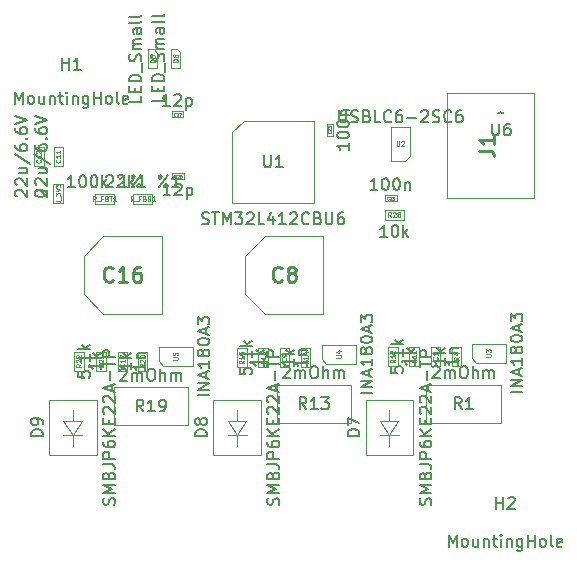
<source format=gbr>
%TF.GenerationSoftware,KiCad,Pcbnew,9.0.0*%
%TF.CreationDate,2025-04-09T22:07:23+02:00*%
%TF.ProjectId,ESC,4553432e-6b69-4636-9164-5f7063625858,rev?*%
%TF.SameCoordinates,Original*%
%TF.FileFunction,AssemblyDrawing,Top*%
%FSLAX45Y45*%
G04 Gerber Fmt 4.5, Leading zero omitted, Abs format (unit mm)*
G04 Created by KiCad (PCBNEW 9.0.0) date 2025-04-09 22:07:23*
%MOMM*%
%LPD*%
G01*
G04 APERTURE LIST*
%ADD10C,0.254000*%
%ADD11C,0.150000*%
%ADD12C,0.060000*%
%ADD13C,0.040000*%
%ADD14C,0.100000*%
G04 APERTURE END LIST*
D10*
X2628357Y-4215337D02*
X2622310Y-4221384D01*
X2622310Y-4221384D02*
X2604167Y-4227432D01*
X2604167Y-4227432D02*
X2592071Y-4227432D01*
X2592071Y-4227432D02*
X2573929Y-4221384D01*
X2573929Y-4221384D02*
X2561833Y-4209289D01*
X2561833Y-4209289D02*
X2555786Y-4197194D01*
X2555786Y-4197194D02*
X2549738Y-4173003D01*
X2549738Y-4173003D02*
X2549738Y-4154860D01*
X2549738Y-4154860D02*
X2555786Y-4130670D01*
X2555786Y-4130670D02*
X2561833Y-4118575D01*
X2561833Y-4118575D02*
X2573929Y-4106479D01*
X2573929Y-4106479D02*
X2592071Y-4100432D01*
X2592071Y-4100432D02*
X2604167Y-4100432D01*
X2604167Y-4100432D02*
X2622310Y-4106479D01*
X2622310Y-4106479D02*
X2628357Y-4112527D01*
X2749310Y-4227432D02*
X2676738Y-4227432D01*
X2713024Y-4227432D02*
X2713024Y-4100432D01*
X2713024Y-4100432D02*
X2700929Y-4118575D01*
X2700929Y-4118575D02*
X2688833Y-4130670D01*
X2688833Y-4130670D02*
X2676738Y-4136717D01*
X2858167Y-4100432D02*
X2833976Y-4100432D01*
X2833976Y-4100432D02*
X2821881Y-4106479D01*
X2821881Y-4106479D02*
X2815833Y-4112527D01*
X2815833Y-4112527D02*
X2803738Y-4130670D01*
X2803738Y-4130670D02*
X2797690Y-4154860D01*
X2797690Y-4154860D02*
X2797690Y-4203241D01*
X2797690Y-4203241D02*
X2803738Y-4215337D01*
X2803738Y-4215337D02*
X2809786Y-4221384D01*
X2809786Y-4221384D02*
X2821881Y-4227432D01*
X2821881Y-4227432D02*
X2846071Y-4227432D01*
X2846071Y-4227432D02*
X2858167Y-4221384D01*
X2858167Y-4221384D02*
X2864214Y-4215337D01*
X2864214Y-4215337D02*
X2870262Y-4203241D01*
X2870262Y-4203241D02*
X2870262Y-4173003D01*
X2870262Y-4173003D02*
X2864214Y-4160908D01*
X2864214Y-4160908D02*
X2858167Y-4154860D01*
X2858167Y-4154860D02*
X2846071Y-4148813D01*
X2846071Y-4148813D02*
X2821881Y-4148813D01*
X2821881Y-4148813D02*
X2809786Y-4154860D01*
X2809786Y-4154860D02*
X2803738Y-4160908D01*
X2803738Y-4160908D02*
X2797690Y-4173003D01*
D11*
X2867482Y-2654286D02*
X2867482Y-2701905D01*
X2867482Y-2701905D02*
X2767482Y-2701905D01*
X2815101Y-2620952D02*
X2815101Y-2587619D01*
X2867482Y-2573333D02*
X2867482Y-2620952D01*
X2867482Y-2620952D02*
X2767482Y-2620952D01*
X2767482Y-2620952D02*
X2767482Y-2573333D01*
X2867482Y-2530476D02*
X2767482Y-2530476D01*
X2767482Y-2530476D02*
X2767482Y-2506667D01*
X2767482Y-2506667D02*
X2772244Y-2492381D01*
X2772244Y-2492381D02*
X2781768Y-2482857D01*
X2781768Y-2482857D02*
X2791291Y-2478095D01*
X2791291Y-2478095D02*
X2810339Y-2473333D01*
X2810339Y-2473333D02*
X2824625Y-2473333D01*
X2824625Y-2473333D02*
X2843672Y-2478095D01*
X2843672Y-2478095D02*
X2853196Y-2482857D01*
X2853196Y-2482857D02*
X2862720Y-2492381D01*
X2862720Y-2492381D02*
X2867482Y-2506667D01*
X2867482Y-2506667D02*
X2867482Y-2530476D01*
X2877006Y-2454286D02*
X2877006Y-2378095D01*
X2862720Y-2359048D02*
X2867482Y-2344762D01*
X2867482Y-2344762D02*
X2867482Y-2320952D01*
X2867482Y-2320952D02*
X2862720Y-2311429D01*
X2862720Y-2311429D02*
X2857958Y-2306667D01*
X2857958Y-2306667D02*
X2848434Y-2301905D01*
X2848434Y-2301905D02*
X2838910Y-2301905D01*
X2838910Y-2301905D02*
X2829387Y-2306667D01*
X2829387Y-2306667D02*
X2824625Y-2311429D01*
X2824625Y-2311429D02*
X2819863Y-2320952D01*
X2819863Y-2320952D02*
X2815101Y-2340000D01*
X2815101Y-2340000D02*
X2810339Y-2349524D01*
X2810339Y-2349524D02*
X2805577Y-2354286D01*
X2805577Y-2354286D02*
X2796053Y-2359048D01*
X2796053Y-2359048D02*
X2786530Y-2359048D01*
X2786530Y-2359048D02*
X2777006Y-2354286D01*
X2777006Y-2354286D02*
X2772244Y-2349524D01*
X2772244Y-2349524D02*
X2767482Y-2340000D01*
X2767482Y-2340000D02*
X2767482Y-2316190D01*
X2767482Y-2316190D02*
X2772244Y-2301905D01*
X2867482Y-2259048D02*
X2800815Y-2259048D01*
X2810339Y-2259048D02*
X2805577Y-2254286D01*
X2805577Y-2254286D02*
X2800815Y-2244762D01*
X2800815Y-2244762D02*
X2800815Y-2230476D01*
X2800815Y-2230476D02*
X2805577Y-2220952D01*
X2805577Y-2220952D02*
X2815101Y-2216190D01*
X2815101Y-2216190D02*
X2867482Y-2216190D01*
X2815101Y-2216190D02*
X2805577Y-2211429D01*
X2805577Y-2211429D02*
X2800815Y-2201905D01*
X2800815Y-2201905D02*
X2800815Y-2187619D01*
X2800815Y-2187619D02*
X2805577Y-2178095D01*
X2805577Y-2178095D02*
X2815101Y-2173333D01*
X2815101Y-2173333D02*
X2867482Y-2173333D01*
X2867482Y-2082857D02*
X2815101Y-2082857D01*
X2815101Y-2082857D02*
X2805577Y-2087619D01*
X2805577Y-2087619D02*
X2800815Y-2097143D01*
X2800815Y-2097143D02*
X2800815Y-2116190D01*
X2800815Y-2116190D02*
X2805577Y-2125714D01*
X2862720Y-2082857D02*
X2867482Y-2092381D01*
X2867482Y-2092381D02*
X2867482Y-2116190D01*
X2867482Y-2116190D02*
X2862720Y-2125714D01*
X2862720Y-2125714D02*
X2853196Y-2130476D01*
X2853196Y-2130476D02*
X2843672Y-2130476D01*
X2843672Y-2130476D02*
X2834148Y-2125714D01*
X2834148Y-2125714D02*
X2829387Y-2116190D01*
X2829387Y-2116190D02*
X2829387Y-2092381D01*
X2829387Y-2092381D02*
X2824625Y-2082857D01*
X2867482Y-2020952D02*
X2862720Y-2030476D01*
X2862720Y-2030476D02*
X2853196Y-2035238D01*
X2853196Y-2035238D02*
X2767482Y-2035238D01*
X2867482Y-1968571D02*
X2862720Y-1978095D01*
X2862720Y-1978095D02*
X2853196Y-1982857D01*
X2853196Y-1982857D02*
X2767482Y-1982857D01*
D12*
X2983193Y-2369524D02*
X2943193Y-2369524D01*
X2943193Y-2369524D02*
X2943193Y-2360000D01*
X2943193Y-2360000D02*
X2945097Y-2354286D01*
X2945097Y-2354286D02*
X2948907Y-2350476D01*
X2948907Y-2350476D02*
X2952716Y-2348571D01*
X2952716Y-2348571D02*
X2960336Y-2346667D01*
X2960336Y-2346667D02*
X2966050Y-2346667D01*
X2966050Y-2346667D02*
X2973669Y-2348571D01*
X2973669Y-2348571D02*
X2977478Y-2350476D01*
X2977478Y-2350476D02*
X2981288Y-2354286D01*
X2981288Y-2354286D02*
X2983193Y-2360000D01*
X2983193Y-2360000D02*
X2983193Y-2369524D01*
X2943193Y-2310476D02*
X2943193Y-2329524D01*
X2943193Y-2329524D02*
X2962240Y-2331429D01*
X2962240Y-2331429D02*
X2960336Y-2329524D01*
X2960336Y-2329524D02*
X2958431Y-2325714D01*
X2958431Y-2325714D02*
X2958431Y-2316190D01*
X2958431Y-2316190D02*
X2960336Y-2312381D01*
X2960336Y-2312381D02*
X2962240Y-2310476D01*
X2962240Y-2310476D02*
X2966050Y-2308571D01*
X2966050Y-2308571D02*
X2975574Y-2308571D01*
X2975574Y-2308571D02*
X2979383Y-2310476D01*
X2979383Y-2310476D02*
X2981288Y-2312381D01*
X2981288Y-2312381D02*
X2983193Y-2316190D01*
X2983193Y-2316190D02*
X2983193Y-2325714D01*
X2983193Y-2325714D02*
X2981288Y-2329524D01*
X2981288Y-2329524D02*
X2979383Y-2331429D01*
D11*
X3062482Y-2649286D02*
X3062482Y-2696905D01*
X3062482Y-2696905D02*
X2962482Y-2696905D01*
X3010101Y-2615952D02*
X3010101Y-2582619D01*
X3062482Y-2568333D02*
X3062482Y-2615952D01*
X3062482Y-2615952D02*
X2962482Y-2615952D01*
X2962482Y-2615952D02*
X2962482Y-2568333D01*
X3062482Y-2525476D02*
X2962482Y-2525476D01*
X2962482Y-2525476D02*
X2962482Y-2501667D01*
X2962482Y-2501667D02*
X2967244Y-2487381D01*
X2967244Y-2487381D02*
X2976768Y-2477857D01*
X2976768Y-2477857D02*
X2986291Y-2473095D01*
X2986291Y-2473095D02*
X3005339Y-2468333D01*
X3005339Y-2468333D02*
X3019625Y-2468333D01*
X3019625Y-2468333D02*
X3038672Y-2473095D01*
X3038672Y-2473095D02*
X3048196Y-2477857D01*
X3048196Y-2477857D02*
X3057720Y-2487381D01*
X3057720Y-2487381D02*
X3062482Y-2501667D01*
X3062482Y-2501667D02*
X3062482Y-2525476D01*
X3072006Y-2449286D02*
X3072006Y-2373095D01*
X3057720Y-2354048D02*
X3062482Y-2339762D01*
X3062482Y-2339762D02*
X3062482Y-2315952D01*
X3062482Y-2315952D02*
X3057720Y-2306429D01*
X3057720Y-2306429D02*
X3052958Y-2301667D01*
X3052958Y-2301667D02*
X3043434Y-2296905D01*
X3043434Y-2296905D02*
X3033910Y-2296905D01*
X3033910Y-2296905D02*
X3024387Y-2301667D01*
X3024387Y-2301667D02*
X3019625Y-2306429D01*
X3019625Y-2306429D02*
X3014863Y-2315952D01*
X3014863Y-2315952D02*
X3010101Y-2335000D01*
X3010101Y-2335000D02*
X3005339Y-2344524D01*
X3005339Y-2344524D02*
X3000577Y-2349286D01*
X3000577Y-2349286D02*
X2991053Y-2354048D01*
X2991053Y-2354048D02*
X2981529Y-2354048D01*
X2981529Y-2354048D02*
X2972006Y-2349286D01*
X2972006Y-2349286D02*
X2967244Y-2344524D01*
X2967244Y-2344524D02*
X2962482Y-2335000D01*
X2962482Y-2335000D02*
X2962482Y-2311190D01*
X2962482Y-2311190D02*
X2967244Y-2296905D01*
X3062482Y-2254048D02*
X2995815Y-2254048D01*
X3005339Y-2254048D02*
X3000577Y-2249286D01*
X3000577Y-2249286D02*
X2995815Y-2239762D01*
X2995815Y-2239762D02*
X2995815Y-2225476D01*
X2995815Y-2225476D02*
X3000577Y-2215952D01*
X3000577Y-2215952D02*
X3010101Y-2211190D01*
X3010101Y-2211190D02*
X3062482Y-2211190D01*
X3010101Y-2211190D02*
X3000577Y-2206429D01*
X3000577Y-2206429D02*
X2995815Y-2196905D01*
X2995815Y-2196905D02*
X2995815Y-2182619D01*
X2995815Y-2182619D02*
X3000577Y-2173095D01*
X3000577Y-2173095D02*
X3010101Y-2168333D01*
X3010101Y-2168333D02*
X3062482Y-2168333D01*
X3062482Y-2077857D02*
X3010101Y-2077857D01*
X3010101Y-2077857D02*
X3000577Y-2082619D01*
X3000577Y-2082619D02*
X2995815Y-2092143D01*
X2995815Y-2092143D02*
X2995815Y-2111190D01*
X2995815Y-2111190D02*
X3000577Y-2120714D01*
X3057720Y-2077857D02*
X3062482Y-2087381D01*
X3062482Y-2087381D02*
X3062482Y-2111190D01*
X3062482Y-2111190D02*
X3057720Y-2120714D01*
X3057720Y-2120714D02*
X3048196Y-2125476D01*
X3048196Y-2125476D02*
X3038672Y-2125476D01*
X3038672Y-2125476D02*
X3029148Y-2120714D01*
X3029148Y-2120714D02*
X3024387Y-2111190D01*
X3024387Y-2111190D02*
X3024387Y-2087381D01*
X3024387Y-2087381D02*
X3019625Y-2077857D01*
X3062482Y-2015952D02*
X3057720Y-2025476D01*
X3057720Y-2025476D02*
X3048196Y-2030238D01*
X3048196Y-2030238D02*
X2962482Y-2030238D01*
X3062482Y-1963571D02*
X3057720Y-1973095D01*
X3057720Y-1973095D02*
X3048196Y-1977857D01*
X3048196Y-1977857D02*
X2962482Y-1977857D01*
D12*
X3178193Y-2364524D02*
X3138193Y-2364524D01*
X3138193Y-2364524D02*
X3138193Y-2355000D01*
X3138193Y-2355000D02*
X3140097Y-2349286D01*
X3140097Y-2349286D02*
X3143907Y-2345476D01*
X3143907Y-2345476D02*
X3147716Y-2343571D01*
X3147716Y-2343571D02*
X3155336Y-2341667D01*
X3155336Y-2341667D02*
X3161050Y-2341667D01*
X3161050Y-2341667D02*
X3168669Y-2343571D01*
X3168669Y-2343571D02*
X3172478Y-2345476D01*
X3172478Y-2345476D02*
X3176288Y-2349286D01*
X3176288Y-2349286D02*
X3178193Y-2355000D01*
X3178193Y-2355000D02*
X3178193Y-2364524D01*
X3138193Y-2307381D02*
X3138193Y-2315000D01*
X3138193Y-2315000D02*
X3140097Y-2318810D01*
X3140097Y-2318810D02*
X3142002Y-2320714D01*
X3142002Y-2320714D02*
X3147716Y-2324524D01*
X3147716Y-2324524D02*
X3155336Y-2326429D01*
X3155336Y-2326429D02*
X3170574Y-2326429D01*
X3170574Y-2326429D02*
X3174383Y-2324524D01*
X3174383Y-2324524D02*
X3176288Y-2322619D01*
X3176288Y-2322619D02*
X3178193Y-2318810D01*
X3178193Y-2318810D02*
X3178193Y-2311190D01*
X3178193Y-2311190D02*
X3176288Y-2307381D01*
X3176288Y-2307381D02*
X3174383Y-2305476D01*
X3174383Y-2305476D02*
X3170574Y-2303571D01*
X3170574Y-2303571D02*
X3161050Y-2303571D01*
X3161050Y-2303571D02*
X3157240Y-2305476D01*
X3157240Y-2305476D02*
X3155336Y-2307381D01*
X3155336Y-2307381D02*
X3153431Y-2311190D01*
X3153431Y-2311190D02*
X3153431Y-2318810D01*
X3153431Y-2318810D02*
X3155336Y-2322619D01*
X3155336Y-2322619D02*
X3157240Y-2324524D01*
X3157240Y-2324524D02*
X3161050Y-2326429D01*
D11*
X4268482Y-4886667D02*
X4268482Y-4943809D01*
X4268482Y-4915238D02*
X4168482Y-4915238D01*
X4168482Y-4915238D02*
X4182768Y-4924762D01*
X4182768Y-4924762D02*
X4192291Y-4934286D01*
X4192291Y-4934286D02*
X4197053Y-4943809D01*
X4201815Y-4843809D02*
X4268482Y-4843809D01*
X4211339Y-4843809D02*
X4206577Y-4839048D01*
X4206577Y-4839048D02*
X4201815Y-4829524D01*
X4201815Y-4829524D02*
X4201815Y-4815238D01*
X4201815Y-4815238D02*
X4206577Y-4805714D01*
X4206577Y-4805714D02*
X4216101Y-4800952D01*
X4216101Y-4800952D02*
X4268482Y-4800952D01*
D12*
X4094383Y-4876667D02*
X4096288Y-4878571D01*
X4096288Y-4878571D02*
X4098193Y-4884286D01*
X4098193Y-4884286D02*
X4098193Y-4888095D01*
X4098193Y-4888095D02*
X4096288Y-4893810D01*
X4096288Y-4893810D02*
X4092478Y-4897619D01*
X4092478Y-4897619D02*
X4088669Y-4899524D01*
X4088669Y-4899524D02*
X4081050Y-4901429D01*
X4081050Y-4901429D02*
X4075336Y-4901429D01*
X4075336Y-4901429D02*
X4067716Y-4899524D01*
X4067716Y-4899524D02*
X4063907Y-4897619D01*
X4063907Y-4897619D02*
X4060097Y-4893810D01*
X4060097Y-4893810D02*
X4058193Y-4888095D01*
X4058193Y-4888095D02*
X4058193Y-4884286D01*
X4058193Y-4884286D02*
X4060097Y-4878571D01*
X4060097Y-4878571D02*
X4062002Y-4876667D01*
X4098193Y-4857619D02*
X4098193Y-4850000D01*
X4098193Y-4850000D02*
X4096288Y-4846190D01*
X4096288Y-4846190D02*
X4094383Y-4844286D01*
X4094383Y-4844286D02*
X4088669Y-4840476D01*
X4088669Y-4840476D02*
X4081050Y-4838571D01*
X4081050Y-4838571D02*
X4065812Y-4838571D01*
X4065812Y-4838571D02*
X4062002Y-4840476D01*
X4062002Y-4840476D02*
X4060097Y-4842381D01*
X4060097Y-4842381D02*
X4058193Y-4846190D01*
X4058193Y-4846190D02*
X4058193Y-4853810D01*
X4058193Y-4853810D02*
X4060097Y-4857619D01*
X4060097Y-4857619D02*
X4062002Y-4859524D01*
X4062002Y-4859524D02*
X4065812Y-4861429D01*
X4065812Y-4861429D02*
X4075336Y-4861429D01*
X4075336Y-4861429D02*
X4079145Y-4859524D01*
X4079145Y-4859524D02*
X4081050Y-4857619D01*
X4081050Y-4857619D02*
X4082955Y-4853810D01*
X4082955Y-4853810D02*
X4082955Y-4846190D01*
X4082955Y-4846190D02*
X4081050Y-4842381D01*
X4081050Y-4842381D02*
X4079145Y-4840476D01*
X4079145Y-4840476D02*
X4075336Y-4838571D01*
D11*
X2572857Y-3337006D02*
X2577619Y-3332244D01*
X2577619Y-3332244D02*
X2587143Y-3327482D01*
X2587143Y-3327482D02*
X2610952Y-3327482D01*
X2610952Y-3327482D02*
X2620476Y-3332244D01*
X2620476Y-3332244D02*
X2625238Y-3337006D01*
X2625238Y-3337006D02*
X2630000Y-3346529D01*
X2630000Y-3346529D02*
X2630000Y-3356053D01*
X2630000Y-3356053D02*
X2625238Y-3370339D01*
X2625238Y-3370339D02*
X2568095Y-3427482D01*
X2568095Y-3427482D02*
X2630000Y-3427482D01*
X2668095Y-3337006D02*
X2672857Y-3332244D01*
X2672857Y-3332244D02*
X2682381Y-3327482D01*
X2682381Y-3327482D02*
X2706190Y-3327482D01*
X2706190Y-3327482D02*
X2715714Y-3332244D01*
X2715714Y-3332244D02*
X2720476Y-3337006D01*
X2720476Y-3337006D02*
X2725238Y-3346529D01*
X2725238Y-3346529D02*
X2725238Y-3356053D01*
X2725238Y-3356053D02*
X2720476Y-3370339D01*
X2720476Y-3370339D02*
X2663333Y-3427482D01*
X2663333Y-3427482D02*
X2725238Y-3427482D01*
X2768095Y-3427482D02*
X2768095Y-3327482D01*
X2777619Y-3389387D02*
X2806190Y-3427482D01*
X2806190Y-3360815D02*
X2768095Y-3398910D01*
X2901428Y-3427482D02*
X2844286Y-3427482D01*
X2872857Y-3427482D02*
X2872857Y-3327482D01*
X2872857Y-3327482D02*
X2863333Y-3341768D01*
X2863333Y-3341768D02*
X2853809Y-3351291D01*
X2853809Y-3351291D02*
X2844286Y-3356053D01*
X3015714Y-3427482D02*
X3091905Y-3327482D01*
X3030000Y-3327482D02*
X3039524Y-3332244D01*
X3039524Y-3332244D02*
X3044286Y-3341768D01*
X3044286Y-3341768D02*
X3039524Y-3351291D01*
X3039524Y-3351291D02*
X3030000Y-3356053D01*
X3030000Y-3356053D02*
X3020476Y-3351291D01*
X3020476Y-3351291D02*
X3015714Y-3341768D01*
X3015714Y-3341768D02*
X3020476Y-3332244D01*
X3020476Y-3332244D02*
X3030000Y-3327482D01*
X3087143Y-3422720D02*
X3091905Y-3413196D01*
X3091905Y-3413196D02*
X3087143Y-3403672D01*
X3087143Y-3403672D02*
X3077619Y-3398910D01*
X3077619Y-3398910D02*
X3068095Y-3403672D01*
X3068095Y-3403672D02*
X3063333Y-3413196D01*
X3063333Y-3413196D02*
X3068095Y-3422720D01*
X3068095Y-3422720D02*
X3077619Y-3427482D01*
X3077619Y-3427482D02*
X3087143Y-3422720D01*
X3187143Y-3427482D02*
X3130000Y-3427482D01*
X3158571Y-3427482D02*
X3158571Y-3327482D01*
X3158571Y-3327482D02*
X3149048Y-3341768D01*
X3149048Y-3341768D02*
X3139524Y-3351291D01*
X3139524Y-3351291D02*
X3130000Y-3356053D01*
D12*
X2800952Y-3543193D02*
X2787619Y-3524145D01*
X2778095Y-3543193D02*
X2778095Y-3503193D01*
X2778095Y-3503193D02*
X2793333Y-3503193D01*
X2793333Y-3503193D02*
X2797143Y-3505097D01*
X2797143Y-3505097D02*
X2799048Y-3507002D01*
X2799048Y-3507002D02*
X2800952Y-3510812D01*
X2800952Y-3510812D02*
X2800952Y-3516526D01*
X2800952Y-3516526D02*
X2799048Y-3520336D01*
X2799048Y-3520336D02*
X2797143Y-3522240D01*
X2797143Y-3522240D02*
X2793333Y-3524145D01*
X2793333Y-3524145D02*
X2778095Y-3524145D01*
X2808571Y-3547002D02*
X2839048Y-3547002D01*
X2861905Y-3522240D02*
X2848571Y-3522240D01*
X2848571Y-3543193D02*
X2848571Y-3503193D01*
X2848571Y-3503193D02*
X2867619Y-3503193D01*
X2896190Y-3522240D02*
X2901905Y-3524145D01*
X2901905Y-3524145D02*
X2903809Y-3526050D01*
X2903809Y-3526050D02*
X2905714Y-3529859D01*
X2905714Y-3529859D02*
X2905714Y-3535574D01*
X2905714Y-3535574D02*
X2903809Y-3539383D01*
X2903809Y-3539383D02*
X2901905Y-3541288D01*
X2901905Y-3541288D02*
X2898095Y-3543193D01*
X2898095Y-3543193D02*
X2882857Y-3543193D01*
X2882857Y-3543193D02*
X2882857Y-3503193D01*
X2882857Y-3503193D02*
X2896190Y-3503193D01*
X2896190Y-3503193D02*
X2900000Y-3505097D01*
X2900000Y-3505097D02*
X2901905Y-3507002D01*
X2901905Y-3507002D02*
X2903809Y-3510812D01*
X2903809Y-3510812D02*
X2903809Y-3514621D01*
X2903809Y-3514621D02*
X2901905Y-3518431D01*
X2901905Y-3518431D02*
X2900000Y-3520336D01*
X2900000Y-3520336D02*
X2896190Y-3522240D01*
X2896190Y-3522240D02*
X2882857Y-3522240D01*
X2936190Y-3522240D02*
X2941905Y-3524145D01*
X2941905Y-3524145D02*
X2943809Y-3526050D01*
X2943809Y-3526050D02*
X2945714Y-3529859D01*
X2945714Y-3529859D02*
X2945714Y-3535574D01*
X2945714Y-3535574D02*
X2943809Y-3539383D01*
X2943809Y-3539383D02*
X2941905Y-3541288D01*
X2941905Y-3541288D02*
X2938095Y-3543193D01*
X2938095Y-3543193D02*
X2922857Y-3543193D01*
X2922857Y-3543193D02*
X2922857Y-3503193D01*
X2922857Y-3503193D02*
X2936190Y-3503193D01*
X2936190Y-3503193D02*
X2940000Y-3505097D01*
X2940000Y-3505097D02*
X2941905Y-3507002D01*
X2941905Y-3507002D02*
X2943809Y-3510812D01*
X2943809Y-3510812D02*
X2943809Y-3514621D01*
X2943809Y-3514621D02*
X2941905Y-3518431D01*
X2941905Y-3518431D02*
X2940000Y-3520336D01*
X2940000Y-3520336D02*
X2936190Y-3522240D01*
X2936190Y-3522240D02*
X2922857Y-3522240D01*
X2983809Y-3543193D02*
X2960952Y-3543193D01*
X2972381Y-3543193D02*
X2972381Y-3503193D01*
X2972381Y-3503193D02*
X2968571Y-3508907D01*
X2968571Y-3508907D02*
X2964762Y-3512716D01*
X2964762Y-3512716D02*
X2960952Y-3514621D01*
D10*
X4058833Y-4215337D02*
X4052786Y-4221384D01*
X4052786Y-4221384D02*
X4034643Y-4227432D01*
X4034643Y-4227432D02*
X4022548Y-4227432D01*
X4022548Y-4227432D02*
X4004405Y-4221384D01*
X4004405Y-4221384D02*
X3992309Y-4209289D01*
X3992309Y-4209289D02*
X3986262Y-4197194D01*
X3986262Y-4197194D02*
X3980214Y-4173003D01*
X3980214Y-4173003D02*
X3980214Y-4154860D01*
X3980214Y-4154860D02*
X3986262Y-4130670D01*
X3986262Y-4130670D02*
X3992309Y-4118575D01*
X3992309Y-4118575D02*
X4004405Y-4106479D01*
X4004405Y-4106479D02*
X4022548Y-4100432D01*
X4022548Y-4100432D02*
X4034643Y-4100432D01*
X4034643Y-4100432D02*
X4052786Y-4106479D01*
X4052786Y-4106479D02*
X4058833Y-4112527D01*
X4131405Y-4154860D02*
X4119309Y-4148813D01*
X4119309Y-4148813D02*
X4113262Y-4142765D01*
X4113262Y-4142765D02*
X4107214Y-4130670D01*
X4107214Y-4130670D02*
X4107214Y-4124622D01*
X4107214Y-4124622D02*
X4113262Y-4112527D01*
X4113262Y-4112527D02*
X4119309Y-4106479D01*
X4119309Y-4106479D02*
X4131405Y-4100432D01*
X4131405Y-4100432D02*
X4155595Y-4100432D01*
X4155595Y-4100432D02*
X4167690Y-4106479D01*
X4167690Y-4106479D02*
X4173738Y-4112527D01*
X4173738Y-4112527D02*
X4179786Y-4124622D01*
X4179786Y-4124622D02*
X4179786Y-4130670D01*
X4179786Y-4130670D02*
X4173738Y-4142765D01*
X4173738Y-4142765D02*
X4167690Y-4148813D01*
X4167690Y-4148813D02*
X4155595Y-4154860D01*
X4155595Y-4154860D02*
X4131405Y-4154860D01*
X4131405Y-4154860D02*
X4119309Y-4160908D01*
X4119309Y-4160908D02*
X4113262Y-4166956D01*
X4113262Y-4166956D02*
X4107214Y-4179051D01*
X4107214Y-4179051D02*
X4107214Y-4203241D01*
X4107214Y-4203241D02*
X4113262Y-4215337D01*
X4113262Y-4215337D02*
X4119309Y-4221384D01*
X4119309Y-4221384D02*
X4131405Y-4227432D01*
X4131405Y-4227432D02*
X4155595Y-4227432D01*
X4155595Y-4227432D02*
X4167690Y-4221384D01*
X4167690Y-4221384D02*
X4173738Y-4215337D01*
X4173738Y-4215337D02*
X4179786Y-4203241D01*
X4179786Y-4203241D02*
X4179786Y-4179051D01*
X4179786Y-4179051D02*
X4173738Y-4166956D01*
X4173738Y-4166956D02*
X4167690Y-4160908D01*
X4167690Y-4160908D02*
X4155595Y-4154860D01*
D11*
X5439482Y-4871905D02*
X5439482Y-4929048D01*
X5439482Y-4900476D02*
X5339482Y-4900476D01*
X5339482Y-4900476D02*
X5353768Y-4910000D01*
X5353768Y-4910000D02*
X5363291Y-4919524D01*
X5363291Y-4919524D02*
X5368053Y-4929048D01*
X5439482Y-4829048D02*
X5339482Y-4829048D01*
X5401387Y-4819524D02*
X5439482Y-4790952D01*
X5372815Y-4790952D02*
X5410910Y-4829048D01*
D12*
X5555193Y-4866667D02*
X5536145Y-4880000D01*
X5555193Y-4889524D02*
X5515193Y-4889524D01*
X5515193Y-4889524D02*
X5515193Y-4874286D01*
X5515193Y-4874286D02*
X5517098Y-4870476D01*
X5517098Y-4870476D02*
X5519002Y-4868571D01*
X5519002Y-4868571D02*
X5522812Y-4866667D01*
X5522812Y-4866667D02*
X5528526Y-4866667D01*
X5528526Y-4866667D02*
X5532336Y-4868571D01*
X5532336Y-4868571D02*
X5534240Y-4870476D01*
X5534240Y-4870476D02*
X5536145Y-4874286D01*
X5536145Y-4874286D02*
X5536145Y-4889524D01*
X5528526Y-4832381D02*
X5555193Y-4832381D01*
X5513288Y-4841905D02*
X5541859Y-4851429D01*
X5541859Y-4851429D02*
X5541859Y-4826667D01*
D11*
X2898482Y-4916667D02*
X2898482Y-4973809D01*
X2898482Y-4945238D02*
X2798482Y-4945238D01*
X2798482Y-4945238D02*
X2812768Y-4954762D01*
X2812768Y-4954762D02*
X2822291Y-4964286D01*
X2822291Y-4964286D02*
X2827053Y-4973809D01*
X2831815Y-4873809D02*
X2898482Y-4873809D01*
X2841339Y-4873809D02*
X2836577Y-4869048D01*
X2836577Y-4869048D02*
X2831815Y-4859524D01*
X2831815Y-4859524D02*
X2831815Y-4845238D01*
X2831815Y-4845238D02*
X2836577Y-4835714D01*
X2836577Y-4835714D02*
X2846101Y-4830952D01*
X2846101Y-4830952D02*
X2898482Y-4830952D01*
D12*
X2724383Y-4925714D02*
X2726288Y-4927619D01*
X2726288Y-4927619D02*
X2728193Y-4933333D01*
X2728193Y-4933333D02*
X2728193Y-4937143D01*
X2728193Y-4937143D02*
X2726288Y-4942857D01*
X2726288Y-4942857D02*
X2722478Y-4946667D01*
X2722478Y-4946667D02*
X2718669Y-4948571D01*
X2718669Y-4948571D02*
X2711050Y-4950476D01*
X2711050Y-4950476D02*
X2705336Y-4950476D01*
X2705336Y-4950476D02*
X2697717Y-4948571D01*
X2697717Y-4948571D02*
X2693907Y-4946667D01*
X2693907Y-4946667D02*
X2690098Y-4942857D01*
X2690098Y-4942857D02*
X2688193Y-4937143D01*
X2688193Y-4937143D02*
X2688193Y-4933333D01*
X2688193Y-4933333D02*
X2690098Y-4927619D01*
X2690098Y-4927619D02*
X2692002Y-4925714D01*
X2728193Y-4887619D02*
X2728193Y-4910476D01*
X2728193Y-4899048D02*
X2688193Y-4899048D01*
X2688193Y-4899048D02*
X2693907Y-4902857D01*
X2693907Y-4902857D02*
X2697717Y-4906667D01*
X2697717Y-4906667D02*
X2699621Y-4910476D01*
X2688193Y-4874286D02*
X2688193Y-4847619D01*
X2688193Y-4847619D02*
X2728193Y-4864762D01*
D11*
X1796428Y-2720482D02*
X1796428Y-2620482D01*
X1796428Y-2620482D02*
X1829762Y-2691910D01*
X1829762Y-2691910D02*
X1863095Y-2620482D01*
X1863095Y-2620482D02*
X1863095Y-2720482D01*
X1925000Y-2720482D02*
X1915476Y-2715720D01*
X1915476Y-2715720D02*
X1910714Y-2710958D01*
X1910714Y-2710958D02*
X1905952Y-2701434D01*
X1905952Y-2701434D02*
X1905952Y-2672863D01*
X1905952Y-2672863D02*
X1910714Y-2663339D01*
X1910714Y-2663339D02*
X1915476Y-2658577D01*
X1915476Y-2658577D02*
X1925000Y-2653815D01*
X1925000Y-2653815D02*
X1939286Y-2653815D01*
X1939286Y-2653815D02*
X1948809Y-2658577D01*
X1948809Y-2658577D02*
X1953571Y-2663339D01*
X1953571Y-2663339D02*
X1958333Y-2672863D01*
X1958333Y-2672863D02*
X1958333Y-2701434D01*
X1958333Y-2701434D02*
X1953571Y-2710958D01*
X1953571Y-2710958D02*
X1948809Y-2715720D01*
X1948809Y-2715720D02*
X1939286Y-2720482D01*
X1939286Y-2720482D02*
X1925000Y-2720482D01*
X2044047Y-2653815D02*
X2044047Y-2720482D01*
X2001190Y-2653815D02*
X2001190Y-2706196D01*
X2001190Y-2706196D02*
X2005952Y-2715720D01*
X2005952Y-2715720D02*
X2015476Y-2720482D01*
X2015476Y-2720482D02*
X2029762Y-2720482D01*
X2029762Y-2720482D02*
X2039286Y-2715720D01*
X2039286Y-2715720D02*
X2044047Y-2710958D01*
X2091667Y-2653815D02*
X2091667Y-2720482D01*
X2091667Y-2663339D02*
X2096428Y-2658577D01*
X2096428Y-2658577D02*
X2105952Y-2653815D01*
X2105952Y-2653815D02*
X2120238Y-2653815D01*
X2120238Y-2653815D02*
X2129762Y-2658577D01*
X2129762Y-2658577D02*
X2134524Y-2668101D01*
X2134524Y-2668101D02*
X2134524Y-2720482D01*
X2167857Y-2653815D02*
X2205952Y-2653815D01*
X2182143Y-2620482D02*
X2182143Y-2706196D01*
X2182143Y-2706196D02*
X2186905Y-2715720D01*
X2186905Y-2715720D02*
X2196429Y-2720482D01*
X2196429Y-2720482D02*
X2205952Y-2720482D01*
X2239286Y-2720482D02*
X2239286Y-2653815D01*
X2239286Y-2620482D02*
X2234524Y-2625244D01*
X2234524Y-2625244D02*
X2239286Y-2630006D01*
X2239286Y-2630006D02*
X2244048Y-2625244D01*
X2244048Y-2625244D02*
X2239286Y-2620482D01*
X2239286Y-2620482D02*
X2239286Y-2630006D01*
X2286905Y-2653815D02*
X2286905Y-2720482D01*
X2286905Y-2663339D02*
X2291667Y-2658577D01*
X2291667Y-2658577D02*
X2301190Y-2653815D01*
X2301190Y-2653815D02*
X2315476Y-2653815D01*
X2315476Y-2653815D02*
X2325000Y-2658577D01*
X2325000Y-2658577D02*
X2329762Y-2668101D01*
X2329762Y-2668101D02*
X2329762Y-2720482D01*
X2420238Y-2653815D02*
X2420238Y-2734768D01*
X2420238Y-2734768D02*
X2415476Y-2744291D01*
X2415476Y-2744291D02*
X2410714Y-2749053D01*
X2410714Y-2749053D02*
X2401190Y-2753815D01*
X2401190Y-2753815D02*
X2386905Y-2753815D01*
X2386905Y-2753815D02*
X2377381Y-2749053D01*
X2420238Y-2715720D02*
X2410714Y-2720482D01*
X2410714Y-2720482D02*
X2391667Y-2720482D01*
X2391667Y-2720482D02*
X2382143Y-2715720D01*
X2382143Y-2715720D02*
X2377381Y-2710958D01*
X2377381Y-2710958D02*
X2372619Y-2701434D01*
X2372619Y-2701434D02*
X2372619Y-2672863D01*
X2372619Y-2672863D02*
X2377381Y-2663339D01*
X2377381Y-2663339D02*
X2382143Y-2658577D01*
X2382143Y-2658577D02*
X2391667Y-2653815D01*
X2391667Y-2653815D02*
X2410714Y-2653815D01*
X2410714Y-2653815D02*
X2420238Y-2658577D01*
X2467857Y-2720482D02*
X2467857Y-2620482D01*
X2467857Y-2668101D02*
X2525000Y-2668101D01*
X2525000Y-2720482D02*
X2525000Y-2620482D01*
X2586905Y-2720482D02*
X2577381Y-2715720D01*
X2577381Y-2715720D02*
X2572619Y-2710958D01*
X2572619Y-2710958D02*
X2567857Y-2701434D01*
X2567857Y-2701434D02*
X2567857Y-2672863D01*
X2567857Y-2672863D02*
X2572619Y-2663339D01*
X2572619Y-2663339D02*
X2577381Y-2658577D01*
X2577381Y-2658577D02*
X2586905Y-2653815D01*
X2586905Y-2653815D02*
X2601190Y-2653815D01*
X2601190Y-2653815D02*
X2610714Y-2658577D01*
X2610714Y-2658577D02*
X2615476Y-2663339D01*
X2615476Y-2663339D02*
X2620238Y-2672863D01*
X2620238Y-2672863D02*
X2620238Y-2701434D01*
X2620238Y-2701434D02*
X2615476Y-2710958D01*
X2615476Y-2710958D02*
X2610714Y-2715720D01*
X2610714Y-2715720D02*
X2601190Y-2720482D01*
X2601190Y-2720482D02*
X2586905Y-2720482D01*
X2677381Y-2720482D02*
X2667857Y-2715720D01*
X2667857Y-2715720D02*
X2663095Y-2706196D01*
X2663095Y-2706196D02*
X2663095Y-2620482D01*
X2753571Y-2715720D02*
X2744048Y-2720482D01*
X2744048Y-2720482D02*
X2725000Y-2720482D01*
X2725000Y-2720482D02*
X2715476Y-2715720D01*
X2715476Y-2715720D02*
X2710714Y-2706196D01*
X2710714Y-2706196D02*
X2710714Y-2668101D01*
X2710714Y-2668101D02*
X2715476Y-2658577D01*
X2715476Y-2658577D02*
X2725000Y-2653815D01*
X2725000Y-2653815D02*
X2744048Y-2653815D01*
X2744048Y-2653815D02*
X2753571Y-2658577D01*
X2753571Y-2658577D02*
X2758333Y-2668101D01*
X2758333Y-2668101D02*
X2758333Y-2677625D01*
X2758333Y-2677625D02*
X2710714Y-2687149D01*
X2198810Y-2430482D02*
X2198810Y-2330482D01*
X2198810Y-2378101D02*
X2255952Y-2378101D01*
X2255952Y-2430482D02*
X2255952Y-2330482D01*
X2355952Y-2430482D02*
X2298810Y-2430482D01*
X2327381Y-2430482D02*
X2327381Y-2330482D01*
X2327381Y-2330482D02*
X2317857Y-2344768D01*
X2317857Y-2344768D02*
X2308333Y-2354291D01*
X2308333Y-2354291D02*
X2298810Y-2359053D01*
X3382619Y-3735720D02*
X3396905Y-3740482D01*
X3396905Y-3740482D02*
X3420714Y-3740482D01*
X3420714Y-3740482D02*
X3430238Y-3735720D01*
X3430238Y-3735720D02*
X3435000Y-3730958D01*
X3435000Y-3730958D02*
X3439762Y-3721434D01*
X3439762Y-3721434D02*
X3439762Y-3711910D01*
X3439762Y-3711910D02*
X3435000Y-3702387D01*
X3435000Y-3702387D02*
X3430238Y-3697625D01*
X3430238Y-3697625D02*
X3420714Y-3692863D01*
X3420714Y-3692863D02*
X3401667Y-3688101D01*
X3401667Y-3688101D02*
X3392143Y-3683339D01*
X3392143Y-3683339D02*
X3387381Y-3678577D01*
X3387381Y-3678577D02*
X3382619Y-3669053D01*
X3382619Y-3669053D02*
X3382619Y-3659529D01*
X3382619Y-3659529D02*
X3387381Y-3650006D01*
X3387381Y-3650006D02*
X3392143Y-3645244D01*
X3392143Y-3645244D02*
X3401667Y-3640482D01*
X3401667Y-3640482D02*
X3425476Y-3640482D01*
X3425476Y-3640482D02*
X3439762Y-3645244D01*
X3468333Y-3640482D02*
X3525476Y-3640482D01*
X3496905Y-3740482D02*
X3496905Y-3640482D01*
X3558809Y-3740482D02*
X3558809Y-3640482D01*
X3558809Y-3640482D02*
X3592143Y-3711910D01*
X3592143Y-3711910D02*
X3625476Y-3640482D01*
X3625476Y-3640482D02*
X3625476Y-3740482D01*
X3663571Y-3640482D02*
X3725476Y-3640482D01*
X3725476Y-3640482D02*
X3692143Y-3678577D01*
X3692143Y-3678577D02*
X3706428Y-3678577D01*
X3706428Y-3678577D02*
X3715952Y-3683339D01*
X3715952Y-3683339D02*
X3720714Y-3688101D01*
X3720714Y-3688101D02*
X3725476Y-3697625D01*
X3725476Y-3697625D02*
X3725476Y-3721434D01*
X3725476Y-3721434D02*
X3720714Y-3730958D01*
X3720714Y-3730958D02*
X3715952Y-3735720D01*
X3715952Y-3735720D02*
X3706428Y-3740482D01*
X3706428Y-3740482D02*
X3677857Y-3740482D01*
X3677857Y-3740482D02*
X3668333Y-3735720D01*
X3668333Y-3735720D02*
X3663571Y-3730958D01*
X3763571Y-3650006D02*
X3768333Y-3645244D01*
X3768333Y-3645244D02*
X3777857Y-3640482D01*
X3777857Y-3640482D02*
X3801667Y-3640482D01*
X3801667Y-3640482D02*
X3811190Y-3645244D01*
X3811190Y-3645244D02*
X3815952Y-3650006D01*
X3815952Y-3650006D02*
X3820714Y-3659529D01*
X3820714Y-3659529D02*
X3820714Y-3669053D01*
X3820714Y-3669053D02*
X3815952Y-3683339D01*
X3815952Y-3683339D02*
X3758809Y-3740482D01*
X3758809Y-3740482D02*
X3820714Y-3740482D01*
X3911190Y-3740482D02*
X3863571Y-3740482D01*
X3863571Y-3740482D02*
X3863571Y-3640482D01*
X3987381Y-3673815D02*
X3987381Y-3740482D01*
X3963571Y-3635720D02*
X3939762Y-3707148D01*
X3939762Y-3707148D02*
X4001667Y-3707148D01*
X4092143Y-3740482D02*
X4035000Y-3740482D01*
X4063571Y-3740482D02*
X4063571Y-3640482D01*
X4063571Y-3640482D02*
X4054048Y-3654768D01*
X4054048Y-3654768D02*
X4044524Y-3664291D01*
X4044524Y-3664291D02*
X4035000Y-3669053D01*
X4130238Y-3650006D02*
X4135000Y-3645244D01*
X4135000Y-3645244D02*
X4144524Y-3640482D01*
X4144524Y-3640482D02*
X4168333Y-3640482D01*
X4168333Y-3640482D02*
X4177857Y-3645244D01*
X4177857Y-3645244D02*
X4182619Y-3650006D01*
X4182619Y-3650006D02*
X4187381Y-3659529D01*
X4187381Y-3659529D02*
X4187381Y-3669053D01*
X4187381Y-3669053D02*
X4182619Y-3683339D01*
X4182619Y-3683339D02*
X4125476Y-3740482D01*
X4125476Y-3740482D02*
X4187381Y-3740482D01*
X4287381Y-3730958D02*
X4282619Y-3735720D01*
X4282619Y-3735720D02*
X4268333Y-3740482D01*
X4268333Y-3740482D02*
X4258810Y-3740482D01*
X4258810Y-3740482D02*
X4244524Y-3735720D01*
X4244524Y-3735720D02*
X4235000Y-3726196D01*
X4235000Y-3726196D02*
X4230238Y-3716672D01*
X4230238Y-3716672D02*
X4225476Y-3697625D01*
X4225476Y-3697625D02*
X4225476Y-3683339D01*
X4225476Y-3683339D02*
X4230238Y-3664291D01*
X4230238Y-3664291D02*
X4235000Y-3654768D01*
X4235000Y-3654768D02*
X4244524Y-3645244D01*
X4244524Y-3645244D02*
X4258810Y-3640482D01*
X4258810Y-3640482D02*
X4268333Y-3640482D01*
X4268333Y-3640482D02*
X4282619Y-3645244D01*
X4282619Y-3645244D02*
X4287381Y-3650006D01*
X4363571Y-3688101D02*
X4377857Y-3692863D01*
X4377857Y-3692863D02*
X4382619Y-3697625D01*
X4382619Y-3697625D02*
X4387381Y-3707148D01*
X4387381Y-3707148D02*
X4387381Y-3721434D01*
X4387381Y-3721434D02*
X4382619Y-3730958D01*
X4382619Y-3730958D02*
X4377857Y-3735720D01*
X4377857Y-3735720D02*
X4368333Y-3740482D01*
X4368333Y-3740482D02*
X4330238Y-3740482D01*
X4330238Y-3740482D02*
X4330238Y-3640482D01*
X4330238Y-3640482D02*
X4363571Y-3640482D01*
X4363571Y-3640482D02*
X4373095Y-3645244D01*
X4373095Y-3645244D02*
X4377857Y-3650006D01*
X4377857Y-3650006D02*
X4382619Y-3659529D01*
X4382619Y-3659529D02*
X4382619Y-3669053D01*
X4382619Y-3669053D02*
X4377857Y-3678577D01*
X4377857Y-3678577D02*
X4373095Y-3683339D01*
X4373095Y-3683339D02*
X4363571Y-3688101D01*
X4363571Y-3688101D02*
X4330238Y-3688101D01*
X4430238Y-3640482D02*
X4430238Y-3721434D01*
X4430238Y-3721434D02*
X4435000Y-3730958D01*
X4435000Y-3730958D02*
X4439762Y-3735720D01*
X4439762Y-3735720D02*
X4449286Y-3740482D01*
X4449286Y-3740482D02*
X4468333Y-3740482D01*
X4468333Y-3740482D02*
X4477857Y-3735720D01*
X4477857Y-3735720D02*
X4482619Y-3730958D01*
X4482619Y-3730958D02*
X4487381Y-3721434D01*
X4487381Y-3721434D02*
X4487381Y-3640482D01*
X4577857Y-3640482D02*
X4558810Y-3640482D01*
X4558810Y-3640482D02*
X4549286Y-3645244D01*
X4549286Y-3645244D02*
X4544524Y-3650006D01*
X4544524Y-3650006D02*
X4535000Y-3664291D01*
X4535000Y-3664291D02*
X4530238Y-3683339D01*
X4530238Y-3683339D02*
X4530238Y-3721434D01*
X4530238Y-3721434D02*
X4535000Y-3730958D01*
X4535000Y-3730958D02*
X4539762Y-3735720D01*
X4539762Y-3735720D02*
X4549286Y-3740482D01*
X4549286Y-3740482D02*
X4568333Y-3740482D01*
X4568333Y-3740482D02*
X4577857Y-3735720D01*
X4577857Y-3735720D02*
X4582619Y-3730958D01*
X4582619Y-3730958D02*
X4587381Y-3721434D01*
X4587381Y-3721434D02*
X4587381Y-3697625D01*
X4587381Y-3697625D02*
X4582619Y-3688101D01*
X4582619Y-3688101D02*
X4577857Y-3683339D01*
X4577857Y-3683339D02*
X4568333Y-3678577D01*
X4568333Y-3678577D02*
X4549286Y-3678577D01*
X4549286Y-3678577D02*
X4539762Y-3683339D01*
X4539762Y-3683339D02*
X4535000Y-3688101D01*
X4535000Y-3688101D02*
X4530238Y-3697625D01*
X3908809Y-3157482D02*
X3908809Y-3238434D01*
X3908809Y-3238434D02*
X3913571Y-3247958D01*
X3913571Y-3247958D02*
X3918333Y-3252720D01*
X3918333Y-3252720D02*
X3927857Y-3257482D01*
X3927857Y-3257482D02*
X3946905Y-3257482D01*
X3946905Y-3257482D02*
X3956428Y-3252720D01*
X3956428Y-3252720D02*
X3961190Y-3247958D01*
X3961190Y-3247958D02*
X3965952Y-3238434D01*
X3965952Y-3238434D02*
X3965952Y-3157482D01*
X4065952Y-3257482D02*
X4008809Y-3257482D01*
X4037381Y-3257482D02*
X4037381Y-3157482D01*
X4037381Y-3157482D02*
X4027857Y-3171768D01*
X4027857Y-3171768D02*
X4018333Y-3181291D01*
X4018333Y-3181291D02*
X4008809Y-3186053D01*
X5548482Y-4876667D02*
X5548482Y-4933809D01*
X5548482Y-4905238D02*
X5448482Y-4905238D01*
X5448482Y-4905238D02*
X5462768Y-4914762D01*
X5462768Y-4914762D02*
X5472291Y-4924286D01*
X5472291Y-4924286D02*
X5477053Y-4933809D01*
X5481815Y-4833809D02*
X5548482Y-4833809D01*
X5491339Y-4833809D02*
X5486577Y-4829048D01*
X5486577Y-4829048D02*
X5481815Y-4819524D01*
X5481815Y-4819524D02*
X5481815Y-4805238D01*
X5481815Y-4805238D02*
X5486577Y-4795714D01*
X5486577Y-4795714D02*
X5496101Y-4790952D01*
X5496101Y-4790952D02*
X5548482Y-4790952D01*
D12*
X5374383Y-4866667D02*
X5376288Y-4868571D01*
X5376288Y-4868571D02*
X5378193Y-4874286D01*
X5378193Y-4874286D02*
X5378193Y-4878095D01*
X5378193Y-4878095D02*
X5376288Y-4883810D01*
X5376288Y-4883810D02*
X5372478Y-4887619D01*
X5372478Y-4887619D02*
X5368669Y-4889524D01*
X5368669Y-4889524D02*
X5361050Y-4891429D01*
X5361050Y-4891429D02*
X5355336Y-4891429D01*
X5355336Y-4891429D02*
X5347717Y-4889524D01*
X5347717Y-4889524D02*
X5343907Y-4887619D01*
X5343907Y-4887619D02*
X5340098Y-4883810D01*
X5340098Y-4883810D02*
X5338193Y-4878095D01*
X5338193Y-4878095D02*
X5338193Y-4874286D01*
X5338193Y-4874286D02*
X5340098Y-4868571D01*
X5340098Y-4868571D02*
X5342002Y-4866667D01*
X5378193Y-4828571D02*
X5378193Y-4851429D01*
X5378193Y-4840000D02*
X5338193Y-4840000D01*
X5338193Y-4840000D02*
X5343907Y-4843810D01*
X5343907Y-4843810D02*
X5347717Y-4847619D01*
X5347717Y-4847619D02*
X5349621Y-4851429D01*
D11*
X2782482Y-4911905D02*
X2782482Y-4969048D01*
X2782482Y-4940476D02*
X2682482Y-4940476D01*
X2682482Y-4940476D02*
X2696768Y-4950000D01*
X2696768Y-4950000D02*
X2706291Y-4959524D01*
X2706291Y-4959524D02*
X2711053Y-4969048D01*
X2782482Y-4869048D02*
X2682482Y-4869048D01*
X2744387Y-4859524D02*
X2782482Y-4830952D01*
X2715815Y-4830952D02*
X2753910Y-4869048D01*
D12*
X2898193Y-4925714D02*
X2879145Y-4939048D01*
X2898193Y-4948571D02*
X2858193Y-4948571D01*
X2858193Y-4948571D02*
X2858193Y-4933333D01*
X2858193Y-4933333D02*
X2860097Y-4929524D01*
X2860097Y-4929524D02*
X2862002Y-4927619D01*
X2862002Y-4927619D02*
X2865812Y-4925714D01*
X2865812Y-4925714D02*
X2871526Y-4925714D01*
X2871526Y-4925714D02*
X2875336Y-4927619D01*
X2875336Y-4927619D02*
X2877240Y-4929524D01*
X2877240Y-4929524D02*
X2879145Y-4933333D01*
X2879145Y-4933333D02*
X2879145Y-4948571D01*
X2862002Y-4910476D02*
X2860097Y-4908571D01*
X2860097Y-4908571D02*
X2858193Y-4904762D01*
X2858193Y-4904762D02*
X2858193Y-4895238D01*
X2858193Y-4895238D02*
X2860097Y-4891429D01*
X2860097Y-4891429D02*
X2862002Y-4889524D01*
X2862002Y-4889524D02*
X2865812Y-4887619D01*
X2865812Y-4887619D02*
X2869621Y-4887619D01*
X2869621Y-4887619D02*
X2875336Y-4889524D01*
X2875336Y-4889524D02*
X2898193Y-4912381D01*
X2898193Y-4912381D02*
X2898193Y-4887619D01*
X2858193Y-4862857D02*
X2858193Y-4859048D01*
X2858193Y-4859048D02*
X2860097Y-4855238D01*
X2860097Y-4855238D02*
X2862002Y-4853333D01*
X2862002Y-4853333D02*
X2865812Y-4851429D01*
X2865812Y-4851429D02*
X2873431Y-4849524D01*
X2873431Y-4849524D02*
X2882955Y-4849524D01*
X2882955Y-4849524D02*
X2890574Y-4851429D01*
X2890574Y-4851429D02*
X2894383Y-4853333D01*
X2894383Y-4853333D02*
X2896288Y-4855238D01*
X2896288Y-4855238D02*
X2898193Y-4859048D01*
X2898193Y-4859048D02*
X2898193Y-4862857D01*
X2898193Y-4862857D02*
X2896288Y-4866667D01*
X2896288Y-4866667D02*
X2894383Y-4868571D01*
X2894383Y-4868571D02*
X2890574Y-4870476D01*
X2890574Y-4870476D02*
X2882955Y-4872381D01*
X2882955Y-4872381D02*
X2873431Y-4872381D01*
X2873431Y-4872381D02*
X2865812Y-4870476D01*
X2865812Y-4870476D02*
X2862002Y-4868571D01*
X2862002Y-4868571D02*
X2860097Y-4866667D01*
X2860097Y-4866667D02*
X2858193Y-4862857D01*
D11*
X1813006Y-3503214D02*
X1808244Y-3498452D01*
X1808244Y-3498452D02*
X1803482Y-3488928D01*
X1803482Y-3488928D02*
X1803482Y-3465119D01*
X1803482Y-3465119D02*
X1808244Y-3455595D01*
X1808244Y-3455595D02*
X1813006Y-3450833D01*
X1813006Y-3450833D02*
X1822529Y-3446071D01*
X1822529Y-3446071D02*
X1832053Y-3446071D01*
X1832053Y-3446071D02*
X1846339Y-3450833D01*
X1846339Y-3450833D02*
X1903482Y-3507976D01*
X1903482Y-3507976D02*
X1903482Y-3446071D01*
X1813006Y-3407976D02*
X1808244Y-3403214D01*
X1808244Y-3403214D02*
X1803482Y-3393690D01*
X1803482Y-3393690D02*
X1803482Y-3369881D01*
X1803482Y-3369881D02*
X1808244Y-3360357D01*
X1808244Y-3360357D02*
X1813006Y-3355595D01*
X1813006Y-3355595D02*
X1822529Y-3350833D01*
X1822529Y-3350833D02*
X1832053Y-3350833D01*
X1832053Y-3350833D02*
X1846339Y-3355595D01*
X1846339Y-3355595D02*
X1903482Y-3412738D01*
X1903482Y-3412738D02*
X1903482Y-3350833D01*
X1836815Y-3265119D02*
X1903482Y-3265119D01*
X1836815Y-3307976D02*
X1889196Y-3307976D01*
X1889196Y-3307976D02*
X1898720Y-3303214D01*
X1898720Y-3303214D02*
X1903482Y-3293690D01*
X1903482Y-3293690D02*
X1903482Y-3279405D01*
X1903482Y-3279405D02*
X1898720Y-3269881D01*
X1898720Y-3269881D02*
X1893958Y-3265119D01*
X1798720Y-3146071D02*
X1927291Y-3231786D01*
X1803482Y-3069881D02*
X1803482Y-3088928D01*
X1803482Y-3088928D02*
X1808244Y-3098452D01*
X1808244Y-3098452D02*
X1813006Y-3103214D01*
X1813006Y-3103214D02*
X1827291Y-3112738D01*
X1827291Y-3112738D02*
X1846339Y-3117500D01*
X1846339Y-3117500D02*
X1884434Y-3117500D01*
X1884434Y-3117500D02*
X1893958Y-3112738D01*
X1893958Y-3112738D02*
X1898720Y-3107976D01*
X1898720Y-3107976D02*
X1903482Y-3098452D01*
X1903482Y-3098452D02*
X1903482Y-3079405D01*
X1903482Y-3079405D02*
X1898720Y-3069881D01*
X1898720Y-3069881D02*
X1893958Y-3065119D01*
X1893958Y-3065119D02*
X1884434Y-3060357D01*
X1884434Y-3060357D02*
X1860625Y-3060357D01*
X1860625Y-3060357D02*
X1851101Y-3065119D01*
X1851101Y-3065119D02*
X1846339Y-3069881D01*
X1846339Y-3069881D02*
X1841577Y-3079405D01*
X1841577Y-3079405D02*
X1841577Y-3098452D01*
X1841577Y-3098452D02*
X1846339Y-3107976D01*
X1846339Y-3107976D02*
X1851101Y-3112738D01*
X1851101Y-3112738D02*
X1860625Y-3117500D01*
X1893958Y-3017500D02*
X1898720Y-3012738D01*
X1898720Y-3012738D02*
X1903482Y-3017500D01*
X1903482Y-3017500D02*
X1898720Y-3022262D01*
X1898720Y-3022262D02*
X1893958Y-3017500D01*
X1893958Y-3017500D02*
X1903482Y-3017500D01*
X1803482Y-2927024D02*
X1803482Y-2946071D01*
X1803482Y-2946071D02*
X1808244Y-2955595D01*
X1808244Y-2955595D02*
X1813006Y-2960357D01*
X1813006Y-2960357D02*
X1827291Y-2969881D01*
X1827291Y-2969881D02*
X1846339Y-2974643D01*
X1846339Y-2974643D02*
X1884434Y-2974643D01*
X1884434Y-2974643D02*
X1893958Y-2969881D01*
X1893958Y-2969881D02*
X1898720Y-2965119D01*
X1898720Y-2965119D02*
X1903482Y-2955595D01*
X1903482Y-2955595D02*
X1903482Y-2936548D01*
X1903482Y-2936548D02*
X1898720Y-2927024D01*
X1898720Y-2927024D02*
X1893958Y-2922262D01*
X1893958Y-2922262D02*
X1884434Y-2917500D01*
X1884434Y-2917500D02*
X1860625Y-2917500D01*
X1860625Y-2917500D02*
X1851101Y-2922262D01*
X1851101Y-2922262D02*
X1846339Y-2927024D01*
X1846339Y-2927024D02*
X1841577Y-2936548D01*
X1841577Y-2936548D02*
X1841577Y-2955595D01*
X1841577Y-2955595D02*
X1846339Y-2965119D01*
X1846339Y-2965119D02*
X1851101Y-2969881D01*
X1851101Y-2969881D02*
X1860625Y-2974643D01*
X1803482Y-2888928D02*
X1903482Y-2855595D01*
X1903482Y-2855595D02*
X1803482Y-2822262D01*
D12*
X2015383Y-3193214D02*
X2017288Y-3195119D01*
X2017288Y-3195119D02*
X2019193Y-3200833D01*
X2019193Y-3200833D02*
X2019193Y-3204643D01*
X2019193Y-3204643D02*
X2017288Y-3210357D01*
X2017288Y-3210357D02*
X2013478Y-3214167D01*
X2013478Y-3214167D02*
X2009669Y-3216071D01*
X2009669Y-3216071D02*
X2002050Y-3217976D01*
X2002050Y-3217976D02*
X1996336Y-3217976D01*
X1996336Y-3217976D02*
X1988716Y-3216071D01*
X1988716Y-3216071D02*
X1984907Y-3214167D01*
X1984907Y-3214167D02*
X1981097Y-3210357D01*
X1981097Y-3210357D02*
X1979193Y-3204643D01*
X1979193Y-3204643D02*
X1979193Y-3200833D01*
X1979193Y-3200833D02*
X1981097Y-3195119D01*
X1981097Y-3195119D02*
X1983002Y-3193214D01*
X2019193Y-3155119D02*
X2019193Y-3177976D01*
X2019193Y-3166547D02*
X1979193Y-3166547D01*
X1979193Y-3166547D02*
X1984907Y-3170357D01*
X1984907Y-3170357D02*
X1988716Y-3174167D01*
X1988716Y-3174167D02*
X1990621Y-3177976D01*
X1983002Y-3139881D02*
X1981097Y-3137976D01*
X1981097Y-3137976D02*
X1979193Y-3134167D01*
X1979193Y-3134167D02*
X1979193Y-3124643D01*
X1979193Y-3124643D02*
X1981097Y-3120833D01*
X1981097Y-3120833D02*
X1983002Y-3118928D01*
X1983002Y-3118928D02*
X1986812Y-3117024D01*
X1986812Y-3117024D02*
X1990621Y-3117024D01*
X1990621Y-3117024D02*
X1996336Y-3118928D01*
X1996336Y-3118928D02*
X2019193Y-3141786D01*
X2019193Y-3141786D02*
X2019193Y-3117024D01*
D11*
X5337476Y-4953006D02*
X5342238Y-4948244D01*
X5342238Y-4948244D02*
X5351762Y-4943482D01*
X5351762Y-4943482D02*
X5375571Y-4943482D01*
X5375571Y-4943482D02*
X5385095Y-4948244D01*
X5385095Y-4948244D02*
X5389857Y-4953006D01*
X5389857Y-4953006D02*
X5394619Y-4962530D01*
X5394619Y-4962530D02*
X5394619Y-4972053D01*
X5394619Y-4972053D02*
X5389857Y-4986339D01*
X5389857Y-4986339D02*
X5332714Y-5043482D01*
X5332714Y-5043482D02*
X5394619Y-5043482D01*
X5437476Y-5043482D02*
X5437476Y-4976815D01*
X5437476Y-4986339D02*
X5442238Y-4981577D01*
X5442238Y-4981577D02*
X5451762Y-4976815D01*
X5451762Y-4976815D02*
X5466048Y-4976815D01*
X5466048Y-4976815D02*
X5475571Y-4981577D01*
X5475571Y-4981577D02*
X5480333Y-4991101D01*
X5480333Y-4991101D02*
X5480333Y-5043482D01*
X5480333Y-4991101D02*
X5485095Y-4981577D01*
X5485095Y-4981577D02*
X5494619Y-4976815D01*
X5494619Y-4976815D02*
X5508905Y-4976815D01*
X5508905Y-4976815D02*
X5518429Y-4981577D01*
X5518429Y-4981577D02*
X5523191Y-4991101D01*
X5523191Y-4991101D02*
X5523191Y-5043482D01*
X5589857Y-4943482D02*
X5608905Y-4943482D01*
X5608905Y-4943482D02*
X5618428Y-4948244D01*
X5618428Y-4948244D02*
X5627952Y-4957768D01*
X5627952Y-4957768D02*
X5632714Y-4976815D01*
X5632714Y-4976815D02*
X5632714Y-5010149D01*
X5632714Y-5010149D02*
X5627952Y-5029196D01*
X5627952Y-5029196D02*
X5618428Y-5038720D01*
X5618428Y-5038720D02*
X5608905Y-5043482D01*
X5608905Y-5043482D02*
X5589857Y-5043482D01*
X5589857Y-5043482D02*
X5580333Y-5038720D01*
X5580333Y-5038720D02*
X5570810Y-5029196D01*
X5570810Y-5029196D02*
X5566048Y-5010149D01*
X5566048Y-5010149D02*
X5566048Y-4976815D01*
X5566048Y-4976815D02*
X5570810Y-4957768D01*
X5570810Y-4957768D02*
X5580333Y-4948244D01*
X5580333Y-4948244D02*
X5589857Y-4943482D01*
X5675571Y-5043482D02*
X5675571Y-4943482D01*
X5718428Y-5043482D02*
X5718428Y-4991101D01*
X5718428Y-4991101D02*
X5713667Y-4981577D01*
X5713667Y-4981577D02*
X5704143Y-4976815D01*
X5704143Y-4976815D02*
X5689857Y-4976815D01*
X5689857Y-4976815D02*
X5680333Y-4981577D01*
X5680333Y-4981577D02*
X5675571Y-4986339D01*
X5766048Y-5043482D02*
X5766048Y-4976815D01*
X5766048Y-4986339D02*
X5770809Y-4981577D01*
X5770809Y-4981577D02*
X5780333Y-4976815D01*
X5780333Y-4976815D02*
X5794619Y-4976815D01*
X5794619Y-4976815D02*
X5804143Y-4981577D01*
X5804143Y-4981577D02*
X5808905Y-4991101D01*
X5808905Y-4991101D02*
X5808905Y-5043482D01*
X5808905Y-4991101D02*
X5813667Y-4981577D01*
X5813667Y-4981577D02*
X5823190Y-4976815D01*
X5823190Y-4976815D02*
X5837476Y-4976815D01*
X5837476Y-4976815D02*
X5847000Y-4981577D01*
X5847000Y-4981577D02*
X5851762Y-4991101D01*
X5851762Y-4991101D02*
X5851762Y-5043482D01*
X5580333Y-5305482D02*
X5547000Y-5257863D01*
X5523191Y-5305482D02*
X5523191Y-5205482D01*
X5523191Y-5205482D02*
X5561286Y-5205482D01*
X5561286Y-5205482D02*
X5570810Y-5210244D01*
X5570810Y-5210244D02*
X5575571Y-5215006D01*
X5575571Y-5215006D02*
X5580333Y-5224530D01*
X5580333Y-5224530D02*
X5580333Y-5238815D01*
X5580333Y-5238815D02*
X5575571Y-5248339D01*
X5575571Y-5248339D02*
X5570810Y-5253101D01*
X5570810Y-5253101D02*
X5561286Y-5257863D01*
X5561286Y-5257863D02*
X5523191Y-5257863D01*
X5675571Y-5305482D02*
X5618429Y-5305482D01*
X5647000Y-5305482D02*
X5647000Y-5205482D01*
X5647000Y-5205482D02*
X5637476Y-5219768D01*
X5637476Y-5219768D02*
X5627952Y-5229291D01*
X5627952Y-5229291D02*
X5618429Y-5234053D01*
X3445482Y-5187071D02*
X3345482Y-5187071D01*
X3445482Y-5139452D02*
X3345482Y-5139452D01*
X3345482Y-5139452D02*
X3445482Y-5082310D01*
X3445482Y-5082310D02*
X3345482Y-5082310D01*
X3416910Y-5039452D02*
X3416910Y-4991833D01*
X3445482Y-5048976D02*
X3345482Y-5015643D01*
X3345482Y-5015643D02*
X3445482Y-4982310D01*
X3445482Y-4896595D02*
X3445482Y-4953738D01*
X3445482Y-4925167D02*
X3345482Y-4925167D01*
X3345482Y-4925167D02*
X3359768Y-4934690D01*
X3359768Y-4934690D02*
X3369291Y-4944214D01*
X3369291Y-4944214D02*
X3374053Y-4953738D01*
X3388339Y-4839452D02*
X3383577Y-4848976D01*
X3383577Y-4848976D02*
X3378815Y-4853738D01*
X3378815Y-4853738D02*
X3369291Y-4858500D01*
X3369291Y-4858500D02*
X3364529Y-4858500D01*
X3364529Y-4858500D02*
X3355006Y-4853738D01*
X3355006Y-4853738D02*
X3350244Y-4848976D01*
X3350244Y-4848976D02*
X3345482Y-4839452D01*
X3345482Y-4839452D02*
X3345482Y-4820405D01*
X3345482Y-4820405D02*
X3350244Y-4810881D01*
X3350244Y-4810881D02*
X3355006Y-4806119D01*
X3355006Y-4806119D02*
X3364529Y-4801357D01*
X3364529Y-4801357D02*
X3369291Y-4801357D01*
X3369291Y-4801357D02*
X3378815Y-4806119D01*
X3378815Y-4806119D02*
X3383577Y-4810881D01*
X3383577Y-4810881D02*
X3388339Y-4820405D01*
X3388339Y-4820405D02*
X3388339Y-4839452D01*
X3388339Y-4839452D02*
X3393101Y-4848976D01*
X3393101Y-4848976D02*
X3397863Y-4853738D01*
X3397863Y-4853738D02*
X3407387Y-4858500D01*
X3407387Y-4858500D02*
X3426434Y-4858500D01*
X3426434Y-4858500D02*
X3435958Y-4853738D01*
X3435958Y-4853738D02*
X3440720Y-4848976D01*
X3440720Y-4848976D02*
X3445482Y-4839452D01*
X3445482Y-4839452D02*
X3445482Y-4820405D01*
X3445482Y-4820405D02*
X3440720Y-4810881D01*
X3440720Y-4810881D02*
X3435958Y-4806119D01*
X3435958Y-4806119D02*
X3426434Y-4801357D01*
X3426434Y-4801357D02*
X3407387Y-4801357D01*
X3407387Y-4801357D02*
X3397863Y-4806119D01*
X3397863Y-4806119D02*
X3393101Y-4810881D01*
X3393101Y-4810881D02*
X3388339Y-4820405D01*
X3345482Y-4739452D02*
X3345482Y-4729929D01*
X3345482Y-4729929D02*
X3350244Y-4720405D01*
X3350244Y-4720405D02*
X3355006Y-4715643D01*
X3355006Y-4715643D02*
X3364529Y-4710881D01*
X3364529Y-4710881D02*
X3383577Y-4706119D01*
X3383577Y-4706119D02*
X3407387Y-4706119D01*
X3407387Y-4706119D02*
X3426434Y-4710881D01*
X3426434Y-4710881D02*
X3435958Y-4715643D01*
X3435958Y-4715643D02*
X3440720Y-4720405D01*
X3440720Y-4720405D02*
X3445482Y-4729929D01*
X3445482Y-4729929D02*
X3445482Y-4739452D01*
X3445482Y-4739452D02*
X3440720Y-4748976D01*
X3440720Y-4748976D02*
X3435958Y-4753738D01*
X3435958Y-4753738D02*
X3426434Y-4758500D01*
X3426434Y-4758500D02*
X3407387Y-4763262D01*
X3407387Y-4763262D02*
X3383577Y-4763262D01*
X3383577Y-4763262D02*
X3364529Y-4758500D01*
X3364529Y-4758500D02*
X3355006Y-4753738D01*
X3355006Y-4753738D02*
X3350244Y-4748976D01*
X3350244Y-4748976D02*
X3345482Y-4739452D01*
X3416910Y-4668024D02*
X3416910Y-4620405D01*
X3445482Y-4677548D02*
X3345482Y-4644214D01*
X3345482Y-4644214D02*
X3445482Y-4610881D01*
X3345482Y-4587071D02*
X3345482Y-4525167D01*
X3345482Y-4525167D02*
X3383577Y-4558500D01*
X3383577Y-4558500D02*
X3383577Y-4544214D01*
X3383577Y-4544214D02*
X3388339Y-4534690D01*
X3388339Y-4534690D02*
X3393101Y-4529929D01*
X3393101Y-4529929D02*
X3402625Y-4525167D01*
X3402625Y-4525167D02*
X3426434Y-4525167D01*
X3426434Y-4525167D02*
X3435958Y-4529929D01*
X3435958Y-4529929D02*
X3440720Y-4534690D01*
X3440720Y-4534690D02*
X3445482Y-4544214D01*
X3445482Y-4544214D02*
X3445482Y-4572786D01*
X3445482Y-4572786D02*
X3440720Y-4582309D01*
X3440720Y-4582309D02*
X3435958Y-4587071D01*
D12*
X3138193Y-4888976D02*
X3170574Y-4888976D01*
X3170574Y-4888976D02*
X3174383Y-4887071D01*
X3174383Y-4887071D02*
X3176288Y-4885167D01*
X3176288Y-4885167D02*
X3178193Y-4881357D01*
X3178193Y-4881357D02*
X3178193Y-4873738D01*
X3178193Y-4873738D02*
X3176288Y-4869929D01*
X3176288Y-4869929D02*
X3174383Y-4868024D01*
X3174383Y-4868024D02*
X3170574Y-4866119D01*
X3170574Y-4866119D02*
X3138193Y-4866119D01*
X3138193Y-4828024D02*
X3138193Y-4847071D01*
X3138193Y-4847071D02*
X3157240Y-4848976D01*
X3157240Y-4848976D02*
X3155336Y-4847071D01*
X3155336Y-4847071D02*
X3153431Y-4843262D01*
X3153431Y-4843262D02*
X3153431Y-4833738D01*
X3153431Y-4833738D02*
X3155336Y-4829929D01*
X3155336Y-4829929D02*
X3157240Y-4828024D01*
X3157240Y-4828024D02*
X3161050Y-4826119D01*
X3161050Y-4826119D02*
X3170574Y-4826119D01*
X3170574Y-4826119D02*
X3174383Y-4828024D01*
X3174383Y-4828024D02*
X3176288Y-4829929D01*
X3176288Y-4829929D02*
X3178193Y-4833738D01*
X3178193Y-4833738D02*
X3178193Y-4843262D01*
X3178193Y-4843262D02*
X3176288Y-4847071D01*
X3176288Y-4847071D02*
X3174383Y-4848976D01*
D11*
X4825482Y-5168571D02*
X4725482Y-5168571D01*
X4825482Y-5120952D02*
X4725482Y-5120952D01*
X4725482Y-5120952D02*
X4825482Y-5063810D01*
X4825482Y-5063810D02*
X4725482Y-5063810D01*
X4796910Y-5020952D02*
X4796910Y-4973333D01*
X4825482Y-5030476D02*
X4725482Y-4997143D01*
X4725482Y-4997143D02*
X4825482Y-4963810D01*
X4825482Y-4878095D02*
X4825482Y-4935238D01*
X4825482Y-4906667D02*
X4725482Y-4906667D01*
X4725482Y-4906667D02*
X4739768Y-4916190D01*
X4739768Y-4916190D02*
X4749291Y-4925714D01*
X4749291Y-4925714D02*
X4754053Y-4935238D01*
X4768339Y-4820952D02*
X4763577Y-4830476D01*
X4763577Y-4830476D02*
X4758815Y-4835238D01*
X4758815Y-4835238D02*
X4749291Y-4840000D01*
X4749291Y-4840000D02*
X4744530Y-4840000D01*
X4744530Y-4840000D02*
X4735006Y-4835238D01*
X4735006Y-4835238D02*
X4730244Y-4830476D01*
X4730244Y-4830476D02*
X4725482Y-4820952D01*
X4725482Y-4820952D02*
X4725482Y-4801905D01*
X4725482Y-4801905D02*
X4730244Y-4792381D01*
X4730244Y-4792381D02*
X4735006Y-4787619D01*
X4735006Y-4787619D02*
X4744530Y-4782857D01*
X4744530Y-4782857D02*
X4749291Y-4782857D01*
X4749291Y-4782857D02*
X4758815Y-4787619D01*
X4758815Y-4787619D02*
X4763577Y-4792381D01*
X4763577Y-4792381D02*
X4768339Y-4801905D01*
X4768339Y-4801905D02*
X4768339Y-4820952D01*
X4768339Y-4820952D02*
X4773101Y-4830476D01*
X4773101Y-4830476D02*
X4777863Y-4835238D01*
X4777863Y-4835238D02*
X4787387Y-4840000D01*
X4787387Y-4840000D02*
X4806434Y-4840000D01*
X4806434Y-4840000D02*
X4815958Y-4835238D01*
X4815958Y-4835238D02*
X4820720Y-4830476D01*
X4820720Y-4830476D02*
X4825482Y-4820952D01*
X4825482Y-4820952D02*
X4825482Y-4801905D01*
X4825482Y-4801905D02*
X4820720Y-4792381D01*
X4820720Y-4792381D02*
X4815958Y-4787619D01*
X4815958Y-4787619D02*
X4806434Y-4782857D01*
X4806434Y-4782857D02*
X4787387Y-4782857D01*
X4787387Y-4782857D02*
X4777863Y-4787619D01*
X4777863Y-4787619D02*
X4773101Y-4792381D01*
X4773101Y-4792381D02*
X4768339Y-4801905D01*
X4725482Y-4720952D02*
X4725482Y-4711429D01*
X4725482Y-4711429D02*
X4730244Y-4701905D01*
X4730244Y-4701905D02*
X4735006Y-4697143D01*
X4735006Y-4697143D02*
X4744530Y-4692381D01*
X4744530Y-4692381D02*
X4763577Y-4687619D01*
X4763577Y-4687619D02*
X4787387Y-4687619D01*
X4787387Y-4687619D02*
X4806434Y-4692381D01*
X4806434Y-4692381D02*
X4815958Y-4697143D01*
X4815958Y-4697143D02*
X4820720Y-4701905D01*
X4820720Y-4701905D02*
X4825482Y-4711429D01*
X4825482Y-4711429D02*
X4825482Y-4720952D01*
X4825482Y-4720952D02*
X4820720Y-4730476D01*
X4820720Y-4730476D02*
X4815958Y-4735238D01*
X4815958Y-4735238D02*
X4806434Y-4740000D01*
X4806434Y-4740000D02*
X4787387Y-4744762D01*
X4787387Y-4744762D02*
X4763577Y-4744762D01*
X4763577Y-4744762D02*
X4744530Y-4740000D01*
X4744530Y-4740000D02*
X4735006Y-4735238D01*
X4735006Y-4735238D02*
X4730244Y-4730476D01*
X4730244Y-4730476D02*
X4725482Y-4720952D01*
X4796910Y-4649524D02*
X4796910Y-4601905D01*
X4825482Y-4659048D02*
X4725482Y-4625714D01*
X4725482Y-4625714D02*
X4825482Y-4592381D01*
X4725482Y-4568571D02*
X4725482Y-4506667D01*
X4725482Y-4506667D02*
X4763577Y-4540000D01*
X4763577Y-4540000D02*
X4763577Y-4525714D01*
X4763577Y-4525714D02*
X4768339Y-4516190D01*
X4768339Y-4516190D02*
X4773101Y-4511429D01*
X4773101Y-4511429D02*
X4782625Y-4506667D01*
X4782625Y-4506667D02*
X4806434Y-4506667D01*
X4806434Y-4506667D02*
X4815958Y-4511429D01*
X4815958Y-4511429D02*
X4820720Y-4516190D01*
X4820720Y-4516190D02*
X4825482Y-4525714D01*
X4825482Y-4525714D02*
X4825482Y-4554286D01*
X4825482Y-4554286D02*
X4820720Y-4563809D01*
X4820720Y-4563809D02*
X4815958Y-4568571D01*
D12*
X4518193Y-4870476D02*
X4550574Y-4870476D01*
X4550574Y-4870476D02*
X4554383Y-4868571D01*
X4554383Y-4868571D02*
X4556288Y-4866667D01*
X4556288Y-4866667D02*
X4558193Y-4862857D01*
X4558193Y-4862857D02*
X4558193Y-4855238D01*
X4558193Y-4855238D02*
X4556288Y-4851429D01*
X4556288Y-4851429D02*
X4554383Y-4849524D01*
X4554383Y-4849524D02*
X4550574Y-4847619D01*
X4550574Y-4847619D02*
X4518193Y-4847619D01*
X4531526Y-4811429D02*
X4558193Y-4811429D01*
X4516288Y-4820952D02*
X4544859Y-4830476D01*
X4544859Y-4830476D02*
X4544859Y-4805714D01*
D11*
X1967482Y-3484762D02*
X1967482Y-3475238D01*
X1967482Y-3475238D02*
X1972244Y-3465714D01*
X1972244Y-3465714D02*
X1977006Y-3460952D01*
X1977006Y-3460952D02*
X1986529Y-3456190D01*
X1986529Y-3456190D02*
X2005577Y-3451428D01*
X2005577Y-3451428D02*
X2029387Y-3451428D01*
X2029387Y-3451428D02*
X2048434Y-3456190D01*
X2048434Y-3456190D02*
X2057958Y-3460952D01*
X2057958Y-3460952D02*
X2062720Y-3465714D01*
X2062720Y-3465714D02*
X2067482Y-3475238D01*
X2067482Y-3475238D02*
X2067482Y-3484762D01*
X2067482Y-3484762D02*
X2062720Y-3494286D01*
X2062720Y-3494286D02*
X2057958Y-3499047D01*
X2057958Y-3499047D02*
X2048434Y-3503809D01*
X2048434Y-3503809D02*
X2029387Y-3508571D01*
X2029387Y-3508571D02*
X2005577Y-3508571D01*
X2005577Y-3508571D02*
X1986529Y-3503809D01*
X1986529Y-3503809D02*
X1977006Y-3499047D01*
X1977006Y-3499047D02*
X1972244Y-3494286D01*
X1972244Y-3494286D02*
X1967482Y-3484762D01*
D12*
X2143193Y-3544762D02*
X2171764Y-3544762D01*
X2171764Y-3544762D02*
X2177478Y-3546666D01*
X2177478Y-3546666D02*
X2181288Y-3550476D01*
X2181288Y-3550476D02*
X2183193Y-3556190D01*
X2183193Y-3556190D02*
X2183193Y-3560000D01*
X2187002Y-3535238D02*
X2187002Y-3504762D01*
X2143193Y-3499047D02*
X2143193Y-3474286D01*
X2143193Y-3474286D02*
X2158431Y-3487619D01*
X2158431Y-3487619D02*
X2158431Y-3481905D01*
X2158431Y-3481905D02*
X2160336Y-3478095D01*
X2160336Y-3478095D02*
X2162240Y-3476190D01*
X2162240Y-3476190D02*
X2166050Y-3474286D01*
X2166050Y-3474286D02*
X2175574Y-3474286D01*
X2175574Y-3474286D02*
X2179383Y-3476190D01*
X2179383Y-3476190D02*
X2181288Y-3478095D01*
X2181288Y-3478095D02*
X2183193Y-3481905D01*
X2183193Y-3481905D02*
X2183193Y-3493333D01*
X2183193Y-3493333D02*
X2181288Y-3497143D01*
X2181288Y-3497143D02*
X2179383Y-3499047D01*
X2143193Y-3462857D02*
X2183193Y-3449524D01*
X2183193Y-3449524D02*
X2143193Y-3436190D01*
X2143193Y-3426667D02*
X2143193Y-3401905D01*
X2143193Y-3401905D02*
X2158431Y-3415238D01*
X2158431Y-3415238D02*
X2158431Y-3409524D01*
X2158431Y-3409524D02*
X2160336Y-3405714D01*
X2160336Y-3405714D02*
X2162240Y-3403809D01*
X2162240Y-3403809D02*
X2166050Y-3401905D01*
X2166050Y-3401905D02*
X2175574Y-3401905D01*
X2175574Y-3401905D02*
X2179383Y-3403809D01*
X2179383Y-3403809D02*
X2181288Y-3405714D01*
X2181288Y-3405714D02*
X2183193Y-3409524D01*
X2183193Y-3409524D02*
X2183193Y-3420952D01*
X2183193Y-3420952D02*
X2181288Y-3424762D01*
X2181288Y-3424762D02*
X2179383Y-3426667D01*
D11*
X2690476Y-4973006D02*
X2695238Y-4968244D01*
X2695238Y-4968244D02*
X2704762Y-4963482D01*
X2704762Y-4963482D02*
X2728571Y-4963482D01*
X2728571Y-4963482D02*
X2738095Y-4968244D01*
X2738095Y-4968244D02*
X2742857Y-4973006D01*
X2742857Y-4973006D02*
X2747619Y-4982530D01*
X2747619Y-4982530D02*
X2747619Y-4992053D01*
X2747619Y-4992053D02*
X2742857Y-5006339D01*
X2742857Y-5006339D02*
X2685714Y-5063482D01*
X2685714Y-5063482D02*
X2747619Y-5063482D01*
X2790476Y-5063482D02*
X2790476Y-4996815D01*
X2790476Y-5006339D02*
X2795238Y-5001577D01*
X2795238Y-5001577D02*
X2804762Y-4996815D01*
X2804762Y-4996815D02*
X2819048Y-4996815D01*
X2819048Y-4996815D02*
X2828571Y-5001577D01*
X2828571Y-5001577D02*
X2833333Y-5011101D01*
X2833333Y-5011101D02*
X2833333Y-5063482D01*
X2833333Y-5011101D02*
X2838095Y-5001577D01*
X2838095Y-5001577D02*
X2847619Y-4996815D01*
X2847619Y-4996815D02*
X2861905Y-4996815D01*
X2861905Y-4996815D02*
X2871429Y-5001577D01*
X2871429Y-5001577D02*
X2876190Y-5011101D01*
X2876190Y-5011101D02*
X2876190Y-5063482D01*
X2942857Y-4963482D02*
X2961905Y-4963482D01*
X2961905Y-4963482D02*
X2971428Y-4968244D01*
X2971428Y-4968244D02*
X2980952Y-4977768D01*
X2980952Y-4977768D02*
X2985714Y-4996815D01*
X2985714Y-4996815D02*
X2985714Y-5030149D01*
X2985714Y-5030149D02*
X2980952Y-5049196D01*
X2980952Y-5049196D02*
X2971428Y-5058720D01*
X2971428Y-5058720D02*
X2961905Y-5063482D01*
X2961905Y-5063482D02*
X2942857Y-5063482D01*
X2942857Y-5063482D02*
X2933333Y-5058720D01*
X2933333Y-5058720D02*
X2923809Y-5049196D01*
X2923809Y-5049196D02*
X2919048Y-5030149D01*
X2919048Y-5030149D02*
X2919048Y-4996815D01*
X2919048Y-4996815D02*
X2923809Y-4977768D01*
X2923809Y-4977768D02*
X2933333Y-4968244D01*
X2933333Y-4968244D02*
X2942857Y-4963482D01*
X3028571Y-5063482D02*
X3028571Y-4963482D01*
X3071428Y-5063482D02*
X3071428Y-5011101D01*
X3071428Y-5011101D02*
X3066667Y-5001577D01*
X3066667Y-5001577D02*
X3057143Y-4996815D01*
X3057143Y-4996815D02*
X3042857Y-4996815D01*
X3042857Y-4996815D02*
X3033333Y-5001577D01*
X3033333Y-5001577D02*
X3028571Y-5006339D01*
X3119048Y-5063482D02*
X3119048Y-4996815D01*
X3119048Y-5006339D02*
X3123809Y-5001577D01*
X3123809Y-5001577D02*
X3133333Y-4996815D01*
X3133333Y-4996815D02*
X3147619Y-4996815D01*
X3147619Y-4996815D02*
X3157143Y-5001577D01*
X3157143Y-5001577D02*
X3161905Y-5011101D01*
X3161905Y-5011101D02*
X3161905Y-5063482D01*
X3161905Y-5011101D02*
X3166667Y-5001577D01*
X3166667Y-5001577D02*
X3176190Y-4996815D01*
X3176190Y-4996815D02*
X3190476Y-4996815D01*
X3190476Y-4996815D02*
X3200000Y-5001577D01*
X3200000Y-5001577D02*
X3204762Y-5011101D01*
X3204762Y-5011101D02*
X3204762Y-5063482D01*
X2885714Y-5325482D02*
X2852381Y-5277863D01*
X2828571Y-5325482D02*
X2828571Y-5225482D01*
X2828571Y-5225482D02*
X2866667Y-5225482D01*
X2866667Y-5225482D02*
X2876190Y-5230244D01*
X2876190Y-5230244D02*
X2880952Y-5235006D01*
X2880952Y-5235006D02*
X2885714Y-5244530D01*
X2885714Y-5244530D02*
X2885714Y-5258815D01*
X2885714Y-5258815D02*
X2880952Y-5268339D01*
X2880952Y-5268339D02*
X2876190Y-5273101D01*
X2876190Y-5273101D02*
X2866667Y-5277863D01*
X2866667Y-5277863D02*
X2828571Y-5277863D01*
X2980952Y-5325482D02*
X2923809Y-5325482D01*
X2952381Y-5325482D02*
X2952381Y-5225482D01*
X2952381Y-5225482D02*
X2942857Y-5239768D01*
X2942857Y-5239768D02*
X2933333Y-5249291D01*
X2933333Y-5249291D02*
X2923809Y-5254053D01*
X3028571Y-5325482D02*
X3047619Y-5325482D01*
X3047619Y-5325482D02*
X3057143Y-5320720D01*
X3057143Y-5320720D02*
X3061905Y-5315958D01*
X3061905Y-5315958D02*
X3071428Y-5301672D01*
X3071428Y-5301672D02*
X3076190Y-5282625D01*
X3076190Y-5282625D02*
X3076190Y-5244530D01*
X3076190Y-5244530D02*
X3071428Y-5235006D01*
X3071428Y-5235006D02*
X3066667Y-5230244D01*
X3066667Y-5230244D02*
X3057143Y-5225482D01*
X3057143Y-5225482D02*
X3038095Y-5225482D01*
X3038095Y-5225482D02*
X3028571Y-5230244D01*
X3028571Y-5230244D02*
X3023809Y-5235006D01*
X3023809Y-5235006D02*
X3019048Y-5244530D01*
X3019048Y-5244530D02*
X3019048Y-5268339D01*
X3019048Y-5268339D02*
X3023809Y-5277863D01*
X3023809Y-5277863D02*
X3028571Y-5282625D01*
X3028571Y-5282625D02*
X3038095Y-5287387D01*
X3038095Y-5287387D02*
X3057143Y-5287387D01*
X3057143Y-5287387D02*
X3066667Y-5282625D01*
X3066667Y-5282625D02*
X3071428Y-5277863D01*
X3071428Y-5277863D02*
X3076190Y-5268339D01*
X3908482Y-4881905D02*
X3908482Y-4939048D01*
X3908482Y-4910476D02*
X3808482Y-4910476D01*
X3808482Y-4910476D02*
X3822768Y-4920000D01*
X3822768Y-4920000D02*
X3832291Y-4929524D01*
X3832291Y-4929524D02*
X3837053Y-4939048D01*
X3908482Y-4839048D02*
X3808482Y-4839048D01*
X3870387Y-4829524D02*
X3908482Y-4800952D01*
X3841815Y-4800952D02*
X3879910Y-4839048D01*
D12*
X3738193Y-4895714D02*
X3719145Y-4909048D01*
X3738193Y-4918571D02*
X3698193Y-4918571D01*
X3698193Y-4918571D02*
X3698193Y-4903333D01*
X3698193Y-4903333D02*
X3700097Y-4899524D01*
X3700097Y-4899524D02*
X3702002Y-4897619D01*
X3702002Y-4897619D02*
X3705812Y-4895714D01*
X3705812Y-4895714D02*
X3711526Y-4895714D01*
X3711526Y-4895714D02*
X3715336Y-4897619D01*
X3715336Y-4897619D02*
X3717240Y-4899524D01*
X3717240Y-4899524D02*
X3719145Y-4903333D01*
X3719145Y-4903333D02*
X3719145Y-4918571D01*
X3738193Y-4857619D02*
X3738193Y-4880476D01*
X3738193Y-4869048D02*
X3698193Y-4869048D01*
X3698193Y-4869048D02*
X3703907Y-4872857D01*
X3703907Y-4872857D02*
X3707716Y-4876667D01*
X3707716Y-4876667D02*
X3709621Y-4880476D01*
X3698193Y-4823333D02*
X3698193Y-4830952D01*
X3698193Y-4830952D02*
X3700097Y-4834762D01*
X3700097Y-4834762D02*
X3702002Y-4836667D01*
X3702002Y-4836667D02*
X3707716Y-4840476D01*
X3707716Y-4840476D02*
X3715336Y-4842381D01*
X3715336Y-4842381D02*
X3730574Y-4842381D01*
X3730574Y-4842381D02*
X3734383Y-4840476D01*
X3734383Y-4840476D02*
X3736288Y-4838571D01*
X3736288Y-4838571D02*
X3738193Y-4834762D01*
X3738193Y-4834762D02*
X3738193Y-4827143D01*
X3738193Y-4827143D02*
X3736288Y-4823333D01*
X3736288Y-4823333D02*
X3734383Y-4821429D01*
X3734383Y-4821429D02*
X3730574Y-4819524D01*
X3730574Y-4819524D02*
X3721050Y-4819524D01*
X3721050Y-4819524D02*
X3717240Y-4821429D01*
X3717240Y-4821429D02*
X3715336Y-4823333D01*
X3715336Y-4823333D02*
X3713431Y-4827143D01*
X3713431Y-4827143D02*
X3713431Y-4834762D01*
X3713431Y-4834762D02*
X3715336Y-4838571D01*
X3715336Y-4838571D02*
X3717240Y-4840476D01*
X3717240Y-4840476D02*
X3721050Y-4842381D01*
D11*
X6095482Y-5161071D02*
X5995482Y-5161071D01*
X6095482Y-5113452D02*
X5995482Y-5113452D01*
X5995482Y-5113452D02*
X6095482Y-5056310D01*
X6095482Y-5056310D02*
X5995482Y-5056310D01*
X6066910Y-5013452D02*
X6066910Y-4965833D01*
X6095482Y-5022976D02*
X5995482Y-4989643D01*
X5995482Y-4989643D02*
X6095482Y-4956310D01*
X6095482Y-4870595D02*
X6095482Y-4927738D01*
X6095482Y-4899167D02*
X5995482Y-4899167D01*
X5995482Y-4899167D02*
X6009768Y-4908690D01*
X6009768Y-4908690D02*
X6019291Y-4918214D01*
X6019291Y-4918214D02*
X6024053Y-4927738D01*
X6038339Y-4813452D02*
X6033577Y-4822976D01*
X6033577Y-4822976D02*
X6028815Y-4827738D01*
X6028815Y-4827738D02*
X6019291Y-4832500D01*
X6019291Y-4832500D02*
X6014529Y-4832500D01*
X6014529Y-4832500D02*
X6005006Y-4827738D01*
X6005006Y-4827738D02*
X6000244Y-4822976D01*
X6000244Y-4822976D02*
X5995482Y-4813452D01*
X5995482Y-4813452D02*
X5995482Y-4794405D01*
X5995482Y-4794405D02*
X6000244Y-4784881D01*
X6000244Y-4784881D02*
X6005006Y-4780119D01*
X6005006Y-4780119D02*
X6014529Y-4775357D01*
X6014529Y-4775357D02*
X6019291Y-4775357D01*
X6019291Y-4775357D02*
X6028815Y-4780119D01*
X6028815Y-4780119D02*
X6033577Y-4784881D01*
X6033577Y-4784881D02*
X6038339Y-4794405D01*
X6038339Y-4794405D02*
X6038339Y-4813452D01*
X6038339Y-4813452D02*
X6043101Y-4822976D01*
X6043101Y-4822976D02*
X6047863Y-4827738D01*
X6047863Y-4827738D02*
X6057387Y-4832500D01*
X6057387Y-4832500D02*
X6076434Y-4832500D01*
X6076434Y-4832500D02*
X6085958Y-4827738D01*
X6085958Y-4827738D02*
X6090720Y-4822976D01*
X6090720Y-4822976D02*
X6095482Y-4813452D01*
X6095482Y-4813452D02*
X6095482Y-4794405D01*
X6095482Y-4794405D02*
X6090720Y-4784881D01*
X6090720Y-4784881D02*
X6085958Y-4780119D01*
X6085958Y-4780119D02*
X6076434Y-4775357D01*
X6076434Y-4775357D02*
X6057387Y-4775357D01*
X6057387Y-4775357D02*
X6047863Y-4780119D01*
X6047863Y-4780119D02*
X6043101Y-4784881D01*
X6043101Y-4784881D02*
X6038339Y-4794405D01*
X5995482Y-4713452D02*
X5995482Y-4703929D01*
X5995482Y-4703929D02*
X6000244Y-4694405D01*
X6000244Y-4694405D02*
X6005006Y-4689643D01*
X6005006Y-4689643D02*
X6014529Y-4684881D01*
X6014529Y-4684881D02*
X6033577Y-4680119D01*
X6033577Y-4680119D02*
X6057387Y-4680119D01*
X6057387Y-4680119D02*
X6076434Y-4684881D01*
X6076434Y-4684881D02*
X6085958Y-4689643D01*
X6085958Y-4689643D02*
X6090720Y-4694405D01*
X6090720Y-4694405D02*
X6095482Y-4703929D01*
X6095482Y-4703929D02*
X6095482Y-4713452D01*
X6095482Y-4713452D02*
X6090720Y-4722976D01*
X6090720Y-4722976D02*
X6085958Y-4727738D01*
X6085958Y-4727738D02*
X6076434Y-4732500D01*
X6076434Y-4732500D02*
X6057387Y-4737262D01*
X6057387Y-4737262D02*
X6033577Y-4737262D01*
X6033577Y-4737262D02*
X6014529Y-4732500D01*
X6014529Y-4732500D02*
X6005006Y-4727738D01*
X6005006Y-4727738D02*
X6000244Y-4722976D01*
X6000244Y-4722976D02*
X5995482Y-4713452D01*
X6066910Y-4642024D02*
X6066910Y-4594405D01*
X6095482Y-4651548D02*
X5995482Y-4618214D01*
X5995482Y-4618214D02*
X6095482Y-4584881D01*
X5995482Y-4561071D02*
X5995482Y-4499167D01*
X5995482Y-4499167D02*
X6033577Y-4532500D01*
X6033577Y-4532500D02*
X6033577Y-4518214D01*
X6033577Y-4518214D02*
X6038339Y-4508690D01*
X6038339Y-4508690D02*
X6043101Y-4503929D01*
X6043101Y-4503929D02*
X6052625Y-4499167D01*
X6052625Y-4499167D02*
X6076434Y-4499167D01*
X6076434Y-4499167D02*
X6085958Y-4503929D01*
X6085958Y-4503929D02*
X6090720Y-4508690D01*
X6090720Y-4508690D02*
X6095482Y-4518214D01*
X6095482Y-4518214D02*
X6095482Y-4546786D01*
X6095482Y-4546786D02*
X6090720Y-4556309D01*
X6090720Y-4556309D02*
X6085958Y-4561071D01*
D12*
X5788193Y-4862976D02*
X5820574Y-4862976D01*
X5820574Y-4862976D02*
X5824383Y-4861071D01*
X5824383Y-4861071D02*
X5826288Y-4859167D01*
X5826288Y-4859167D02*
X5828193Y-4855357D01*
X5828193Y-4855357D02*
X5828193Y-4847738D01*
X5828193Y-4847738D02*
X5826288Y-4843929D01*
X5826288Y-4843929D02*
X5824383Y-4842024D01*
X5824383Y-4842024D02*
X5820574Y-4840119D01*
X5820574Y-4840119D02*
X5788193Y-4840119D01*
X5788193Y-4824881D02*
X5788193Y-4800119D01*
X5788193Y-4800119D02*
X5803431Y-4813452D01*
X5803431Y-4813452D02*
X5803431Y-4807738D01*
X5803431Y-4807738D02*
X5805336Y-4803929D01*
X5805336Y-4803929D02*
X5807240Y-4802024D01*
X5807240Y-4802024D02*
X5811050Y-4800119D01*
X5811050Y-4800119D02*
X5820574Y-4800119D01*
X5820574Y-4800119D02*
X5824383Y-4802024D01*
X5824383Y-4802024D02*
X5826288Y-4803929D01*
X5826288Y-4803929D02*
X5828193Y-4807738D01*
X5828193Y-4807738D02*
X5828193Y-4819167D01*
X5828193Y-4819167D02*
X5826288Y-4822976D01*
X5826288Y-4822976D02*
X5824383Y-4824881D01*
D11*
X4070476Y-4953006D02*
X4075238Y-4948244D01*
X4075238Y-4948244D02*
X4084762Y-4943482D01*
X4084762Y-4943482D02*
X4108571Y-4943482D01*
X4108571Y-4943482D02*
X4118095Y-4948244D01*
X4118095Y-4948244D02*
X4122857Y-4953006D01*
X4122857Y-4953006D02*
X4127619Y-4962530D01*
X4127619Y-4962530D02*
X4127619Y-4972053D01*
X4127619Y-4972053D02*
X4122857Y-4986339D01*
X4122857Y-4986339D02*
X4065714Y-5043482D01*
X4065714Y-5043482D02*
X4127619Y-5043482D01*
X4170476Y-5043482D02*
X4170476Y-4976815D01*
X4170476Y-4986339D02*
X4175238Y-4981577D01*
X4175238Y-4981577D02*
X4184762Y-4976815D01*
X4184762Y-4976815D02*
X4199048Y-4976815D01*
X4199048Y-4976815D02*
X4208571Y-4981577D01*
X4208571Y-4981577D02*
X4213333Y-4991101D01*
X4213333Y-4991101D02*
X4213333Y-5043482D01*
X4213333Y-4991101D02*
X4218095Y-4981577D01*
X4218095Y-4981577D02*
X4227619Y-4976815D01*
X4227619Y-4976815D02*
X4241905Y-4976815D01*
X4241905Y-4976815D02*
X4251429Y-4981577D01*
X4251429Y-4981577D02*
X4256191Y-4991101D01*
X4256191Y-4991101D02*
X4256191Y-5043482D01*
X4322857Y-4943482D02*
X4341905Y-4943482D01*
X4341905Y-4943482D02*
X4351429Y-4948244D01*
X4351429Y-4948244D02*
X4360952Y-4957768D01*
X4360952Y-4957768D02*
X4365714Y-4976815D01*
X4365714Y-4976815D02*
X4365714Y-5010149D01*
X4365714Y-5010149D02*
X4360952Y-5029196D01*
X4360952Y-5029196D02*
X4351429Y-5038720D01*
X4351429Y-5038720D02*
X4341905Y-5043482D01*
X4341905Y-5043482D02*
X4322857Y-5043482D01*
X4322857Y-5043482D02*
X4313333Y-5038720D01*
X4313333Y-5038720D02*
X4303810Y-5029196D01*
X4303810Y-5029196D02*
X4299048Y-5010149D01*
X4299048Y-5010149D02*
X4299048Y-4976815D01*
X4299048Y-4976815D02*
X4303810Y-4957768D01*
X4303810Y-4957768D02*
X4313333Y-4948244D01*
X4313333Y-4948244D02*
X4322857Y-4943482D01*
X4408571Y-5043482D02*
X4408571Y-4943482D01*
X4451429Y-5043482D02*
X4451429Y-4991101D01*
X4451429Y-4991101D02*
X4446667Y-4981577D01*
X4446667Y-4981577D02*
X4437143Y-4976815D01*
X4437143Y-4976815D02*
X4422857Y-4976815D01*
X4422857Y-4976815D02*
X4413333Y-4981577D01*
X4413333Y-4981577D02*
X4408571Y-4986339D01*
X4499048Y-5043482D02*
X4499048Y-4976815D01*
X4499048Y-4986339D02*
X4503810Y-4981577D01*
X4503810Y-4981577D02*
X4513333Y-4976815D01*
X4513333Y-4976815D02*
X4527619Y-4976815D01*
X4527619Y-4976815D02*
X4537143Y-4981577D01*
X4537143Y-4981577D02*
X4541905Y-4991101D01*
X4541905Y-4991101D02*
X4541905Y-5043482D01*
X4541905Y-4991101D02*
X4546667Y-4981577D01*
X4546667Y-4981577D02*
X4556190Y-4976815D01*
X4556190Y-4976815D02*
X4570476Y-4976815D01*
X4570476Y-4976815D02*
X4580000Y-4981577D01*
X4580000Y-4981577D02*
X4584762Y-4991101D01*
X4584762Y-4991101D02*
X4584762Y-5043482D01*
X4265714Y-5305482D02*
X4232381Y-5257863D01*
X4208571Y-5305482D02*
X4208571Y-5205482D01*
X4208571Y-5205482D02*
X4246667Y-5205482D01*
X4246667Y-5205482D02*
X4256190Y-5210244D01*
X4256190Y-5210244D02*
X4260952Y-5215006D01*
X4260952Y-5215006D02*
X4265714Y-5224530D01*
X4265714Y-5224530D02*
X4265714Y-5238815D01*
X4265714Y-5238815D02*
X4260952Y-5248339D01*
X4260952Y-5248339D02*
X4256190Y-5253101D01*
X4256190Y-5253101D02*
X4246667Y-5257863D01*
X4246667Y-5257863D02*
X4208571Y-5257863D01*
X4360952Y-5305482D02*
X4303810Y-5305482D01*
X4332381Y-5305482D02*
X4332381Y-5205482D01*
X4332381Y-5205482D02*
X4322857Y-5219768D01*
X4322857Y-5219768D02*
X4313333Y-5229291D01*
X4313333Y-5229291D02*
X4303810Y-5234053D01*
X4394286Y-5205482D02*
X4456190Y-5205482D01*
X4456190Y-5205482D02*
X4422857Y-5243577D01*
X4422857Y-5243577D02*
X4437143Y-5243577D01*
X4437143Y-5243577D02*
X4446667Y-5248339D01*
X4446667Y-5248339D02*
X4451429Y-5253101D01*
X4451429Y-5253101D02*
X4456190Y-5262625D01*
X4456190Y-5262625D02*
X4456190Y-5286434D01*
X4456190Y-5286434D02*
X4451429Y-5295958D01*
X4451429Y-5295958D02*
X4446667Y-5300720D01*
X4446667Y-5300720D02*
X4437143Y-5305482D01*
X4437143Y-5305482D02*
X4408571Y-5305482D01*
X4408571Y-5305482D02*
X4399048Y-5300720D01*
X4399048Y-5300720D02*
X4394286Y-5295958D01*
X4545952Y-2776232D02*
X4545952Y-2857184D01*
X4545952Y-2857184D02*
X4550714Y-2866708D01*
X4550714Y-2866708D02*
X4555476Y-2871470D01*
X4555476Y-2871470D02*
X4565000Y-2876232D01*
X4565000Y-2876232D02*
X4584048Y-2876232D01*
X4584048Y-2876232D02*
X4593571Y-2871470D01*
X4593571Y-2871470D02*
X4598333Y-2866708D01*
X4598333Y-2866708D02*
X4603095Y-2857184D01*
X4603095Y-2857184D02*
X4603095Y-2776232D01*
X4645952Y-2871470D02*
X4660238Y-2876232D01*
X4660238Y-2876232D02*
X4684048Y-2876232D01*
X4684048Y-2876232D02*
X4693571Y-2871470D01*
X4693571Y-2871470D02*
X4698333Y-2866708D01*
X4698333Y-2866708D02*
X4703095Y-2857184D01*
X4703095Y-2857184D02*
X4703095Y-2847660D01*
X4703095Y-2847660D02*
X4698333Y-2838137D01*
X4698333Y-2838137D02*
X4693571Y-2833375D01*
X4693571Y-2833375D02*
X4684048Y-2828613D01*
X4684048Y-2828613D02*
X4665000Y-2823851D01*
X4665000Y-2823851D02*
X4655476Y-2819089D01*
X4655476Y-2819089D02*
X4650714Y-2814327D01*
X4650714Y-2814327D02*
X4645952Y-2804803D01*
X4645952Y-2804803D02*
X4645952Y-2795280D01*
X4645952Y-2795280D02*
X4650714Y-2785756D01*
X4650714Y-2785756D02*
X4655476Y-2780994D01*
X4655476Y-2780994D02*
X4665000Y-2776232D01*
X4665000Y-2776232D02*
X4688810Y-2776232D01*
X4688810Y-2776232D02*
X4703095Y-2780994D01*
X4779286Y-2823851D02*
X4793571Y-2828613D01*
X4793571Y-2828613D02*
X4798333Y-2833375D01*
X4798333Y-2833375D02*
X4803095Y-2842898D01*
X4803095Y-2842898D02*
X4803095Y-2857184D01*
X4803095Y-2857184D02*
X4798333Y-2866708D01*
X4798333Y-2866708D02*
X4793571Y-2871470D01*
X4793571Y-2871470D02*
X4784048Y-2876232D01*
X4784048Y-2876232D02*
X4745952Y-2876232D01*
X4745952Y-2876232D02*
X4745952Y-2776232D01*
X4745952Y-2776232D02*
X4779286Y-2776232D01*
X4779286Y-2776232D02*
X4788810Y-2780994D01*
X4788810Y-2780994D02*
X4793571Y-2785756D01*
X4793571Y-2785756D02*
X4798333Y-2795280D01*
X4798333Y-2795280D02*
X4798333Y-2804803D01*
X4798333Y-2804803D02*
X4793571Y-2814327D01*
X4793571Y-2814327D02*
X4788810Y-2819089D01*
X4788810Y-2819089D02*
X4779286Y-2823851D01*
X4779286Y-2823851D02*
X4745952Y-2823851D01*
X4893571Y-2876232D02*
X4845952Y-2876232D01*
X4845952Y-2876232D02*
X4845952Y-2776232D01*
X4984048Y-2866708D02*
X4979286Y-2871470D01*
X4979286Y-2871470D02*
X4965000Y-2876232D01*
X4965000Y-2876232D02*
X4955476Y-2876232D01*
X4955476Y-2876232D02*
X4941191Y-2871470D01*
X4941191Y-2871470D02*
X4931667Y-2861946D01*
X4931667Y-2861946D02*
X4926905Y-2852422D01*
X4926905Y-2852422D02*
X4922143Y-2833375D01*
X4922143Y-2833375D02*
X4922143Y-2819089D01*
X4922143Y-2819089D02*
X4926905Y-2800041D01*
X4926905Y-2800041D02*
X4931667Y-2790518D01*
X4931667Y-2790518D02*
X4941191Y-2780994D01*
X4941191Y-2780994D02*
X4955476Y-2776232D01*
X4955476Y-2776232D02*
X4965000Y-2776232D01*
X4965000Y-2776232D02*
X4979286Y-2780994D01*
X4979286Y-2780994D02*
X4984048Y-2785756D01*
X5069762Y-2776232D02*
X5050714Y-2776232D01*
X5050714Y-2776232D02*
X5041191Y-2780994D01*
X5041191Y-2780994D02*
X5036429Y-2785756D01*
X5036429Y-2785756D02*
X5026905Y-2800041D01*
X5026905Y-2800041D02*
X5022143Y-2819089D01*
X5022143Y-2819089D02*
X5022143Y-2857184D01*
X5022143Y-2857184D02*
X5026905Y-2866708D01*
X5026905Y-2866708D02*
X5031667Y-2871470D01*
X5031667Y-2871470D02*
X5041191Y-2876232D01*
X5041191Y-2876232D02*
X5060238Y-2876232D01*
X5060238Y-2876232D02*
X5069762Y-2871470D01*
X5069762Y-2871470D02*
X5074524Y-2866708D01*
X5074524Y-2866708D02*
X5079286Y-2857184D01*
X5079286Y-2857184D02*
X5079286Y-2833375D01*
X5079286Y-2833375D02*
X5074524Y-2823851D01*
X5074524Y-2823851D02*
X5069762Y-2819089D01*
X5069762Y-2819089D02*
X5060238Y-2814327D01*
X5060238Y-2814327D02*
X5041191Y-2814327D01*
X5041191Y-2814327D02*
X5031667Y-2819089D01*
X5031667Y-2819089D02*
X5026905Y-2823851D01*
X5026905Y-2823851D02*
X5022143Y-2833375D01*
X5122143Y-2838137D02*
X5198333Y-2838137D01*
X5241191Y-2785756D02*
X5245952Y-2780994D01*
X5245952Y-2780994D02*
X5255476Y-2776232D01*
X5255476Y-2776232D02*
X5279286Y-2776232D01*
X5279286Y-2776232D02*
X5288810Y-2780994D01*
X5288810Y-2780994D02*
X5293571Y-2785756D01*
X5293571Y-2785756D02*
X5298333Y-2795280D01*
X5298333Y-2795280D02*
X5298333Y-2804803D01*
X5298333Y-2804803D02*
X5293571Y-2819089D01*
X5293571Y-2819089D02*
X5236429Y-2876232D01*
X5236429Y-2876232D02*
X5298333Y-2876232D01*
X5336429Y-2871470D02*
X5350714Y-2876232D01*
X5350714Y-2876232D02*
X5374524Y-2876232D01*
X5374524Y-2876232D02*
X5384048Y-2871470D01*
X5384048Y-2871470D02*
X5388810Y-2866708D01*
X5388810Y-2866708D02*
X5393571Y-2857184D01*
X5393571Y-2857184D02*
X5393571Y-2847660D01*
X5393571Y-2847660D02*
X5388810Y-2838137D01*
X5388810Y-2838137D02*
X5384048Y-2833375D01*
X5384048Y-2833375D02*
X5374524Y-2828613D01*
X5374524Y-2828613D02*
X5355476Y-2823851D01*
X5355476Y-2823851D02*
X5345952Y-2819089D01*
X5345952Y-2819089D02*
X5341191Y-2814327D01*
X5341191Y-2814327D02*
X5336429Y-2804803D01*
X5336429Y-2804803D02*
X5336429Y-2795280D01*
X5336429Y-2795280D02*
X5341191Y-2785756D01*
X5341191Y-2785756D02*
X5345952Y-2780994D01*
X5345952Y-2780994D02*
X5355476Y-2776232D01*
X5355476Y-2776232D02*
X5379286Y-2776232D01*
X5379286Y-2776232D02*
X5393571Y-2780994D01*
X5493571Y-2866708D02*
X5488810Y-2871470D01*
X5488810Y-2871470D02*
X5474524Y-2876232D01*
X5474524Y-2876232D02*
X5465000Y-2876232D01*
X5465000Y-2876232D02*
X5450714Y-2871470D01*
X5450714Y-2871470D02*
X5441191Y-2861946D01*
X5441191Y-2861946D02*
X5436429Y-2852422D01*
X5436429Y-2852422D02*
X5431667Y-2833375D01*
X5431667Y-2833375D02*
X5431667Y-2819089D01*
X5431667Y-2819089D02*
X5436429Y-2800041D01*
X5436429Y-2800041D02*
X5441191Y-2790518D01*
X5441191Y-2790518D02*
X5450714Y-2780994D01*
X5450714Y-2780994D02*
X5465000Y-2776232D01*
X5465000Y-2776232D02*
X5474524Y-2776232D01*
X5474524Y-2776232D02*
X5488810Y-2780994D01*
X5488810Y-2780994D02*
X5493571Y-2785756D01*
X5579286Y-2776232D02*
X5560238Y-2776232D01*
X5560238Y-2776232D02*
X5550714Y-2780994D01*
X5550714Y-2780994D02*
X5545952Y-2785756D01*
X5545952Y-2785756D02*
X5536429Y-2800041D01*
X5536429Y-2800041D02*
X5531667Y-2819089D01*
X5531667Y-2819089D02*
X5531667Y-2857184D01*
X5531667Y-2857184D02*
X5536429Y-2866708D01*
X5536429Y-2866708D02*
X5541191Y-2871470D01*
X5541191Y-2871470D02*
X5550714Y-2876232D01*
X5550714Y-2876232D02*
X5569762Y-2876232D01*
X5569762Y-2876232D02*
X5579286Y-2871470D01*
X5579286Y-2871470D02*
X5584048Y-2866708D01*
X5584048Y-2866708D02*
X5588810Y-2857184D01*
X5588810Y-2857184D02*
X5588810Y-2833375D01*
X5588810Y-2833375D02*
X5584048Y-2823851D01*
X5584048Y-2823851D02*
X5579286Y-2819089D01*
X5579286Y-2819089D02*
X5569762Y-2814327D01*
X5569762Y-2814327D02*
X5550714Y-2814327D01*
X5550714Y-2814327D02*
X5541191Y-2819089D01*
X5541191Y-2819089D02*
X5536429Y-2823851D01*
X5536429Y-2823851D02*
X5531667Y-2833375D01*
D12*
X5030524Y-3037193D02*
X5030524Y-3069574D01*
X5030524Y-3069574D02*
X5032429Y-3073383D01*
X5032429Y-3073383D02*
X5034333Y-3075288D01*
X5034333Y-3075288D02*
X5038143Y-3077193D01*
X5038143Y-3077193D02*
X5045762Y-3077193D01*
X5045762Y-3077193D02*
X5049571Y-3075288D01*
X5049571Y-3075288D02*
X5051476Y-3073383D01*
X5051476Y-3073383D02*
X5053381Y-3069574D01*
X5053381Y-3069574D02*
X5053381Y-3037193D01*
X5070524Y-3041002D02*
X5072429Y-3039097D01*
X5072429Y-3039097D02*
X5076238Y-3037193D01*
X5076238Y-3037193D02*
X5085762Y-3037193D01*
X5085762Y-3037193D02*
X5089571Y-3039097D01*
X5089571Y-3039097D02*
X5091476Y-3041002D01*
X5091476Y-3041002D02*
X5093381Y-3044812D01*
X5093381Y-3044812D02*
X5093381Y-3048621D01*
X5093381Y-3048621D02*
X5091476Y-3054336D01*
X5091476Y-3054336D02*
X5068619Y-3077193D01*
X5068619Y-3077193D02*
X5093381Y-3077193D01*
D11*
X5471429Y-6470482D02*
X5471429Y-6370482D01*
X5471429Y-6370482D02*
X5504762Y-6441910D01*
X5504762Y-6441910D02*
X5538095Y-6370482D01*
X5538095Y-6370482D02*
X5538095Y-6470482D01*
X5600000Y-6470482D02*
X5590476Y-6465720D01*
X5590476Y-6465720D02*
X5585714Y-6460958D01*
X5585714Y-6460958D02*
X5580952Y-6451434D01*
X5580952Y-6451434D02*
X5580952Y-6422863D01*
X5580952Y-6422863D02*
X5585714Y-6413339D01*
X5585714Y-6413339D02*
X5590476Y-6408577D01*
X5590476Y-6408577D02*
X5600000Y-6403815D01*
X5600000Y-6403815D02*
X5614286Y-6403815D01*
X5614286Y-6403815D02*
X5623809Y-6408577D01*
X5623809Y-6408577D02*
X5628571Y-6413339D01*
X5628571Y-6413339D02*
X5633333Y-6422863D01*
X5633333Y-6422863D02*
X5633333Y-6451434D01*
X5633333Y-6451434D02*
X5628571Y-6460958D01*
X5628571Y-6460958D02*
X5623809Y-6465720D01*
X5623809Y-6465720D02*
X5614286Y-6470482D01*
X5614286Y-6470482D02*
X5600000Y-6470482D01*
X5719047Y-6403815D02*
X5719047Y-6470482D01*
X5676190Y-6403815D02*
X5676190Y-6456196D01*
X5676190Y-6456196D02*
X5680952Y-6465720D01*
X5680952Y-6465720D02*
X5690476Y-6470482D01*
X5690476Y-6470482D02*
X5704762Y-6470482D01*
X5704762Y-6470482D02*
X5714286Y-6465720D01*
X5714286Y-6465720D02*
X5719047Y-6460958D01*
X5766667Y-6403815D02*
X5766667Y-6470482D01*
X5766667Y-6413339D02*
X5771428Y-6408577D01*
X5771428Y-6408577D02*
X5780952Y-6403815D01*
X5780952Y-6403815D02*
X5795238Y-6403815D01*
X5795238Y-6403815D02*
X5804762Y-6408577D01*
X5804762Y-6408577D02*
X5809524Y-6418101D01*
X5809524Y-6418101D02*
X5809524Y-6470482D01*
X5842857Y-6403815D02*
X5880952Y-6403815D01*
X5857143Y-6370482D02*
X5857143Y-6456196D01*
X5857143Y-6456196D02*
X5861905Y-6465720D01*
X5861905Y-6465720D02*
X5871428Y-6470482D01*
X5871428Y-6470482D02*
X5880952Y-6470482D01*
X5914286Y-6470482D02*
X5914286Y-6403815D01*
X5914286Y-6370482D02*
X5909524Y-6375244D01*
X5909524Y-6375244D02*
X5914286Y-6380006D01*
X5914286Y-6380006D02*
X5919048Y-6375244D01*
X5919048Y-6375244D02*
X5914286Y-6370482D01*
X5914286Y-6370482D02*
X5914286Y-6380006D01*
X5961905Y-6403815D02*
X5961905Y-6470482D01*
X5961905Y-6413339D02*
X5966667Y-6408577D01*
X5966667Y-6408577D02*
X5976190Y-6403815D01*
X5976190Y-6403815D02*
X5990476Y-6403815D01*
X5990476Y-6403815D02*
X6000000Y-6408577D01*
X6000000Y-6408577D02*
X6004762Y-6418101D01*
X6004762Y-6418101D02*
X6004762Y-6470482D01*
X6095238Y-6403815D02*
X6095238Y-6484768D01*
X6095238Y-6484768D02*
X6090476Y-6494291D01*
X6090476Y-6494291D02*
X6085714Y-6499053D01*
X6085714Y-6499053D02*
X6076190Y-6503815D01*
X6076190Y-6503815D02*
X6061905Y-6503815D01*
X6061905Y-6503815D02*
X6052381Y-6499053D01*
X6095238Y-6465720D02*
X6085714Y-6470482D01*
X6085714Y-6470482D02*
X6066667Y-6470482D01*
X6066667Y-6470482D02*
X6057143Y-6465720D01*
X6057143Y-6465720D02*
X6052381Y-6460958D01*
X6052381Y-6460958D02*
X6047619Y-6451434D01*
X6047619Y-6451434D02*
X6047619Y-6422863D01*
X6047619Y-6422863D02*
X6052381Y-6413339D01*
X6052381Y-6413339D02*
X6057143Y-6408577D01*
X6057143Y-6408577D02*
X6066667Y-6403815D01*
X6066667Y-6403815D02*
X6085714Y-6403815D01*
X6085714Y-6403815D02*
X6095238Y-6408577D01*
X6142857Y-6470482D02*
X6142857Y-6370482D01*
X6142857Y-6418101D02*
X6200000Y-6418101D01*
X6200000Y-6470482D02*
X6200000Y-6370482D01*
X6261905Y-6470482D02*
X6252381Y-6465720D01*
X6252381Y-6465720D02*
X6247619Y-6460958D01*
X6247619Y-6460958D02*
X6242857Y-6451434D01*
X6242857Y-6451434D02*
X6242857Y-6422863D01*
X6242857Y-6422863D02*
X6247619Y-6413339D01*
X6247619Y-6413339D02*
X6252381Y-6408577D01*
X6252381Y-6408577D02*
X6261905Y-6403815D01*
X6261905Y-6403815D02*
X6276190Y-6403815D01*
X6276190Y-6403815D02*
X6285714Y-6408577D01*
X6285714Y-6408577D02*
X6290476Y-6413339D01*
X6290476Y-6413339D02*
X6295238Y-6422863D01*
X6295238Y-6422863D02*
X6295238Y-6451434D01*
X6295238Y-6451434D02*
X6290476Y-6460958D01*
X6290476Y-6460958D02*
X6285714Y-6465720D01*
X6285714Y-6465720D02*
X6276190Y-6470482D01*
X6276190Y-6470482D02*
X6261905Y-6470482D01*
X6352381Y-6470482D02*
X6342857Y-6465720D01*
X6342857Y-6465720D02*
X6338095Y-6456196D01*
X6338095Y-6456196D02*
X6338095Y-6370482D01*
X6428571Y-6465720D02*
X6419048Y-6470482D01*
X6419048Y-6470482D02*
X6400000Y-6470482D01*
X6400000Y-6470482D02*
X6390476Y-6465720D01*
X6390476Y-6465720D02*
X6385714Y-6456196D01*
X6385714Y-6456196D02*
X6385714Y-6418101D01*
X6385714Y-6418101D02*
X6390476Y-6408577D01*
X6390476Y-6408577D02*
X6400000Y-6403815D01*
X6400000Y-6403815D02*
X6419048Y-6403815D01*
X6419048Y-6403815D02*
X6428571Y-6408577D01*
X6428571Y-6408577D02*
X6433333Y-6418101D01*
X6433333Y-6418101D02*
X6433333Y-6427625D01*
X6433333Y-6427625D02*
X6385714Y-6437148D01*
X5873809Y-6150482D02*
X5873809Y-6050482D01*
X5873809Y-6098101D02*
X5930952Y-6098101D01*
X5930952Y-6150482D02*
X5930952Y-6050482D01*
X5973809Y-6060006D02*
X5978571Y-6055244D01*
X5978571Y-6055244D02*
X5988095Y-6050482D01*
X5988095Y-6050482D02*
X6011905Y-6050482D01*
X6011905Y-6050482D02*
X6021428Y-6055244D01*
X6021428Y-6055244D02*
X6026190Y-6060006D01*
X6026190Y-6060006D02*
X6030952Y-6069529D01*
X6030952Y-6069529D02*
X6030952Y-6079053D01*
X6030952Y-6079053D02*
X6026190Y-6093339D01*
X6026190Y-6093339D02*
X5969048Y-6150482D01*
X5969048Y-6150482D02*
X6030952Y-6150482D01*
X5320720Y-6114762D02*
X5325482Y-6100476D01*
X5325482Y-6100476D02*
X5325482Y-6076667D01*
X5325482Y-6076667D02*
X5320720Y-6067143D01*
X5320720Y-6067143D02*
X5315958Y-6062381D01*
X5315958Y-6062381D02*
X5306434Y-6057619D01*
X5306434Y-6057619D02*
X5296910Y-6057619D01*
X5296910Y-6057619D02*
X5287387Y-6062381D01*
X5287387Y-6062381D02*
X5282625Y-6067143D01*
X5282625Y-6067143D02*
X5277863Y-6076667D01*
X5277863Y-6076667D02*
X5273101Y-6095714D01*
X5273101Y-6095714D02*
X5268339Y-6105238D01*
X5268339Y-6105238D02*
X5263577Y-6110000D01*
X5263577Y-6110000D02*
X5254053Y-6114762D01*
X5254053Y-6114762D02*
X5244530Y-6114762D01*
X5244530Y-6114762D02*
X5235006Y-6110000D01*
X5235006Y-6110000D02*
X5230244Y-6105238D01*
X5230244Y-6105238D02*
X5225482Y-6095714D01*
X5225482Y-6095714D02*
X5225482Y-6071905D01*
X5225482Y-6071905D02*
X5230244Y-6057619D01*
X5325482Y-6014762D02*
X5225482Y-6014762D01*
X5225482Y-6014762D02*
X5296910Y-5981428D01*
X5296910Y-5981428D02*
X5225482Y-5948095D01*
X5225482Y-5948095D02*
X5325482Y-5948095D01*
X5273101Y-5867143D02*
X5277863Y-5852857D01*
X5277863Y-5852857D02*
X5282625Y-5848095D01*
X5282625Y-5848095D02*
X5292149Y-5843333D01*
X5292149Y-5843333D02*
X5306434Y-5843333D01*
X5306434Y-5843333D02*
X5315958Y-5848095D01*
X5315958Y-5848095D02*
X5320720Y-5852857D01*
X5320720Y-5852857D02*
X5325482Y-5862381D01*
X5325482Y-5862381D02*
X5325482Y-5900476D01*
X5325482Y-5900476D02*
X5225482Y-5900476D01*
X5225482Y-5900476D02*
X5225482Y-5867143D01*
X5225482Y-5867143D02*
X5230244Y-5857619D01*
X5230244Y-5857619D02*
X5235006Y-5852857D01*
X5235006Y-5852857D02*
X5244530Y-5848095D01*
X5244530Y-5848095D02*
X5254053Y-5848095D01*
X5254053Y-5848095D02*
X5263577Y-5852857D01*
X5263577Y-5852857D02*
X5268339Y-5857619D01*
X5268339Y-5857619D02*
X5273101Y-5867143D01*
X5273101Y-5867143D02*
X5273101Y-5900476D01*
X5225482Y-5771905D02*
X5296910Y-5771905D01*
X5296910Y-5771905D02*
X5311196Y-5776667D01*
X5311196Y-5776667D02*
X5320720Y-5786190D01*
X5320720Y-5786190D02*
X5325482Y-5800476D01*
X5325482Y-5800476D02*
X5325482Y-5810000D01*
X5325482Y-5724286D02*
X5225482Y-5724286D01*
X5225482Y-5724286D02*
X5225482Y-5686190D01*
X5225482Y-5686190D02*
X5230244Y-5676667D01*
X5230244Y-5676667D02*
X5235006Y-5671905D01*
X5235006Y-5671905D02*
X5244530Y-5667143D01*
X5244530Y-5667143D02*
X5258815Y-5667143D01*
X5258815Y-5667143D02*
X5268339Y-5671905D01*
X5268339Y-5671905D02*
X5273101Y-5676667D01*
X5273101Y-5676667D02*
X5277863Y-5686190D01*
X5277863Y-5686190D02*
X5277863Y-5724286D01*
X5225482Y-5581429D02*
X5225482Y-5600476D01*
X5225482Y-5600476D02*
X5230244Y-5610000D01*
X5230244Y-5610000D02*
X5235006Y-5614762D01*
X5235006Y-5614762D02*
X5249291Y-5624286D01*
X5249291Y-5624286D02*
X5268339Y-5629047D01*
X5268339Y-5629047D02*
X5306434Y-5629047D01*
X5306434Y-5629047D02*
X5315958Y-5624286D01*
X5315958Y-5624286D02*
X5320720Y-5619524D01*
X5320720Y-5619524D02*
X5325482Y-5610000D01*
X5325482Y-5610000D02*
X5325482Y-5590952D01*
X5325482Y-5590952D02*
X5320720Y-5581429D01*
X5320720Y-5581429D02*
X5315958Y-5576667D01*
X5315958Y-5576667D02*
X5306434Y-5571905D01*
X5306434Y-5571905D02*
X5282625Y-5571905D01*
X5282625Y-5571905D02*
X5273101Y-5576667D01*
X5273101Y-5576667D02*
X5268339Y-5581429D01*
X5268339Y-5581429D02*
X5263577Y-5590952D01*
X5263577Y-5590952D02*
X5263577Y-5610000D01*
X5263577Y-5610000D02*
X5268339Y-5619524D01*
X5268339Y-5619524D02*
X5273101Y-5624286D01*
X5273101Y-5624286D02*
X5282625Y-5629047D01*
X5325482Y-5529048D02*
X5225482Y-5529048D01*
X5325482Y-5471905D02*
X5268339Y-5514762D01*
X5225482Y-5471905D02*
X5282625Y-5529048D01*
X5273101Y-5429048D02*
X5273101Y-5395714D01*
X5325482Y-5381429D02*
X5325482Y-5429048D01*
X5325482Y-5429048D02*
X5225482Y-5429048D01*
X5225482Y-5429048D02*
X5225482Y-5381429D01*
X5235006Y-5343333D02*
X5230244Y-5338571D01*
X5230244Y-5338571D02*
X5225482Y-5329048D01*
X5225482Y-5329048D02*
X5225482Y-5305238D01*
X5225482Y-5305238D02*
X5230244Y-5295714D01*
X5230244Y-5295714D02*
X5235006Y-5290952D01*
X5235006Y-5290952D02*
X5244530Y-5286190D01*
X5244530Y-5286190D02*
X5254053Y-5286190D01*
X5254053Y-5286190D02*
X5268339Y-5290952D01*
X5268339Y-5290952D02*
X5325482Y-5348095D01*
X5325482Y-5348095D02*
X5325482Y-5286190D01*
X5235006Y-5248095D02*
X5230244Y-5243333D01*
X5230244Y-5243333D02*
X5225482Y-5233809D01*
X5225482Y-5233809D02*
X5225482Y-5210000D01*
X5225482Y-5210000D02*
X5230244Y-5200476D01*
X5230244Y-5200476D02*
X5235006Y-5195714D01*
X5235006Y-5195714D02*
X5244530Y-5190952D01*
X5244530Y-5190952D02*
X5254053Y-5190952D01*
X5254053Y-5190952D02*
X5268339Y-5195714D01*
X5268339Y-5195714D02*
X5325482Y-5252857D01*
X5325482Y-5252857D02*
X5325482Y-5190952D01*
X5296910Y-5152857D02*
X5296910Y-5105238D01*
X5325482Y-5162381D02*
X5225482Y-5129048D01*
X5225482Y-5129048D02*
X5325482Y-5095714D01*
X5287387Y-5062381D02*
X5287387Y-4986190D01*
X5225482Y-4952857D02*
X5225482Y-4895714D01*
X5325482Y-4924286D02*
X5225482Y-4924286D01*
X5325482Y-4862381D02*
X5225482Y-4862381D01*
X5225482Y-4862381D02*
X5225482Y-4824286D01*
X5225482Y-4824286D02*
X5230244Y-4814762D01*
X5230244Y-4814762D02*
X5235006Y-4810000D01*
X5235006Y-4810000D02*
X5244530Y-4805238D01*
X5244530Y-4805238D02*
X5258815Y-4805238D01*
X5258815Y-4805238D02*
X5268339Y-4810000D01*
X5268339Y-4810000D02*
X5273101Y-4814762D01*
X5273101Y-4814762D02*
X5277863Y-4824286D01*
X5277863Y-4824286D02*
X5277863Y-4862381D01*
X4715482Y-5533809D02*
X4615482Y-5533809D01*
X4615482Y-5533809D02*
X4615482Y-5510000D01*
X4615482Y-5510000D02*
X4620244Y-5495714D01*
X4620244Y-5495714D02*
X4629768Y-5486190D01*
X4629768Y-5486190D02*
X4639291Y-5481429D01*
X4639291Y-5481429D02*
X4658339Y-5476667D01*
X4658339Y-5476667D02*
X4672625Y-5476667D01*
X4672625Y-5476667D02*
X4691672Y-5481429D01*
X4691672Y-5481429D02*
X4701196Y-5486190D01*
X4701196Y-5486190D02*
X4710720Y-5495714D01*
X4710720Y-5495714D02*
X4715482Y-5510000D01*
X4715482Y-5510000D02*
X4715482Y-5533809D01*
X4615482Y-5443333D02*
X4615482Y-5376667D01*
X4615482Y-5376667D02*
X4715482Y-5419524D01*
X4950476Y-3848482D02*
X4893333Y-3848482D01*
X4921905Y-3848482D02*
X4921905Y-3748482D01*
X4921905Y-3748482D02*
X4912381Y-3762768D01*
X4912381Y-3762768D02*
X4902857Y-3772291D01*
X4902857Y-3772291D02*
X4893333Y-3777053D01*
X5012381Y-3748482D02*
X5021905Y-3748482D01*
X5021905Y-3748482D02*
X5031429Y-3753244D01*
X5031429Y-3753244D02*
X5036190Y-3758006D01*
X5036190Y-3758006D02*
X5040952Y-3767529D01*
X5040952Y-3767529D02*
X5045714Y-3786577D01*
X5045714Y-3786577D02*
X5045714Y-3810387D01*
X5045714Y-3810387D02*
X5040952Y-3829434D01*
X5040952Y-3829434D02*
X5036190Y-3838958D01*
X5036190Y-3838958D02*
X5031429Y-3843720D01*
X5031429Y-3843720D02*
X5021905Y-3848482D01*
X5021905Y-3848482D02*
X5012381Y-3848482D01*
X5012381Y-3848482D02*
X5002857Y-3843720D01*
X5002857Y-3843720D02*
X4998095Y-3838958D01*
X4998095Y-3838958D02*
X4993333Y-3829434D01*
X4993333Y-3829434D02*
X4988571Y-3810387D01*
X4988571Y-3810387D02*
X4988571Y-3786577D01*
X4988571Y-3786577D02*
X4993333Y-3767529D01*
X4993333Y-3767529D02*
X4998095Y-3758006D01*
X4998095Y-3758006D02*
X5002857Y-3753244D01*
X5002857Y-3753244D02*
X5012381Y-3748482D01*
X5088571Y-3848482D02*
X5088571Y-3748482D01*
X5098095Y-3810387D02*
X5126667Y-3848482D01*
X5126667Y-3781815D02*
X5088571Y-3819910D01*
D12*
X4984286Y-3678193D02*
X4970952Y-3659145D01*
X4961429Y-3678193D02*
X4961429Y-3638193D01*
X4961429Y-3638193D02*
X4976667Y-3638193D01*
X4976667Y-3638193D02*
X4980476Y-3640097D01*
X4980476Y-3640097D02*
X4982381Y-3642002D01*
X4982381Y-3642002D02*
X4984286Y-3645812D01*
X4984286Y-3645812D02*
X4984286Y-3651526D01*
X4984286Y-3651526D02*
X4982381Y-3655336D01*
X4982381Y-3655336D02*
X4980476Y-3657240D01*
X4980476Y-3657240D02*
X4976667Y-3659145D01*
X4976667Y-3659145D02*
X4961429Y-3659145D01*
X4999524Y-3642002D02*
X5001429Y-3640097D01*
X5001429Y-3640097D02*
X5005238Y-3638193D01*
X5005238Y-3638193D02*
X5014762Y-3638193D01*
X5014762Y-3638193D02*
X5018571Y-3640097D01*
X5018571Y-3640097D02*
X5020476Y-3642002D01*
X5020476Y-3642002D02*
X5022381Y-3645812D01*
X5022381Y-3645812D02*
X5022381Y-3649621D01*
X5022381Y-3649621D02*
X5020476Y-3655336D01*
X5020476Y-3655336D02*
X4997619Y-3678193D01*
X4997619Y-3678193D02*
X5022381Y-3678193D01*
X5045238Y-3655336D02*
X5041429Y-3653431D01*
X5041429Y-3653431D02*
X5039524Y-3651526D01*
X5039524Y-3651526D02*
X5037619Y-3647716D01*
X5037619Y-3647716D02*
X5037619Y-3645812D01*
X5037619Y-3645812D02*
X5039524Y-3642002D01*
X5039524Y-3642002D02*
X5041429Y-3640097D01*
X5041429Y-3640097D02*
X5045238Y-3638193D01*
X5045238Y-3638193D02*
X5052857Y-3638193D01*
X5052857Y-3638193D02*
X5056667Y-3640097D01*
X5056667Y-3640097D02*
X5058571Y-3642002D01*
X5058571Y-3642002D02*
X5060476Y-3645812D01*
X5060476Y-3645812D02*
X5060476Y-3647716D01*
X5060476Y-3647716D02*
X5058571Y-3651526D01*
X5058571Y-3651526D02*
X5056667Y-3653431D01*
X5056667Y-3653431D02*
X5052857Y-3655336D01*
X5052857Y-3655336D02*
X5045238Y-3655336D01*
X5045238Y-3655336D02*
X5041429Y-3657240D01*
X5041429Y-3657240D02*
X5039524Y-3659145D01*
X5039524Y-3659145D02*
X5037619Y-3662955D01*
X5037619Y-3662955D02*
X5037619Y-3670574D01*
X5037619Y-3670574D02*
X5039524Y-3674383D01*
X5039524Y-3674383D02*
X5041429Y-3676288D01*
X5041429Y-3676288D02*
X5045238Y-3678193D01*
X5045238Y-3678193D02*
X5052857Y-3678193D01*
X5052857Y-3678193D02*
X5056667Y-3676288D01*
X5056667Y-3676288D02*
X5058571Y-3674383D01*
X5058571Y-3674383D02*
X5060476Y-3670574D01*
X5060476Y-3670574D02*
X5060476Y-3662955D01*
X5060476Y-3662955D02*
X5058571Y-3659145D01*
X5058571Y-3659145D02*
X5056667Y-3657240D01*
X5056667Y-3657240D02*
X5052857Y-3655336D01*
D11*
X2528482Y-4911905D02*
X2528482Y-4969048D01*
X2528482Y-4940476D02*
X2428482Y-4940476D01*
X2428482Y-4940476D02*
X2442768Y-4950000D01*
X2442768Y-4950000D02*
X2452291Y-4959524D01*
X2452291Y-4959524D02*
X2457053Y-4969048D01*
X2528482Y-4869048D02*
X2428482Y-4869048D01*
X2490387Y-4859524D02*
X2528482Y-4830952D01*
X2461815Y-4830952D02*
X2499910Y-4869048D01*
D12*
X2358193Y-4925714D02*
X2339145Y-4939048D01*
X2358193Y-4948571D02*
X2318193Y-4948571D01*
X2318193Y-4948571D02*
X2318193Y-4933333D01*
X2318193Y-4933333D02*
X2320098Y-4929524D01*
X2320098Y-4929524D02*
X2322002Y-4927619D01*
X2322002Y-4927619D02*
X2325812Y-4925714D01*
X2325812Y-4925714D02*
X2331526Y-4925714D01*
X2331526Y-4925714D02*
X2335336Y-4927619D01*
X2335336Y-4927619D02*
X2337240Y-4929524D01*
X2337240Y-4929524D02*
X2339145Y-4933333D01*
X2339145Y-4933333D02*
X2339145Y-4948571D01*
X2322002Y-4910476D02*
X2320098Y-4908571D01*
X2320098Y-4908571D02*
X2318193Y-4904762D01*
X2318193Y-4904762D02*
X2318193Y-4895238D01*
X2318193Y-4895238D02*
X2320098Y-4891429D01*
X2320098Y-4891429D02*
X2322002Y-4889524D01*
X2322002Y-4889524D02*
X2325812Y-4887619D01*
X2325812Y-4887619D02*
X2329621Y-4887619D01*
X2329621Y-4887619D02*
X2335336Y-4889524D01*
X2335336Y-4889524D02*
X2358193Y-4912381D01*
X2358193Y-4912381D02*
X2358193Y-4887619D01*
X2322002Y-4872381D02*
X2320098Y-4870476D01*
X2320098Y-4870476D02*
X2318193Y-4866667D01*
X2318193Y-4866667D02*
X2318193Y-4857143D01*
X2318193Y-4857143D02*
X2320098Y-4853333D01*
X2320098Y-4853333D02*
X2322002Y-4851429D01*
X2322002Y-4851429D02*
X2325812Y-4849524D01*
X2325812Y-4849524D02*
X2329621Y-4849524D01*
X2329621Y-4849524D02*
X2335336Y-4851429D01*
X2335336Y-4851429D02*
X2358193Y-4874286D01*
X2358193Y-4874286D02*
X2358193Y-4849524D01*
D11*
X5188482Y-4871905D02*
X5188482Y-4929048D01*
X5188482Y-4900476D02*
X5088482Y-4900476D01*
X5088482Y-4900476D02*
X5102768Y-4910000D01*
X5102768Y-4910000D02*
X5112291Y-4919524D01*
X5112291Y-4919524D02*
X5117053Y-4929048D01*
X5188482Y-4829048D02*
X5088482Y-4829048D01*
X5150387Y-4819524D02*
X5188482Y-4790952D01*
X5121815Y-4790952D02*
X5159910Y-4829048D01*
D12*
X5018193Y-4885714D02*
X4999145Y-4899048D01*
X5018193Y-4908571D02*
X4978193Y-4908571D01*
X4978193Y-4908571D02*
X4978193Y-4893333D01*
X4978193Y-4893333D02*
X4980098Y-4889524D01*
X4980098Y-4889524D02*
X4982002Y-4887619D01*
X4982002Y-4887619D02*
X4985812Y-4885714D01*
X4985812Y-4885714D02*
X4991526Y-4885714D01*
X4991526Y-4885714D02*
X4995336Y-4887619D01*
X4995336Y-4887619D02*
X4997240Y-4889524D01*
X4997240Y-4889524D02*
X4999145Y-4893333D01*
X4999145Y-4893333D02*
X4999145Y-4908571D01*
X5018193Y-4847619D02*
X5018193Y-4870476D01*
X5018193Y-4859048D02*
X4978193Y-4859048D01*
X4978193Y-4859048D02*
X4983907Y-4862857D01*
X4983907Y-4862857D02*
X4987717Y-4866667D01*
X4987717Y-4866667D02*
X4989621Y-4870476D01*
X4982002Y-4832381D02*
X4980098Y-4830476D01*
X4980098Y-4830476D02*
X4978193Y-4826667D01*
X4978193Y-4826667D02*
X4978193Y-4817143D01*
X4978193Y-4817143D02*
X4980098Y-4813333D01*
X4980098Y-4813333D02*
X4982002Y-4811429D01*
X4982002Y-4811429D02*
X4985812Y-4809524D01*
X4985812Y-4809524D02*
X4989621Y-4809524D01*
X4989621Y-4809524D02*
X4995336Y-4811429D01*
X4995336Y-4811429D02*
X5018193Y-4834286D01*
X5018193Y-4834286D02*
X5018193Y-4809524D01*
D11*
X4030720Y-6114762D02*
X4035482Y-6100476D01*
X4035482Y-6100476D02*
X4035482Y-6076667D01*
X4035482Y-6076667D02*
X4030720Y-6067143D01*
X4030720Y-6067143D02*
X4025958Y-6062381D01*
X4025958Y-6062381D02*
X4016434Y-6057619D01*
X4016434Y-6057619D02*
X4006910Y-6057619D01*
X4006910Y-6057619D02*
X3997387Y-6062381D01*
X3997387Y-6062381D02*
X3992625Y-6067143D01*
X3992625Y-6067143D02*
X3987863Y-6076667D01*
X3987863Y-6076667D02*
X3983101Y-6095714D01*
X3983101Y-6095714D02*
X3978339Y-6105238D01*
X3978339Y-6105238D02*
X3973577Y-6110000D01*
X3973577Y-6110000D02*
X3964053Y-6114762D01*
X3964053Y-6114762D02*
X3954529Y-6114762D01*
X3954529Y-6114762D02*
X3945006Y-6110000D01*
X3945006Y-6110000D02*
X3940244Y-6105238D01*
X3940244Y-6105238D02*
X3935482Y-6095714D01*
X3935482Y-6095714D02*
X3935482Y-6071905D01*
X3935482Y-6071905D02*
X3940244Y-6057619D01*
X4035482Y-6014762D02*
X3935482Y-6014762D01*
X3935482Y-6014762D02*
X4006910Y-5981428D01*
X4006910Y-5981428D02*
X3935482Y-5948095D01*
X3935482Y-5948095D02*
X4035482Y-5948095D01*
X3983101Y-5867143D02*
X3987863Y-5852857D01*
X3987863Y-5852857D02*
X3992625Y-5848095D01*
X3992625Y-5848095D02*
X4002148Y-5843333D01*
X4002148Y-5843333D02*
X4016434Y-5843333D01*
X4016434Y-5843333D02*
X4025958Y-5848095D01*
X4025958Y-5848095D02*
X4030720Y-5852857D01*
X4030720Y-5852857D02*
X4035482Y-5862381D01*
X4035482Y-5862381D02*
X4035482Y-5900476D01*
X4035482Y-5900476D02*
X3935482Y-5900476D01*
X3935482Y-5900476D02*
X3935482Y-5867143D01*
X3935482Y-5867143D02*
X3940244Y-5857619D01*
X3940244Y-5857619D02*
X3945006Y-5852857D01*
X3945006Y-5852857D02*
X3954529Y-5848095D01*
X3954529Y-5848095D02*
X3964053Y-5848095D01*
X3964053Y-5848095D02*
X3973577Y-5852857D01*
X3973577Y-5852857D02*
X3978339Y-5857619D01*
X3978339Y-5857619D02*
X3983101Y-5867143D01*
X3983101Y-5867143D02*
X3983101Y-5900476D01*
X3935482Y-5771905D02*
X4006910Y-5771905D01*
X4006910Y-5771905D02*
X4021196Y-5776667D01*
X4021196Y-5776667D02*
X4030720Y-5786190D01*
X4030720Y-5786190D02*
X4035482Y-5800476D01*
X4035482Y-5800476D02*
X4035482Y-5810000D01*
X4035482Y-5724286D02*
X3935482Y-5724286D01*
X3935482Y-5724286D02*
X3935482Y-5686190D01*
X3935482Y-5686190D02*
X3940244Y-5676667D01*
X3940244Y-5676667D02*
X3945006Y-5671905D01*
X3945006Y-5671905D02*
X3954529Y-5667143D01*
X3954529Y-5667143D02*
X3968815Y-5667143D01*
X3968815Y-5667143D02*
X3978339Y-5671905D01*
X3978339Y-5671905D02*
X3983101Y-5676667D01*
X3983101Y-5676667D02*
X3987863Y-5686190D01*
X3987863Y-5686190D02*
X3987863Y-5724286D01*
X3935482Y-5581429D02*
X3935482Y-5600476D01*
X3935482Y-5600476D02*
X3940244Y-5610000D01*
X3940244Y-5610000D02*
X3945006Y-5614762D01*
X3945006Y-5614762D02*
X3959291Y-5624286D01*
X3959291Y-5624286D02*
X3978339Y-5629047D01*
X3978339Y-5629047D02*
X4016434Y-5629047D01*
X4016434Y-5629047D02*
X4025958Y-5624286D01*
X4025958Y-5624286D02*
X4030720Y-5619524D01*
X4030720Y-5619524D02*
X4035482Y-5610000D01*
X4035482Y-5610000D02*
X4035482Y-5590952D01*
X4035482Y-5590952D02*
X4030720Y-5581429D01*
X4030720Y-5581429D02*
X4025958Y-5576667D01*
X4025958Y-5576667D02*
X4016434Y-5571905D01*
X4016434Y-5571905D02*
X3992625Y-5571905D01*
X3992625Y-5571905D02*
X3983101Y-5576667D01*
X3983101Y-5576667D02*
X3978339Y-5581429D01*
X3978339Y-5581429D02*
X3973577Y-5590952D01*
X3973577Y-5590952D02*
X3973577Y-5610000D01*
X3973577Y-5610000D02*
X3978339Y-5619524D01*
X3978339Y-5619524D02*
X3983101Y-5624286D01*
X3983101Y-5624286D02*
X3992625Y-5629047D01*
X4035482Y-5529048D02*
X3935482Y-5529048D01*
X4035482Y-5471905D02*
X3978339Y-5514762D01*
X3935482Y-5471905D02*
X3992625Y-5529048D01*
X3983101Y-5429048D02*
X3983101Y-5395714D01*
X4035482Y-5381429D02*
X4035482Y-5429048D01*
X4035482Y-5429048D02*
X3935482Y-5429048D01*
X3935482Y-5429048D02*
X3935482Y-5381429D01*
X3945006Y-5343333D02*
X3940244Y-5338571D01*
X3940244Y-5338571D02*
X3935482Y-5329048D01*
X3935482Y-5329048D02*
X3935482Y-5305238D01*
X3935482Y-5305238D02*
X3940244Y-5295714D01*
X3940244Y-5295714D02*
X3945006Y-5290952D01*
X3945006Y-5290952D02*
X3954529Y-5286190D01*
X3954529Y-5286190D02*
X3964053Y-5286190D01*
X3964053Y-5286190D02*
X3978339Y-5290952D01*
X3978339Y-5290952D02*
X4035482Y-5348095D01*
X4035482Y-5348095D02*
X4035482Y-5286190D01*
X3945006Y-5248095D02*
X3940244Y-5243333D01*
X3940244Y-5243333D02*
X3935482Y-5233809D01*
X3935482Y-5233809D02*
X3935482Y-5210000D01*
X3935482Y-5210000D02*
X3940244Y-5200476D01*
X3940244Y-5200476D02*
X3945006Y-5195714D01*
X3945006Y-5195714D02*
X3954529Y-5190952D01*
X3954529Y-5190952D02*
X3964053Y-5190952D01*
X3964053Y-5190952D02*
X3978339Y-5195714D01*
X3978339Y-5195714D02*
X4035482Y-5252857D01*
X4035482Y-5252857D02*
X4035482Y-5190952D01*
X4006910Y-5152857D02*
X4006910Y-5105238D01*
X4035482Y-5162381D02*
X3935482Y-5129048D01*
X3935482Y-5129048D02*
X4035482Y-5095714D01*
X3997387Y-5062381D02*
X3997387Y-4986190D01*
X3935482Y-4952857D02*
X3935482Y-4895714D01*
X4035482Y-4924286D02*
X3935482Y-4924286D01*
X4035482Y-4862381D02*
X3935482Y-4862381D01*
X3935482Y-4862381D02*
X3935482Y-4824286D01*
X3935482Y-4824286D02*
X3940244Y-4814762D01*
X3940244Y-4814762D02*
X3945006Y-4810000D01*
X3945006Y-4810000D02*
X3954529Y-4805238D01*
X3954529Y-4805238D02*
X3968815Y-4805238D01*
X3968815Y-4805238D02*
X3978339Y-4810000D01*
X3978339Y-4810000D02*
X3983101Y-4814762D01*
X3983101Y-4814762D02*
X3987863Y-4824286D01*
X3987863Y-4824286D02*
X3987863Y-4862381D01*
X3425482Y-5533809D02*
X3325482Y-5533809D01*
X3325482Y-5533809D02*
X3325482Y-5510000D01*
X3325482Y-5510000D02*
X3330244Y-5495714D01*
X3330244Y-5495714D02*
X3339768Y-5486190D01*
X3339768Y-5486190D02*
X3349291Y-5481429D01*
X3349291Y-5481429D02*
X3368339Y-5476667D01*
X3368339Y-5476667D02*
X3382625Y-5476667D01*
X3382625Y-5476667D02*
X3401672Y-5481429D01*
X3401672Y-5481429D02*
X3411196Y-5486190D01*
X3411196Y-5486190D02*
X3420720Y-5495714D01*
X3420720Y-5495714D02*
X3425482Y-5510000D01*
X3425482Y-5510000D02*
X3425482Y-5533809D01*
X3368339Y-5419524D02*
X3363577Y-5429048D01*
X3363577Y-5429048D02*
X3358815Y-5433809D01*
X3358815Y-5433809D02*
X3349291Y-5438571D01*
X3349291Y-5438571D02*
X3344529Y-5438571D01*
X3344529Y-5438571D02*
X3335006Y-5433809D01*
X3335006Y-5433809D02*
X3330244Y-5429048D01*
X3330244Y-5429048D02*
X3325482Y-5419524D01*
X3325482Y-5419524D02*
X3325482Y-5400476D01*
X3325482Y-5400476D02*
X3330244Y-5390952D01*
X3330244Y-5390952D02*
X3335006Y-5386190D01*
X3335006Y-5386190D02*
X3344529Y-5381429D01*
X3344529Y-5381429D02*
X3349291Y-5381429D01*
X3349291Y-5381429D02*
X3358815Y-5386190D01*
X3358815Y-5386190D02*
X3363577Y-5390952D01*
X3363577Y-5390952D02*
X3368339Y-5400476D01*
X3368339Y-5400476D02*
X3368339Y-5419524D01*
X3368339Y-5419524D02*
X3373101Y-5429048D01*
X3373101Y-5429048D02*
X3377863Y-5433809D01*
X3377863Y-5433809D02*
X3387387Y-5438571D01*
X3387387Y-5438571D02*
X3406434Y-5438571D01*
X3406434Y-5438571D02*
X3415958Y-5433809D01*
X3415958Y-5433809D02*
X3420720Y-5429048D01*
X3420720Y-5429048D02*
X3425482Y-5419524D01*
X3425482Y-5419524D02*
X3425482Y-5400476D01*
X3425482Y-5400476D02*
X3420720Y-5390952D01*
X3420720Y-5390952D02*
X3415958Y-5386190D01*
X3415958Y-5386190D02*
X3406434Y-5381429D01*
X3406434Y-5381429D02*
X3387387Y-5381429D01*
X3387387Y-5381429D02*
X3377863Y-5386190D01*
X3377863Y-5386190D02*
X3373101Y-5390952D01*
X3373101Y-5390952D02*
X3368339Y-5400476D01*
X2332482Y-4988095D02*
X2332482Y-5035714D01*
X2332482Y-5035714D02*
X2380101Y-5040476D01*
X2380101Y-5040476D02*
X2375339Y-5035714D01*
X2375339Y-5035714D02*
X2370577Y-5026190D01*
X2370577Y-5026190D02*
X2370577Y-5002381D01*
X2370577Y-5002381D02*
X2375339Y-4992857D01*
X2375339Y-4992857D02*
X2380101Y-4988095D01*
X2380101Y-4988095D02*
X2389625Y-4983333D01*
X2389625Y-4983333D02*
X2413434Y-4983333D01*
X2413434Y-4983333D02*
X2422958Y-4988095D01*
X2422958Y-4988095D02*
X2427720Y-4992857D01*
X2427720Y-4992857D02*
X2432482Y-5002381D01*
X2432482Y-5002381D02*
X2432482Y-5026190D01*
X2432482Y-5026190D02*
X2427720Y-5035714D01*
X2427720Y-5035714D02*
X2422958Y-5040476D01*
X2422958Y-4940476D02*
X2427720Y-4935714D01*
X2427720Y-4935714D02*
X2432482Y-4940476D01*
X2432482Y-4940476D02*
X2427720Y-4945238D01*
X2427720Y-4945238D02*
X2422958Y-4940476D01*
X2422958Y-4940476D02*
X2432482Y-4940476D01*
X2432482Y-4840476D02*
X2432482Y-4897619D01*
X2432482Y-4869048D02*
X2332482Y-4869048D01*
X2332482Y-4869048D02*
X2346768Y-4878571D01*
X2346768Y-4878571D02*
X2356291Y-4888095D01*
X2356291Y-4888095D02*
X2361053Y-4897619D01*
X2432482Y-4797619D02*
X2332482Y-4797619D01*
X2394387Y-4788095D02*
X2432482Y-4759524D01*
X2365815Y-4759524D02*
X2403910Y-4797619D01*
D12*
X2548193Y-4925714D02*
X2529145Y-4939048D01*
X2548193Y-4948571D02*
X2508193Y-4948571D01*
X2508193Y-4948571D02*
X2508193Y-4933333D01*
X2508193Y-4933333D02*
X2510098Y-4929524D01*
X2510098Y-4929524D02*
X2512002Y-4927619D01*
X2512002Y-4927619D02*
X2515812Y-4925714D01*
X2515812Y-4925714D02*
X2521526Y-4925714D01*
X2521526Y-4925714D02*
X2525336Y-4927619D01*
X2525336Y-4927619D02*
X2527240Y-4929524D01*
X2527240Y-4929524D02*
X2529145Y-4933333D01*
X2529145Y-4933333D02*
X2529145Y-4948571D01*
X2512002Y-4910476D02*
X2510098Y-4908571D01*
X2510098Y-4908571D02*
X2508193Y-4904762D01*
X2508193Y-4904762D02*
X2508193Y-4895238D01*
X2508193Y-4895238D02*
X2510098Y-4891429D01*
X2510098Y-4891429D02*
X2512002Y-4889524D01*
X2512002Y-4889524D02*
X2515812Y-4887619D01*
X2515812Y-4887619D02*
X2519621Y-4887619D01*
X2519621Y-4887619D02*
X2525336Y-4889524D01*
X2525336Y-4889524D02*
X2548193Y-4912381D01*
X2548193Y-4912381D02*
X2548193Y-4887619D01*
X2548193Y-4849524D02*
X2548193Y-4872381D01*
X2548193Y-4860952D02*
X2508193Y-4860952D01*
X2508193Y-4860952D02*
X2513907Y-4864762D01*
X2513907Y-4864762D02*
X2517717Y-4868571D01*
X2517717Y-4868571D02*
X2519621Y-4872381D01*
D11*
X3702482Y-4958095D02*
X3702482Y-5005714D01*
X3702482Y-5005714D02*
X3750101Y-5010476D01*
X3750101Y-5010476D02*
X3745339Y-5005714D01*
X3745339Y-5005714D02*
X3740577Y-4996190D01*
X3740577Y-4996190D02*
X3740577Y-4972381D01*
X3740577Y-4972381D02*
X3745339Y-4962857D01*
X3745339Y-4962857D02*
X3750101Y-4958095D01*
X3750101Y-4958095D02*
X3759625Y-4953333D01*
X3759625Y-4953333D02*
X3783434Y-4953333D01*
X3783434Y-4953333D02*
X3792958Y-4958095D01*
X3792958Y-4958095D02*
X3797720Y-4962857D01*
X3797720Y-4962857D02*
X3802482Y-4972381D01*
X3802482Y-4972381D02*
X3802482Y-4996190D01*
X3802482Y-4996190D02*
X3797720Y-5005714D01*
X3797720Y-5005714D02*
X3792958Y-5010476D01*
X3792958Y-4910476D02*
X3797720Y-4905714D01*
X3797720Y-4905714D02*
X3802482Y-4910476D01*
X3802482Y-4910476D02*
X3797720Y-4915238D01*
X3797720Y-4915238D02*
X3792958Y-4910476D01*
X3792958Y-4910476D02*
X3802482Y-4910476D01*
X3802482Y-4810476D02*
X3802482Y-4867619D01*
X3802482Y-4839048D02*
X3702482Y-4839048D01*
X3702482Y-4839048D02*
X3716768Y-4848571D01*
X3716768Y-4848571D02*
X3726291Y-4858095D01*
X3726291Y-4858095D02*
X3731053Y-4867619D01*
X3802482Y-4767619D02*
X3702482Y-4767619D01*
X3764387Y-4758095D02*
X3802482Y-4729524D01*
X3735815Y-4729524D02*
X3773910Y-4767619D01*
D12*
X3918193Y-4895714D02*
X3899145Y-4909048D01*
X3918193Y-4918571D02*
X3878193Y-4918571D01*
X3878193Y-4918571D02*
X3878193Y-4903333D01*
X3878193Y-4903333D02*
X3880097Y-4899524D01*
X3880097Y-4899524D02*
X3882002Y-4897619D01*
X3882002Y-4897619D02*
X3885812Y-4895714D01*
X3885812Y-4895714D02*
X3891526Y-4895714D01*
X3891526Y-4895714D02*
X3895336Y-4897619D01*
X3895336Y-4897619D02*
X3897240Y-4899524D01*
X3897240Y-4899524D02*
X3899145Y-4903333D01*
X3899145Y-4903333D02*
X3899145Y-4918571D01*
X3918193Y-4857619D02*
X3918193Y-4880476D01*
X3918193Y-4869048D02*
X3878193Y-4869048D01*
X3878193Y-4869048D02*
X3883907Y-4872857D01*
X3883907Y-4872857D02*
X3887716Y-4876667D01*
X3887716Y-4876667D02*
X3889621Y-4880476D01*
X3878193Y-4821429D02*
X3878193Y-4840476D01*
X3878193Y-4840476D02*
X3897240Y-4842381D01*
X3897240Y-4842381D02*
X3895336Y-4840476D01*
X3895336Y-4840476D02*
X3893431Y-4836667D01*
X3893431Y-4836667D02*
X3893431Y-4827143D01*
X3893431Y-4827143D02*
X3895336Y-4823333D01*
X3895336Y-4823333D02*
X3897240Y-4821429D01*
X3897240Y-4821429D02*
X3901050Y-4819524D01*
X3901050Y-4819524D02*
X3910574Y-4819524D01*
X3910574Y-4819524D02*
X3914383Y-4821429D01*
X3914383Y-4821429D02*
X3916288Y-4823333D01*
X3916288Y-4823333D02*
X3918193Y-4827143D01*
X3918193Y-4827143D02*
X3918193Y-4836667D01*
X3918193Y-4836667D02*
X3916288Y-4840476D01*
X3916288Y-4840476D02*
X3914383Y-4842381D01*
D11*
X2306000Y-3427482D02*
X2248857Y-3427482D01*
X2277429Y-3427482D02*
X2277429Y-3327482D01*
X2277429Y-3327482D02*
X2267905Y-3341768D01*
X2267905Y-3341768D02*
X2258381Y-3351291D01*
X2258381Y-3351291D02*
X2248857Y-3356053D01*
X2367905Y-3327482D02*
X2377429Y-3327482D01*
X2377429Y-3327482D02*
X2386952Y-3332244D01*
X2386952Y-3332244D02*
X2391714Y-3337006D01*
X2391714Y-3337006D02*
X2396476Y-3346529D01*
X2396476Y-3346529D02*
X2401238Y-3365577D01*
X2401238Y-3365577D02*
X2401238Y-3389387D01*
X2401238Y-3389387D02*
X2396476Y-3408434D01*
X2396476Y-3408434D02*
X2391714Y-3417958D01*
X2391714Y-3417958D02*
X2386952Y-3422720D01*
X2386952Y-3422720D02*
X2377429Y-3427482D01*
X2377429Y-3427482D02*
X2367905Y-3427482D01*
X2367905Y-3427482D02*
X2358381Y-3422720D01*
X2358381Y-3422720D02*
X2353619Y-3417958D01*
X2353619Y-3417958D02*
X2348857Y-3408434D01*
X2348857Y-3408434D02*
X2344095Y-3389387D01*
X2344095Y-3389387D02*
X2344095Y-3365577D01*
X2344095Y-3365577D02*
X2348857Y-3346529D01*
X2348857Y-3346529D02*
X2353619Y-3337006D01*
X2353619Y-3337006D02*
X2358381Y-3332244D01*
X2358381Y-3332244D02*
X2367905Y-3327482D01*
X2463143Y-3327482D02*
X2472667Y-3327482D01*
X2472667Y-3327482D02*
X2482190Y-3332244D01*
X2482190Y-3332244D02*
X2486952Y-3337006D01*
X2486952Y-3337006D02*
X2491714Y-3346529D01*
X2491714Y-3346529D02*
X2496476Y-3365577D01*
X2496476Y-3365577D02*
X2496476Y-3389387D01*
X2496476Y-3389387D02*
X2491714Y-3408434D01*
X2491714Y-3408434D02*
X2486952Y-3417958D01*
X2486952Y-3417958D02*
X2482190Y-3422720D01*
X2482190Y-3422720D02*
X2472667Y-3427482D01*
X2472667Y-3427482D02*
X2463143Y-3427482D01*
X2463143Y-3427482D02*
X2453619Y-3422720D01*
X2453619Y-3422720D02*
X2448857Y-3417958D01*
X2448857Y-3417958D02*
X2444095Y-3408434D01*
X2444095Y-3408434D02*
X2439333Y-3389387D01*
X2439333Y-3389387D02*
X2439333Y-3365577D01*
X2439333Y-3365577D02*
X2444095Y-3346529D01*
X2444095Y-3346529D02*
X2448857Y-3337006D01*
X2448857Y-3337006D02*
X2453619Y-3332244D01*
X2453619Y-3332244D02*
X2463143Y-3327482D01*
X2539333Y-3427482D02*
X2539333Y-3327482D01*
X2548857Y-3389387D02*
X2577429Y-3427482D01*
X2577429Y-3360815D02*
X2539333Y-3398910D01*
X2748857Y-3427482D02*
X2691714Y-3427482D01*
X2720286Y-3427482D02*
X2720286Y-3327482D01*
X2720286Y-3327482D02*
X2710762Y-3341768D01*
X2710762Y-3341768D02*
X2701238Y-3351291D01*
X2701238Y-3351291D02*
X2691714Y-3356053D01*
X2786952Y-3427482D02*
X2863143Y-3327482D01*
X2801238Y-3327482D02*
X2810762Y-3332244D01*
X2810762Y-3332244D02*
X2815524Y-3341768D01*
X2815524Y-3341768D02*
X2810762Y-3351291D01*
X2810762Y-3351291D02*
X2801238Y-3356053D01*
X2801238Y-3356053D02*
X2791714Y-3351291D01*
X2791714Y-3351291D02*
X2786952Y-3341768D01*
X2786952Y-3341768D02*
X2791714Y-3332244D01*
X2791714Y-3332244D02*
X2801238Y-3327482D01*
X2858381Y-3422720D02*
X2863143Y-3413196D01*
X2863143Y-3413196D02*
X2858381Y-3403672D01*
X2858381Y-3403672D02*
X2848857Y-3398910D01*
X2848857Y-3398910D02*
X2839333Y-3403672D01*
X2839333Y-3403672D02*
X2834571Y-3413196D01*
X2834571Y-3413196D02*
X2839333Y-3422720D01*
X2839333Y-3422720D02*
X2848857Y-3427482D01*
X2848857Y-3427482D02*
X2858381Y-3422720D01*
D12*
X2481714Y-3543193D02*
X2468381Y-3524145D01*
X2458857Y-3543193D02*
X2458857Y-3503193D01*
X2458857Y-3503193D02*
X2474095Y-3503193D01*
X2474095Y-3503193D02*
X2477905Y-3505097D01*
X2477905Y-3505097D02*
X2479810Y-3507002D01*
X2479810Y-3507002D02*
X2481714Y-3510812D01*
X2481714Y-3510812D02*
X2481714Y-3516526D01*
X2481714Y-3516526D02*
X2479810Y-3520336D01*
X2479810Y-3520336D02*
X2477905Y-3522240D01*
X2477905Y-3522240D02*
X2474095Y-3524145D01*
X2474095Y-3524145D02*
X2458857Y-3524145D01*
X2489333Y-3547002D02*
X2519810Y-3547002D01*
X2542667Y-3522240D02*
X2529333Y-3522240D01*
X2529333Y-3543193D02*
X2529333Y-3503193D01*
X2529333Y-3503193D02*
X2548381Y-3503193D01*
X2576952Y-3522240D02*
X2582667Y-3524145D01*
X2582667Y-3524145D02*
X2584571Y-3526050D01*
X2584571Y-3526050D02*
X2586476Y-3529859D01*
X2586476Y-3529859D02*
X2586476Y-3535574D01*
X2586476Y-3535574D02*
X2584571Y-3539383D01*
X2584571Y-3539383D02*
X2582667Y-3541288D01*
X2582667Y-3541288D02*
X2578857Y-3543193D01*
X2578857Y-3543193D02*
X2563619Y-3543193D01*
X2563619Y-3543193D02*
X2563619Y-3503193D01*
X2563619Y-3503193D02*
X2576952Y-3503193D01*
X2576952Y-3503193D02*
X2580762Y-3505097D01*
X2580762Y-3505097D02*
X2582667Y-3507002D01*
X2582667Y-3507002D02*
X2584571Y-3510812D01*
X2584571Y-3510812D02*
X2584571Y-3514621D01*
X2584571Y-3514621D02*
X2582667Y-3518431D01*
X2582667Y-3518431D02*
X2580762Y-3520336D01*
X2580762Y-3520336D02*
X2576952Y-3522240D01*
X2576952Y-3522240D02*
X2563619Y-3522240D01*
X2597905Y-3503193D02*
X2620762Y-3503193D01*
X2609333Y-3543193D02*
X2609333Y-3503193D01*
X2655048Y-3543193D02*
X2632191Y-3543193D01*
X2643619Y-3543193D02*
X2643619Y-3503193D01*
X2643619Y-3503193D02*
X2639810Y-3508907D01*
X2639810Y-3508907D02*
X2636000Y-3512716D01*
X2636000Y-3512716D02*
X2632191Y-3514621D01*
D11*
X4868095Y-3449482D02*
X4810952Y-3449482D01*
X4839524Y-3449482D02*
X4839524Y-3349482D01*
X4839524Y-3349482D02*
X4830000Y-3363768D01*
X4830000Y-3363768D02*
X4820476Y-3373291D01*
X4820476Y-3373291D02*
X4810952Y-3378053D01*
X4930000Y-3349482D02*
X4939524Y-3349482D01*
X4939524Y-3349482D02*
X4949048Y-3354244D01*
X4949048Y-3354244D02*
X4953810Y-3359006D01*
X4953810Y-3359006D02*
X4958571Y-3368529D01*
X4958571Y-3368529D02*
X4963333Y-3387577D01*
X4963333Y-3387577D02*
X4963333Y-3411387D01*
X4963333Y-3411387D02*
X4958571Y-3430434D01*
X4958571Y-3430434D02*
X4953810Y-3439958D01*
X4953810Y-3439958D02*
X4949048Y-3444720D01*
X4949048Y-3444720D02*
X4939524Y-3449482D01*
X4939524Y-3449482D02*
X4930000Y-3449482D01*
X4930000Y-3449482D02*
X4920476Y-3444720D01*
X4920476Y-3444720D02*
X4915714Y-3439958D01*
X4915714Y-3439958D02*
X4910952Y-3430434D01*
X4910952Y-3430434D02*
X4906191Y-3411387D01*
X4906191Y-3411387D02*
X4906191Y-3387577D01*
X4906191Y-3387577D02*
X4910952Y-3368529D01*
X4910952Y-3368529D02*
X4915714Y-3359006D01*
X4915714Y-3359006D02*
X4920476Y-3354244D01*
X4920476Y-3354244D02*
X4930000Y-3349482D01*
X5025238Y-3349482D02*
X5034762Y-3349482D01*
X5034762Y-3349482D02*
X5044286Y-3354244D01*
X5044286Y-3354244D02*
X5049048Y-3359006D01*
X5049048Y-3359006D02*
X5053810Y-3368529D01*
X5053810Y-3368529D02*
X5058571Y-3387577D01*
X5058571Y-3387577D02*
X5058571Y-3411387D01*
X5058571Y-3411387D02*
X5053810Y-3430434D01*
X5053810Y-3430434D02*
X5049048Y-3439958D01*
X5049048Y-3439958D02*
X5044286Y-3444720D01*
X5044286Y-3444720D02*
X5034762Y-3449482D01*
X5034762Y-3449482D02*
X5025238Y-3449482D01*
X5025238Y-3449482D02*
X5015714Y-3444720D01*
X5015714Y-3444720D02*
X5010952Y-3439958D01*
X5010952Y-3439958D02*
X5006191Y-3430434D01*
X5006191Y-3430434D02*
X5001429Y-3411387D01*
X5001429Y-3411387D02*
X5001429Y-3387577D01*
X5001429Y-3387577D02*
X5006191Y-3368529D01*
X5006191Y-3368529D02*
X5010952Y-3359006D01*
X5010952Y-3359006D02*
X5015714Y-3354244D01*
X5015714Y-3354244D02*
X5025238Y-3349482D01*
X5101429Y-3382815D02*
X5101429Y-3449482D01*
X5101429Y-3392339D02*
X5106191Y-3387577D01*
X5106191Y-3387577D02*
X5115714Y-3382815D01*
X5115714Y-3382815D02*
X5130000Y-3382815D01*
X5130000Y-3382815D02*
X5139524Y-3387577D01*
X5139524Y-3387577D02*
X5144286Y-3397101D01*
X5144286Y-3397101D02*
X5144286Y-3449482D01*
D13*
X4963929Y-3528976D02*
X4962738Y-3530167D01*
X4962738Y-3530167D02*
X4959167Y-3531357D01*
X4959167Y-3531357D02*
X4956786Y-3531357D01*
X4956786Y-3531357D02*
X4953214Y-3530167D01*
X4953214Y-3530167D02*
X4950833Y-3527786D01*
X4950833Y-3527786D02*
X4949643Y-3525405D01*
X4949643Y-3525405D02*
X4948452Y-3520643D01*
X4948452Y-3520643D02*
X4948452Y-3517072D01*
X4948452Y-3517072D02*
X4949643Y-3512310D01*
X4949643Y-3512310D02*
X4950833Y-3509929D01*
X4950833Y-3509929D02*
X4953214Y-3507548D01*
X4953214Y-3507548D02*
X4956786Y-3506357D01*
X4956786Y-3506357D02*
X4959167Y-3506357D01*
X4959167Y-3506357D02*
X4962738Y-3507548D01*
X4962738Y-3507548D02*
X4963929Y-3508738D01*
X4973452Y-3508738D02*
X4974643Y-3507548D01*
X4974643Y-3507548D02*
X4977024Y-3506357D01*
X4977024Y-3506357D02*
X4982976Y-3506357D01*
X4982976Y-3506357D02*
X4985357Y-3507548D01*
X4985357Y-3507548D02*
X4986548Y-3508738D01*
X4986548Y-3508738D02*
X4987738Y-3511119D01*
X4987738Y-3511119D02*
X4987738Y-3513500D01*
X4987738Y-3513500D02*
X4986548Y-3517072D01*
X4986548Y-3517072D02*
X4972262Y-3531357D01*
X4972262Y-3531357D02*
X4987738Y-3531357D01*
X4999643Y-3531357D02*
X5004405Y-3531357D01*
X5004405Y-3531357D02*
X5006786Y-3530167D01*
X5006786Y-3530167D02*
X5007976Y-3528976D01*
X5007976Y-3528976D02*
X5010357Y-3525405D01*
X5010357Y-3525405D02*
X5011548Y-3520643D01*
X5011548Y-3520643D02*
X5011548Y-3511119D01*
X5011548Y-3511119D02*
X5010357Y-3508738D01*
X5010357Y-3508738D02*
X5009167Y-3507548D01*
X5009167Y-3507548D02*
X5006786Y-3506357D01*
X5006786Y-3506357D02*
X5002024Y-3506357D01*
X5002024Y-3506357D02*
X4999643Y-3507548D01*
X4999643Y-3507548D02*
X4998452Y-3508738D01*
X4998452Y-3508738D02*
X4997262Y-3511119D01*
X4997262Y-3511119D02*
X4997262Y-3517072D01*
X4997262Y-3517072D02*
X4998452Y-3519453D01*
X4998452Y-3519453D02*
X4999643Y-3520643D01*
X4999643Y-3520643D02*
X5002024Y-3521834D01*
X5002024Y-3521834D02*
X5006786Y-3521834D01*
X5006786Y-3521834D02*
X5009167Y-3520643D01*
X5009167Y-3520643D02*
X5010357Y-3519453D01*
X5010357Y-3519453D02*
X5011548Y-3517072D01*
D10*
X5729432Y-3117333D02*
X5820146Y-3117333D01*
X5820146Y-3117333D02*
X5838289Y-3123381D01*
X5838289Y-3123381D02*
X5850384Y-3135476D01*
X5850384Y-3135476D02*
X5856432Y-3153619D01*
X5856432Y-3153619D02*
X5856432Y-3165714D01*
X5856432Y-2990333D02*
X5856432Y-3062905D01*
X5856432Y-3026619D02*
X5729432Y-3026619D01*
X5729432Y-3026619D02*
X5747575Y-3038714D01*
X5747575Y-3038714D02*
X5759670Y-3050809D01*
X5759670Y-3050809D02*
X5765717Y-3062905D01*
D11*
X1978006Y-3503214D02*
X1973244Y-3498452D01*
X1973244Y-3498452D02*
X1968482Y-3488928D01*
X1968482Y-3488928D02*
X1968482Y-3465119D01*
X1968482Y-3465119D02*
X1973244Y-3455595D01*
X1973244Y-3455595D02*
X1978006Y-3450833D01*
X1978006Y-3450833D02*
X1987529Y-3446071D01*
X1987529Y-3446071D02*
X1997053Y-3446071D01*
X1997053Y-3446071D02*
X2011339Y-3450833D01*
X2011339Y-3450833D02*
X2068482Y-3507976D01*
X2068482Y-3507976D02*
X2068482Y-3446071D01*
X1978006Y-3407976D02*
X1973244Y-3403214D01*
X1973244Y-3403214D02*
X1968482Y-3393690D01*
X1968482Y-3393690D02*
X1968482Y-3369881D01*
X1968482Y-3369881D02*
X1973244Y-3360357D01*
X1973244Y-3360357D02*
X1978006Y-3355595D01*
X1978006Y-3355595D02*
X1987529Y-3350833D01*
X1987529Y-3350833D02*
X1997053Y-3350833D01*
X1997053Y-3350833D02*
X2011339Y-3355595D01*
X2011339Y-3355595D02*
X2068482Y-3412738D01*
X2068482Y-3412738D02*
X2068482Y-3350833D01*
X2001815Y-3265119D02*
X2068482Y-3265119D01*
X2001815Y-3307976D02*
X2054196Y-3307976D01*
X2054196Y-3307976D02*
X2063720Y-3303214D01*
X2063720Y-3303214D02*
X2068482Y-3293690D01*
X2068482Y-3293690D02*
X2068482Y-3279405D01*
X2068482Y-3279405D02*
X2063720Y-3269881D01*
X2063720Y-3269881D02*
X2058958Y-3265119D01*
X1963720Y-3146071D02*
X2092291Y-3231786D01*
X1968482Y-3069881D02*
X1968482Y-3088928D01*
X1968482Y-3088928D02*
X1973244Y-3098452D01*
X1973244Y-3098452D02*
X1978006Y-3103214D01*
X1978006Y-3103214D02*
X1992291Y-3112738D01*
X1992291Y-3112738D02*
X2011339Y-3117500D01*
X2011339Y-3117500D02*
X2049434Y-3117500D01*
X2049434Y-3117500D02*
X2058958Y-3112738D01*
X2058958Y-3112738D02*
X2063720Y-3107976D01*
X2063720Y-3107976D02*
X2068482Y-3098452D01*
X2068482Y-3098452D02*
X2068482Y-3079405D01*
X2068482Y-3079405D02*
X2063720Y-3069881D01*
X2063720Y-3069881D02*
X2058958Y-3065119D01*
X2058958Y-3065119D02*
X2049434Y-3060357D01*
X2049434Y-3060357D02*
X2025625Y-3060357D01*
X2025625Y-3060357D02*
X2016101Y-3065119D01*
X2016101Y-3065119D02*
X2011339Y-3069881D01*
X2011339Y-3069881D02*
X2006577Y-3079405D01*
X2006577Y-3079405D02*
X2006577Y-3098452D01*
X2006577Y-3098452D02*
X2011339Y-3107976D01*
X2011339Y-3107976D02*
X2016101Y-3112738D01*
X2016101Y-3112738D02*
X2025625Y-3117500D01*
X2058958Y-3017500D02*
X2063720Y-3012738D01*
X2063720Y-3012738D02*
X2068482Y-3017500D01*
X2068482Y-3017500D02*
X2063720Y-3022262D01*
X2063720Y-3022262D02*
X2058958Y-3017500D01*
X2058958Y-3017500D02*
X2068482Y-3017500D01*
X1968482Y-2927024D02*
X1968482Y-2946071D01*
X1968482Y-2946071D02*
X1973244Y-2955595D01*
X1973244Y-2955595D02*
X1978006Y-2960357D01*
X1978006Y-2960357D02*
X1992291Y-2969881D01*
X1992291Y-2969881D02*
X2011339Y-2974643D01*
X2011339Y-2974643D02*
X2049434Y-2974643D01*
X2049434Y-2974643D02*
X2058958Y-2969881D01*
X2058958Y-2969881D02*
X2063720Y-2965119D01*
X2063720Y-2965119D02*
X2068482Y-2955595D01*
X2068482Y-2955595D02*
X2068482Y-2936548D01*
X2068482Y-2936548D02*
X2063720Y-2927024D01*
X2063720Y-2927024D02*
X2058958Y-2922262D01*
X2058958Y-2922262D02*
X2049434Y-2917500D01*
X2049434Y-2917500D02*
X2025625Y-2917500D01*
X2025625Y-2917500D02*
X2016101Y-2922262D01*
X2016101Y-2922262D02*
X2011339Y-2927024D01*
X2011339Y-2927024D02*
X2006577Y-2936548D01*
X2006577Y-2936548D02*
X2006577Y-2955595D01*
X2006577Y-2955595D02*
X2011339Y-2965119D01*
X2011339Y-2965119D02*
X2016101Y-2969881D01*
X2016101Y-2969881D02*
X2025625Y-2974643D01*
X1968482Y-2888928D02*
X2068482Y-2855595D01*
X2068482Y-2855595D02*
X1968482Y-2822262D01*
D12*
X2180383Y-3193214D02*
X2182288Y-3195119D01*
X2182288Y-3195119D02*
X2184193Y-3200833D01*
X2184193Y-3200833D02*
X2184193Y-3204643D01*
X2184193Y-3204643D02*
X2182288Y-3210357D01*
X2182288Y-3210357D02*
X2178478Y-3214167D01*
X2178478Y-3214167D02*
X2174669Y-3216071D01*
X2174669Y-3216071D02*
X2167050Y-3217976D01*
X2167050Y-3217976D02*
X2161336Y-3217976D01*
X2161336Y-3217976D02*
X2153717Y-3216071D01*
X2153717Y-3216071D02*
X2149907Y-3214167D01*
X2149907Y-3214167D02*
X2146098Y-3210357D01*
X2146098Y-3210357D02*
X2144193Y-3204643D01*
X2144193Y-3204643D02*
X2144193Y-3200833D01*
X2144193Y-3200833D02*
X2146098Y-3195119D01*
X2146098Y-3195119D02*
X2148002Y-3193214D01*
X2184193Y-3155119D02*
X2184193Y-3177976D01*
X2184193Y-3166547D02*
X2144193Y-3166547D01*
X2144193Y-3166547D02*
X2149907Y-3170357D01*
X2149907Y-3170357D02*
X2153717Y-3174167D01*
X2153717Y-3174167D02*
X2155621Y-3177976D01*
X2184193Y-3117024D02*
X2184193Y-3139881D01*
X2184193Y-3128452D02*
X2144193Y-3128452D01*
X2144193Y-3128452D02*
X2149907Y-3132262D01*
X2149907Y-3132262D02*
X2153717Y-3136071D01*
X2153717Y-3136071D02*
X2155621Y-3139881D01*
D11*
X4162482Y-4881905D02*
X4162482Y-4939048D01*
X4162482Y-4910476D02*
X4062482Y-4910476D01*
X4062482Y-4910476D02*
X4076768Y-4920000D01*
X4076768Y-4920000D02*
X4086291Y-4929524D01*
X4086291Y-4929524D02*
X4091053Y-4939048D01*
X4162482Y-4839048D02*
X4062482Y-4839048D01*
X4124387Y-4829524D02*
X4162482Y-4800952D01*
X4095815Y-4800952D02*
X4133910Y-4839048D01*
D12*
X4278193Y-4895714D02*
X4259145Y-4909048D01*
X4278193Y-4918571D02*
X4238193Y-4918571D01*
X4238193Y-4918571D02*
X4238193Y-4903333D01*
X4238193Y-4903333D02*
X4240098Y-4899524D01*
X4240098Y-4899524D02*
X4242002Y-4897619D01*
X4242002Y-4897619D02*
X4245812Y-4895714D01*
X4245812Y-4895714D02*
X4251526Y-4895714D01*
X4251526Y-4895714D02*
X4255336Y-4897619D01*
X4255336Y-4897619D02*
X4257240Y-4899524D01*
X4257240Y-4899524D02*
X4259145Y-4903333D01*
X4259145Y-4903333D02*
X4259145Y-4918571D01*
X4278193Y-4857619D02*
X4278193Y-4880476D01*
X4278193Y-4869048D02*
X4238193Y-4869048D01*
X4238193Y-4869048D02*
X4243907Y-4872857D01*
X4243907Y-4872857D02*
X4247717Y-4876667D01*
X4247717Y-4876667D02*
X4249621Y-4880476D01*
X4251526Y-4823333D02*
X4278193Y-4823333D01*
X4236288Y-4832857D02*
X4264859Y-4842381D01*
X4264859Y-4842381D02*
X4264859Y-4817619D01*
D11*
X4626482Y-3051905D02*
X4626482Y-3109047D01*
X4626482Y-3080476D02*
X4526482Y-3080476D01*
X4526482Y-3080476D02*
X4540768Y-3090000D01*
X4540768Y-3090000D02*
X4550291Y-3099524D01*
X4550291Y-3099524D02*
X4555053Y-3109047D01*
X4526482Y-2990000D02*
X4526482Y-2980476D01*
X4526482Y-2980476D02*
X4531244Y-2970952D01*
X4531244Y-2970952D02*
X4536006Y-2966190D01*
X4536006Y-2966190D02*
X4545530Y-2961428D01*
X4545530Y-2961428D02*
X4564577Y-2956667D01*
X4564577Y-2956667D02*
X4588387Y-2956667D01*
X4588387Y-2956667D02*
X4607434Y-2961428D01*
X4607434Y-2961428D02*
X4616958Y-2966190D01*
X4616958Y-2966190D02*
X4621720Y-2970952D01*
X4621720Y-2970952D02*
X4626482Y-2980476D01*
X4626482Y-2980476D02*
X4626482Y-2990000D01*
X4626482Y-2990000D02*
X4621720Y-2999524D01*
X4621720Y-2999524D02*
X4616958Y-3004286D01*
X4616958Y-3004286D02*
X4607434Y-3009047D01*
X4607434Y-3009047D02*
X4588387Y-3013809D01*
X4588387Y-3013809D02*
X4564577Y-3013809D01*
X4564577Y-3013809D02*
X4545530Y-3009047D01*
X4545530Y-3009047D02*
X4536006Y-3004286D01*
X4536006Y-3004286D02*
X4531244Y-2999524D01*
X4531244Y-2999524D02*
X4526482Y-2990000D01*
X4526482Y-2894762D02*
X4526482Y-2885238D01*
X4526482Y-2885238D02*
X4531244Y-2875714D01*
X4531244Y-2875714D02*
X4536006Y-2870952D01*
X4536006Y-2870952D02*
X4545530Y-2866190D01*
X4545530Y-2866190D02*
X4564577Y-2861428D01*
X4564577Y-2861428D02*
X4588387Y-2861428D01*
X4588387Y-2861428D02*
X4607434Y-2866190D01*
X4607434Y-2866190D02*
X4616958Y-2870952D01*
X4616958Y-2870952D02*
X4621720Y-2875714D01*
X4621720Y-2875714D02*
X4626482Y-2885238D01*
X4626482Y-2885238D02*
X4626482Y-2894762D01*
X4626482Y-2894762D02*
X4621720Y-2904286D01*
X4621720Y-2904286D02*
X4616958Y-2909047D01*
X4616958Y-2909047D02*
X4607434Y-2913809D01*
X4607434Y-2913809D02*
X4588387Y-2918571D01*
X4588387Y-2918571D02*
X4564577Y-2918571D01*
X4564577Y-2918571D02*
X4545530Y-2913809D01*
X4545530Y-2913809D02*
X4536006Y-2909047D01*
X4536006Y-2909047D02*
X4531244Y-2904286D01*
X4531244Y-2904286D02*
X4526482Y-2894762D01*
X4559815Y-2818571D02*
X4626482Y-2818571D01*
X4569339Y-2818571D02*
X4564577Y-2813809D01*
X4564577Y-2813809D02*
X4559815Y-2804286D01*
X4559815Y-2804286D02*
X4559815Y-2790000D01*
X4559815Y-2790000D02*
X4564577Y-2780476D01*
X4564577Y-2780476D02*
X4574101Y-2775714D01*
X4574101Y-2775714D02*
X4626482Y-2775714D01*
D13*
X4473977Y-2956071D02*
X4475167Y-2957262D01*
X4475167Y-2957262D02*
X4476357Y-2960833D01*
X4476357Y-2960833D02*
X4476357Y-2963214D01*
X4476357Y-2963214D02*
X4475167Y-2966786D01*
X4475167Y-2966786D02*
X4472786Y-2969167D01*
X4472786Y-2969167D02*
X4470405Y-2970357D01*
X4470405Y-2970357D02*
X4465643Y-2971547D01*
X4465643Y-2971547D02*
X4462072Y-2971547D01*
X4462072Y-2971547D02*
X4457310Y-2970357D01*
X4457310Y-2970357D02*
X4454929Y-2969167D01*
X4454929Y-2969167D02*
X4452548Y-2966786D01*
X4452548Y-2966786D02*
X4451357Y-2963214D01*
X4451357Y-2963214D02*
X4451357Y-2960833D01*
X4451357Y-2960833D02*
X4452548Y-2957262D01*
X4452548Y-2957262D02*
X4453738Y-2956071D01*
X4453738Y-2946547D02*
X4452548Y-2945357D01*
X4452548Y-2945357D02*
X4451357Y-2942976D01*
X4451357Y-2942976D02*
X4451357Y-2937024D01*
X4451357Y-2937024D02*
X4452548Y-2934643D01*
X4452548Y-2934643D02*
X4453738Y-2933452D01*
X4453738Y-2933452D02*
X4456119Y-2932262D01*
X4456119Y-2932262D02*
X4458500Y-2932262D01*
X4458500Y-2932262D02*
X4462072Y-2933452D01*
X4462072Y-2933452D02*
X4476357Y-2947738D01*
X4476357Y-2947738D02*
X4476357Y-2932262D01*
X4451357Y-2923928D02*
X4451357Y-2908452D01*
X4451357Y-2908452D02*
X4460881Y-2916786D01*
X4460881Y-2916786D02*
X4460881Y-2913214D01*
X4460881Y-2913214D02*
X4462072Y-2910833D01*
X4462072Y-2910833D02*
X4463262Y-2909643D01*
X4463262Y-2909643D02*
X4465643Y-2908452D01*
X4465643Y-2908452D02*
X4471596Y-2908452D01*
X4471596Y-2908452D02*
X4473977Y-2909643D01*
X4473977Y-2909643D02*
X4475167Y-2910833D01*
X4475167Y-2910833D02*
X4476357Y-2913214D01*
X4476357Y-2913214D02*
X4476357Y-2920357D01*
X4476357Y-2920357D02*
X4475167Y-2922738D01*
X4475167Y-2922738D02*
X4473977Y-2923928D01*
D11*
X4982482Y-4948095D02*
X4982482Y-4995714D01*
X4982482Y-4995714D02*
X5030101Y-5000476D01*
X5030101Y-5000476D02*
X5025339Y-4995714D01*
X5025339Y-4995714D02*
X5020577Y-4986190D01*
X5020577Y-4986190D02*
X5020577Y-4962381D01*
X5020577Y-4962381D02*
X5025339Y-4952857D01*
X5025339Y-4952857D02*
X5030101Y-4948095D01*
X5030101Y-4948095D02*
X5039625Y-4943333D01*
X5039625Y-4943333D02*
X5063434Y-4943333D01*
X5063434Y-4943333D02*
X5072958Y-4948095D01*
X5072958Y-4948095D02*
X5077720Y-4952857D01*
X5077720Y-4952857D02*
X5082482Y-4962381D01*
X5082482Y-4962381D02*
X5082482Y-4986190D01*
X5082482Y-4986190D02*
X5077720Y-4995714D01*
X5077720Y-4995714D02*
X5072958Y-5000476D01*
X5072958Y-4900476D02*
X5077720Y-4895714D01*
X5077720Y-4895714D02*
X5082482Y-4900476D01*
X5082482Y-4900476D02*
X5077720Y-4905238D01*
X5077720Y-4905238D02*
X5072958Y-4900476D01*
X5072958Y-4900476D02*
X5082482Y-4900476D01*
X5082482Y-4800476D02*
X5082482Y-4857619D01*
X5082482Y-4829048D02*
X4982482Y-4829048D01*
X4982482Y-4829048D02*
X4996768Y-4838571D01*
X4996768Y-4838571D02*
X5006291Y-4848095D01*
X5006291Y-4848095D02*
X5011053Y-4857619D01*
X5082482Y-4757619D02*
X4982482Y-4757619D01*
X5044387Y-4748095D02*
X5082482Y-4719524D01*
X5015815Y-4719524D02*
X5053910Y-4757619D01*
D12*
X5198193Y-4885714D02*
X5179145Y-4899048D01*
X5198193Y-4908571D02*
X5158193Y-4908571D01*
X5158193Y-4908571D02*
X5158193Y-4893333D01*
X5158193Y-4893333D02*
X5160098Y-4889524D01*
X5160098Y-4889524D02*
X5162002Y-4887619D01*
X5162002Y-4887619D02*
X5165812Y-4885714D01*
X5165812Y-4885714D02*
X5171526Y-4885714D01*
X5171526Y-4885714D02*
X5175336Y-4887619D01*
X5175336Y-4887619D02*
X5177240Y-4889524D01*
X5177240Y-4889524D02*
X5179145Y-4893333D01*
X5179145Y-4893333D02*
X5179145Y-4908571D01*
X5198193Y-4847619D02*
X5198193Y-4870476D01*
X5198193Y-4859048D02*
X5158193Y-4859048D01*
X5158193Y-4859048D02*
X5163907Y-4862857D01*
X5163907Y-4862857D02*
X5167717Y-4866667D01*
X5167717Y-4866667D02*
X5169621Y-4870476D01*
X5198193Y-4809524D02*
X5198193Y-4832381D01*
X5198193Y-4820952D02*
X5158193Y-4820952D01*
X5158193Y-4820952D02*
X5163907Y-4824762D01*
X5163907Y-4824762D02*
X5167717Y-4828571D01*
X5167717Y-4828571D02*
X5169621Y-4832381D01*
D11*
X5888809Y-2799887D02*
X5893571Y-2795125D01*
X5893571Y-2795125D02*
X5903095Y-2790363D01*
X5903095Y-2790363D02*
X5922143Y-2799887D01*
X5922143Y-2799887D02*
X5931667Y-2795125D01*
X5931667Y-2795125D02*
X5936428Y-2790363D01*
X5838809Y-2887982D02*
X5838809Y-2968934D01*
X5838809Y-2968934D02*
X5843571Y-2978458D01*
X5843571Y-2978458D02*
X5848333Y-2983220D01*
X5848333Y-2983220D02*
X5857857Y-2987982D01*
X5857857Y-2987982D02*
X5876905Y-2987982D01*
X5876905Y-2987982D02*
X5886428Y-2983220D01*
X5886428Y-2983220D02*
X5891190Y-2978458D01*
X5891190Y-2978458D02*
X5895952Y-2968934D01*
X5895952Y-2968934D02*
X5895952Y-2887982D01*
X5986428Y-2887982D02*
X5967381Y-2887982D01*
X5967381Y-2887982D02*
X5957857Y-2892744D01*
X5957857Y-2892744D02*
X5953095Y-2897506D01*
X5953095Y-2897506D02*
X5943571Y-2911791D01*
X5943571Y-2911791D02*
X5938809Y-2930839D01*
X5938809Y-2930839D02*
X5938809Y-2968934D01*
X5938809Y-2968934D02*
X5943571Y-2978458D01*
X5943571Y-2978458D02*
X5948333Y-2983220D01*
X5948333Y-2983220D02*
X5957857Y-2987982D01*
X5957857Y-2987982D02*
X5976905Y-2987982D01*
X5976905Y-2987982D02*
X5986428Y-2983220D01*
X5986428Y-2983220D02*
X5991190Y-2978458D01*
X5991190Y-2978458D02*
X5995952Y-2968934D01*
X5995952Y-2968934D02*
X5995952Y-2945125D01*
X5995952Y-2945125D02*
X5991190Y-2935601D01*
X5991190Y-2935601D02*
X5986428Y-2930839D01*
X5986428Y-2930839D02*
X5976905Y-2926077D01*
X5976905Y-2926077D02*
X5957857Y-2926077D01*
X5957857Y-2926077D02*
X5948333Y-2930839D01*
X5948333Y-2930839D02*
X5943571Y-2935601D01*
X5943571Y-2935601D02*
X5938809Y-2945125D01*
X3110714Y-2739482D02*
X3053571Y-2739482D01*
X3082143Y-2739482D02*
X3082143Y-2639482D01*
X3082143Y-2639482D02*
X3072619Y-2653768D01*
X3072619Y-2653768D02*
X3063095Y-2663291D01*
X3063095Y-2663291D02*
X3053571Y-2668053D01*
X3148809Y-2649006D02*
X3153571Y-2644244D01*
X3153571Y-2644244D02*
X3163095Y-2639482D01*
X3163095Y-2639482D02*
X3186905Y-2639482D01*
X3186905Y-2639482D02*
X3196428Y-2644244D01*
X3196428Y-2644244D02*
X3201190Y-2649006D01*
X3201190Y-2649006D02*
X3205952Y-2658530D01*
X3205952Y-2658530D02*
X3205952Y-2668053D01*
X3205952Y-2668053D02*
X3201190Y-2682339D01*
X3201190Y-2682339D02*
X3144048Y-2739482D01*
X3144048Y-2739482D02*
X3205952Y-2739482D01*
X3248809Y-2672815D02*
X3248809Y-2772815D01*
X3248809Y-2677577D02*
X3258333Y-2672815D01*
X3258333Y-2672815D02*
X3277381Y-2672815D01*
X3277381Y-2672815D02*
X3286905Y-2677577D01*
X3286905Y-2677577D02*
X3291667Y-2682339D01*
X3291667Y-2682339D02*
X3296428Y-2691863D01*
X3296428Y-2691863D02*
X3296428Y-2720434D01*
X3296428Y-2720434D02*
X3291667Y-2729958D01*
X3291667Y-2729958D02*
X3286905Y-2734720D01*
X3286905Y-2734720D02*
X3277381Y-2739482D01*
X3277381Y-2739482D02*
X3258333Y-2739482D01*
X3258333Y-2739482D02*
X3248809Y-2734720D01*
D13*
X3158928Y-2818976D02*
X3157738Y-2820167D01*
X3157738Y-2820167D02*
X3154167Y-2821357D01*
X3154167Y-2821357D02*
X3151786Y-2821357D01*
X3151786Y-2821357D02*
X3148214Y-2820167D01*
X3148214Y-2820167D02*
X3145833Y-2817786D01*
X3145833Y-2817786D02*
X3144643Y-2815405D01*
X3144643Y-2815405D02*
X3143452Y-2810643D01*
X3143452Y-2810643D02*
X3143452Y-2807072D01*
X3143452Y-2807072D02*
X3144643Y-2802310D01*
X3144643Y-2802310D02*
X3145833Y-2799929D01*
X3145833Y-2799929D02*
X3148214Y-2797548D01*
X3148214Y-2797548D02*
X3151786Y-2796357D01*
X3151786Y-2796357D02*
X3154167Y-2796357D01*
X3154167Y-2796357D02*
X3157738Y-2797548D01*
X3157738Y-2797548D02*
X3158928Y-2798738D01*
X3168452Y-2798738D02*
X3169643Y-2797548D01*
X3169643Y-2797548D02*
X3172024Y-2796357D01*
X3172024Y-2796357D02*
X3177976Y-2796357D01*
X3177976Y-2796357D02*
X3180357Y-2797548D01*
X3180357Y-2797548D02*
X3181548Y-2798738D01*
X3181548Y-2798738D02*
X3182738Y-2801119D01*
X3182738Y-2801119D02*
X3182738Y-2803500D01*
X3182738Y-2803500D02*
X3181548Y-2807072D01*
X3181548Y-2807072D02*
X3167262Y-2821357D01*
X3167262Y-2821357D02*
X3182738Y-2821357D01*
X3191071Y-2796357D02*
X3207738Y-2796357D01*
X3207738Y-2796357D02*
X3197024Y-2821357D01*
D11*
X2640720Y-6114762D02*
X2645482Y-6100476D01*
X2645482Y-6100476D02*
X2645482Y-6076667D01*
X2645482Y-6076667D02*
X2640720Y-6067143D01*
X2640720Y-6067143D02*
X2635958Y-6062381D01*
X2635958Y-6062381D02*
X2626434Y-6057619D01*
X2626434Y-6057619D02*
X2616910Y-6057619D01*
X2616910Y-6057619D02*
X2607387Y-6062381D01*
X2607387Y-6062381D02*
X2602625Y-6067143D01*
X2602625Y-6067143D02*
X2597863Y-6076667D01*
X2597863Y-6076667D02*
X2593101Y-6095714D01*
X2593101Y-6095714D02*
X2588339Y-6105238D01*
X2588339Y-6105238D02*
X2583577Y-6110000D01*
X2583577Y-6110000D02*
X2574053Y-6114762D01*
X2574053Y-6114762D02*
X2564530Y-6114762D01*
X2564530Y-6114762D02*
X2555006Y-6110000D01*
X2555006Y-6110000D02*
X2550244Y-6105238D01*
X2550244Y-6105238D02*
X2545482Y-6095714D01*
X2545482Y-6095714D02*
X2545482Y-6071905D01*
X2545482Y-6071905D02*
X2550244Y-6057619D01*
X2645482Y-6014762D02*
X2545482Y-6014762D01*
X2545482Y-6014762D02*
X2616910Y-5981428D01*
X2616910Y-5981428D02*
X2545482Y-5948095D01*
X2545482Y-5948095D02*
X2645482Y-5948095D01*
X2593101Y-5867143D02*
X2597863Y-5852857D01*
X2597863Y-5852857D02*
X2602625Y-5848095D01*
X2602625Y-5848095D02*
X2612149Y-5843333D01*
X2612149Y-5843333D02*
X2626434Y-5843333D01*
X2626434Y-5843333D02*
X2635958Y-5848095D01*
X2635958Y-5848095D02*
X2640720Y-5852857D01*
X2640720Y-5852857D02*
X2645482Y-5862381D01*
X2645482Y-5862381D02*
X2645482Y-5900476D01*
X2645482Y-5900476D02*
X2545482Y-5900476D01*
X2545482Y-5900476D02*
X2545482Y-5867143D01*
X2545482Y-5867143D02*
X2550244Y-5857619D01*
X2550244Y-5857619D02*
X2555006Y-5852857D01*
X2555006Y-5852857D02*
X2564530Y-5848095D01*
X2564530Y-5848095D02*
X2574053Y-5848095D01*
X2574053Y-5848095D02*
X2583577Y-5852857D01*
X2583577Y-5852857D02*
X2588339Y-5857619D01*
X2588339Y-5857619D02*
X2593101Y-5867143D01*
X2593101Y-5867143D02*
X2593101Y-5900476D01*
X2545482Y-5771905D02*
X2616910Y-5771905D01*
X2616910Y-5771905D02*
X2631196Y-5776667D01*
X2631196Y-5776667D02*
X2640720Y-5786190D01*
X2640720Y-5786190D02*
X2645482Y-5800476D01*
X2645482Y-5800476D02*
X2645482Y-5810000D01*
X2645482Y-5724286D02*
X2545482Y-5724286D01*
X2545482Y-5724286D02*
X2545482Y-5686190D01*
X2545482Y-5686190D02*
X2550244Y-5676667D01*
X2550244Y-5676667D02*
X2555006Y-5671905D01*
X2555006Y-5671905D02*
X2564530Y-5667143D01*
X2564530Y-5667143D02*
X2578815Y-5667143D01*
X2578815Y-5667143D02*
X2588339Y-5671905D01*
X2588339Y-5671905D02*
X2593101Y-5676667D01*
X2593101Y-5676667D02*
X2597863Y-5686190D01*
X2597863Y-5686190D02*
X2597863Y-5724286D01*
X2545482Y-5581429D02*
X2545482Y-5600476D01*
X2545482Y-5600476D02*
X2550244Y-5610000D01*
X2550244Y-5610000D02*
X2555006Y-5614762D01*
X2555006Y-5614762D02*
X2569291Y-5624286D01*
X2569291Y-5624286D02*
X2588339Y-5629047D01*
X2588339Y-5629047D02*
X2626434Y-5629047D01*
X2626434Y-5629047D02*
X2635958Y-5624286D01*
X2635958Y-5624286D02*
X2640720Y-5619524D01*
X2640720Y-5619524D02*
X2645482Y-5610000D01*
X2645482Y-5610000D02*
X2645482Y-5590952D01*
X2645482Y-5590952D02*
X2640720Y-5581429D01*
X2640720Y-5581429D02*
X2635958Y-5576667D01*
X2635958Y-5576667D02*
X2626434Y-5571905D01*
X2626434Y-5571905D02*
X2602625Y-5571905D01*
X2602625Y-5571905D02*
X2593101Y-5576667D01*
X2593101Y-5576667D02*
X2588339Y-5581429D01*
X2588339Y-5581429D02*
X2583577Y-5590952D01*
X2583577Y-5590952D02*
X2583577Y-5610000D01*
X2583577Y-5610000D02*
X2588339Y-5619524D01*
X2588339Y-5619524D02*
X2593101Y-5624286D01*
X2593101Y-5624286D02*
X2602625Y-5629047D01*
X2645482Y-5529048D02*
X2545482Y-5529048D01*
X2645482Y-5471905D02*
X2588339Y-5514762D01*
X2545482Y-5471905D02*
X2602625Y-5529048D01*
X2593101Y-5429048D02*
X2593101Y-5395714D01*
X2645482Y-5381429D02*
X2645482Y-5429048D01*
X2645482Y-5429048D02*
X2545482Y-5429048D01*
X2545482Y-5429048D02*
X2545482Y-5381429D01*
X2555006Y-5343333D02*
X2550244Y-5338571D01*
X2550244Y-5338571D02*
X2545482Y-5329048D01*
X2545482Y-5329048D02*
X2545482Y-5305238D01*
X2545482Y-5305238D02*
X2550244Y-5295714D01*
X2550244Y-5295714D02*
X2555006Y-5290952D01*
X2555006Y-5290952D02*
X2564530Y-5286190D01*
X2564530Y-5286190D02*
X2574053Y-5286190D01*
X2574053Y-5286190D02*
X2588339Y-5290952D01*
X2588339Y-5290952D02*
X2645482Y-5348095D01*
X2645482Y-5348095D02*
X2645482Y-5286190D01*
X2555006Y-5248095D02*
X2550244Y-5243333D01*
X2550244Y-5243333D02*
X2545482Y-5233809D01*
X2545482Y-5233809D02*
X2545482Y-5210000D01*
X2545482Y-5210000D02*
X2550244Y-5200476D01*
X2550244Y-5200476D02*
X2555006Y-5195714D01*
X2555006Y-5195714D02*
X2564530Y-5190952D01*
X2564530Y-5190952D02*
X2574053Y-5190952D01*
X2574053Y-5190952D02*
X2588339Y-5195714D01*
X2588339Y-5195714D02*
X2645482Y-5252857D01*
X2645482Y-5252857D02*
X2645482Y-5190952D01*
X2616910Y-5152857D02*
X2616910Y-5105238D01*
X2645482Y-5162381D02*
X2545482Y-5129048D01*
X2545482Y-5129048D02*
X2645482Y-5095714D01*
X2607387Y-5062381D02*
X2607387Y-4986190D01*
X2545482Y-4952857D02*
X2545482Y-4895714D01*
X2645482Y-4924286D02*
X2545482Y-4924286D01*
X2645482Y-4862381D02*
X2545482Y-4862381D01*
X2545482Y-4862381D02*
X2545482Y-4824286D01*
X2545482Y-4824286D02*
X2550244Y-4814762D01*
X2550244Y-4814762D02*
X2555006Y-4810000D01*
X2555006Y-4810000D02*
X2564530Y-4805238D01*
X2564530Y-4805238D02*
X2578815Y-4805238D01*
X2578815Y-4805238D02*
X2588339Y-4810000D01*
X2588339Y-4810000D02*
X2593101Y-4814762D01*
X2593101Y-4814762D02*
X2597863Y-4824286D01*
X2597863Y-4824286D02*
X2597863Y-4862381D01*
X2035482Y-5533809D02*
X1935482Y-5533809D01*
X1935482Y-5533809D02*
X1935482Y-5510000D01*
X1935482Y-5510000D02*
X1940244Y-5495714D01*
X1940244Y-5495714D02*
X1949768Y-5486190D01*
X1949768Y-5486190D02*
X1959291Y-5481429D01*
X1959291Y-5481429D02*
X1978339Y-5476667D01*
X1978339Y-5476667D02*
X1992625Y-5476667D01*
X1992625Y-5476667D02*
X2011672Y-5481429D01*
X2011672Y-5481429D02*
X2021196Y-5486190D01*
X2021196Y-5486190D02*
X2030720Y-5495714D01*
X2030720Y-5495714D02*
X2035482Y-5510000D01*
X2035482Y-5510000D02*
X2035482Y-5533809D01*
X2035482Y-5429048D02*
X2035482Y-5410000D01*
X2035482Y-5410000D02*
X2030720Y-5400476D01*
X2030720Y-5400476D02*
X2025958Y-5395714D01*
X2025958Y-5395714D02*
X2011672Y-5386190D01*
X2011672Y-5386190D02*
X1992625Y-5381429D01*
X1992625Y-5381429D02*
X1954529Y-5381429D01*
X1954529Y-5381429D02*
X1945006Y-5386190D01*
X1945006Y-5386190D02*
X1940244Y-5390952D01*
X1940244Y-5390952D02*
X1935482Y-5400476D01*
X1935482Y-5400476D02*
X1935482Y-5419524D01*
X1935482Y-5419524D02*
X1940244Y-5429048D01*
X1940244Y-5429048D02*
X1945006Y-5433809D01*
X1945006Y-5433809D02*
X1954529Y-5438571D01*
X1954529Y-5438571D02*
X1978339Y-5438571D01*
X1978339Y-5438571D02*
X1987863Y-5433809D01*
X1987863Y-5433809D02*
X1992625Y-5429048D01*
X1992625Y-5429048D02*
X1997387Y-5419524D01*
X1997387Y-5419524D02*
X1997387Y-5400476D01*
X1997387Y-5400476D02*
X1992625Y-5390952D01*
X1992625Y-5390952D02*
X1987863Y-5386190D01*
X1987863Y-5386190D02*
X1978339Y-5381429D01*
X3115214Y-3496482D02*
X3058071Y-3496482D01*
X3086643Y-3496482D02*
X3086643Y-3396482D01*
X3086643Y-3396482D02*
X3077119Y-3410768D01*
X3077119Y-3410768D02*
X3067595Y-3420291D01*
X3067595Y-3420291D02*
X3058071Y-3425053D01*
X3153309Y-3406006D02*
X3158071Y-3401244D01*
X3158071Y-3401244D02*
X3167595Y-3396482D01*
X3167595Y-3396482D02*
X3191405Y-3396482D01*
X3191405Y-3396482D02*
X3200928Y-3401244D01*
X3200928Y-3401244D02*
X3205690Y-3406006D01*
X3205690Y-3406006D02*
X3210452Y-3415529D01*
X3210452Y-3415529D02*
X3210452Y-3425053D01*
X3210452Y-3425053D02*
X3205690Y-3439339D01*
X3205690Y-3439339D02*
X3148548Y-3496482D01*
X3148548Y-3496482D02*
X3210452Y-3496482D01*
X3253309Y-3429815D02*
X3253309Y-3529815D01*
X3253309Y-3434577D02*
X3262833Y-3429815D01*
X3262833Y-3429815D02*
X3281881Y-3429815D01*
X3281881Y-3429815D02*
X3291405Y-3434577D01*
X3291405Y-3434577D02*
X3296167Y-3439339D01*
X3296167Y-3439339D02*
X3300928Y-3448863D01*
X3300928Y-3448863D02*
X3300928Y-3477434D01*
X3300928Y-3477434D02*
X3296167Y-3486958D01*
X3296167Y-3486958D02*
X3291405Y-3491720D01*
X3291405Y-3491720D02*
X3281881Y-3496482D01*
X3281881Y-3496482D02*
X3262833Y-3496482D01*
X3262833Y-3496482D02*
X3253309Y-3491720D01*
D13*
X3163428Y-3343976D02*
X3162238Y-3345167D01*
X3162238Y-3345167D02*
X3158667Y-3346357D01*
X3158667Y-3346357D02*
X3156286Y-3346357D01*
X3156286Y-3346357D02*
X3152714Y-3345167D01*
X3152714Y-3345167D02*
X3150333Y-3342786D01*
X3150333Y-3342786D02*
X3149143Y-3340405D01*
X3149143Y-3340405D02*
X3147952Y-3335643D01*
X3147952Y-3335643D02*
X3147952Y-3332072D01*
X3147952Y-3332072D02*
X3149143Y-3327310D01*
X3149143Y-3327310D02*
X3150333Y-3324929D01*
X3150333Y-3324929D02*
X3152714Y-3322548D01*
X3152714Y-3322548D02*
X3156286Y-3321357D01*
X3156286Y-3321357D02*
X3158667Y-3321357D01*
X3158667Y-3321357D02*
X3162238Y-3322548D01*
X3162238Y-3322548D02*
X3163428Y-3323738D01*
X3172952Y-3323738D02*
X3174143Y-3322548D01*
X3174143Y-3322548D02*
X3176524Y-3321357D01*
X3176524Y-3321357D02*
X3182476Y-3321357D01*
X3182476Y-3321357D02*
X3184857Y-3322548D01*
X3184857Y-3322548D02*
X3186048Y-3323738D01*
X3186048Y-3323738D02*
X3187238Y-3326119D01*
X3187238Y-3326119D02*
X3187238Y-3328500D01*
X3187238Y-3328500D02*
X3186048Y-3332072D01*
X3186048Y-3332072D02*
X3171762Y-3346357D01*
X3171762Y-3346357D02*
X3187238Y-3346357D01*
X3208667Y-3321357D02*
X3203905Y-3321357D01*
X3203905Y-3321357D02*
X3201524Y-3322548D01*
X3201524Y-3322548D02*
X3200333Y-3323738D01*
X3200333Y-3323738D02*
X3197952Y-3327310D01*
X3197952Y-3327310D02*
X3196762Y-3332072D01*
X3196762Y-3332072D02*
X3196762Y-3341595D01*
X3196762Y-3341595D02*
X3197952Y-3343976D01*
X3197952Y-3343976D02*
X3199143Y-3345167D01*
X3199143Y-3345167D02*
X3201524Y-3346357D01*
X3201524Y-3346357D02*
X3206286Y-3346357D01*
X3206286Y-3346357D02*
X3208667Y-3345167D01*
X3208667Y-3345167D02*
X3209857Y-3343976D01*
X3209857Y-3343976D02*
X3211048Y-3341595D01*
X3211048Y-3341595D02*
X3211048Y-3335643D01*
X3211048Y-3335643D02*
X3209857Y-3333262D01*
X3209857Y-3333262D02*
X3208667Y-3332072D01*
X3208667Y-3332072D02*
X3206286Y-3330881D01*
X3206286Y-3330881D02*
X3201524Y-3330881D01*
X3201524Y-3330881D02*
X3199143Y-3332072D01*
X3199143Y-3332072D02*
X3197952Y-3333262D01*
X3197952Y-3333262D02*
X3196762Y-3335643D01*
D14*
%TO.C,C16*%
X2380000Y-4005000D02*
X2380000Y-4335000D01*
X2380000Y-4335000D02*
X2545000Y-4500000D01*
X2545000Y-3840000D02*
X2380000Y-4005000D01*
X2545000Y-4500000D02*
X3040000Y-4500000D01*
X3040000Y-3840000D02*
X2545000Y-3840000D01*
X3040000Y-4500000D02*
X3040000Y-3840000D01*
%TO.C,D5*%
X2925000Y-2260000D02*
X2925000Y-2420000D01*
X2925000Y-2420000D02*
X3005000Y-2420000D01*
X2975000Y-2260000D02*
X2925000Y-2260000D01*
X3005000Y-2290000D02*
X2975000Y-2260000D01*
X3005000Y-2420000D02*
X3005000Y-2290000D01*
%TO.C,D6*%
X3120000Y-2255000D02*
X3120000Y-2415000D01*
X3120000Y-2415000D02*
X3200000Y-2415000D01*
X3170000Y-2255000D02*
X3120000Y-2255000D01*
X3200000Y-2285000D02*
X3170000Y-2255000D01*
X3200000Y-2415000D02*
X3200000Y-2285000D01*
%TO.C,C9*%
X4040000Y-4790000D02*
X4120000Y-4790000D01*
X4040000Y-4950000D02*
X4040000Y-4790000D01*
X4120000Y-4790000D02*
X4120000Y-4950000D01*
X4120000Y-4950000D02*
X4040000Y-4950000D01*
%TO.C,R_FBB1*%
X2800000Y-3483750D02*
X2960000Y-3483750D01*
X2800000Y-3566250D02*
X2800000Y-3483750D01*
X2960000Y-3483750D02*
X2960000Y-3566250D01*
X2960000Y-3566250D02*
X2800000Y-3566250D01*
%TO.C,C8*%
X3750000Y-4005000D02*
X3750000Y-4335000D01*
X3750000Y-4335000D02*
X3915000Y-4500000D01*
X3915000Y-3840000D02*
X3750000Y-4005000D01*
X3915000Y-4500000D02*
X4410000Y-4500000D01*
X4410000Y-3840000D02*
X3915000Y-3840000D01*
X4410000Y-4500000D02*
X4410000Y-3840000D01*
%TO.C,R4*%
X5495750Y-4780000D02*
X5578250Y-4780000D01*
X5495750Y-4940000D02*
X5495750Y-4780000D01*
X5578250Y-4780000D02*
X5578250Y-4940000D01*
X5578250Y-4940000D02*
X5495750Y-4940000D01*
%TO.C,C17*%
X2670000Y-4820000D02*
X2750000Y-4820000D01*
X2670000Y-4980000D02*
X2670000Y-4820000D01*
X2750000Y-4820000D02*
X2750000Y-4980000D01*
X2750000Y-4980000D02*
X2670000Y-4980000D01*
%TO.C,U1*%
X3635000Y-2962000D02*
X3735000Y-2862000D01*
X3635000Y-3562000D02*
X3635000Y-2962000D01*
X3735000Y-2862000D02*
X4335000Y-2862000D01*
X4335000Y-2862000D02*
X4335000Y-3562000D01*
X4335000Y-3562000D02*
X3635000Y-3562000D01*
%TO.C,C1*%
X5320000Y-4780000D02*
X5400000Y-4780000D01*
X5320000Y-4940000D02*
X5320000Y-4780000D01*
X5400000Y-4780000D02*
X5400000Y-4940000D01*
X5400000Y-4940000D02*
X5320000Y-4940000D01*
%TO.C,R20*%
X2838750Y-4820000D02*
X2921250Y-4820000D01*
X2838750Y-4980000D02*
X2838750Y-4820000D01*
X2921250Y-4820000D02*
X2921250Y-4980000D01*
X2921250Y-4980000D02*
X2838750Y-4980000D01*
%TO.C,C12*%
X1961000Y-3087500D02*
X2041000Y-3087500D01*
X1961000Y-3247500D02*
X1961000Y-3087500D01*
X2041000Y-3087500D02*
X2041000Y-3247500D01*
X2041000Y-3247500D02*
X1961000Y-3247500D01*
%TO.C,R1*%
X5282000Y-5100000D02*
X5912000Y-5100000D01*
X5282000Y-5420000D02*
X5282000Y-5100000D01*
X5912000Y-5100000D02*
X5912000Y-5420000D01*
X5912000Y-5420000D02*
X5282000Y-5420000D01*
%TO.C,U5*%
X3015000Y-4778500D02*
X3305000Y-4778500D01*
X3015000Y-4898500D02*
X3015000Y-4778500D01*
X3055000Y-4938500D02*
X3015000Y-4898500D01*
X3305000Y-4778500D02*
X3305000Y-4938500D01*
X3305000Y-4938500D02*
X3055000Y-4938500D01*
%TO.C,U4*%
X4395000Y-4760000D02*
X4685000Y-4760000D01*
X4395000Y-4880000D02*
X4395000Y-4760000D01*
X4435000Y-4920000D02*
X4395000Y-4880000D01*
X4685000Y-4760000D02*
X4685000Y-4920000D01*
X4685000Y-4920000D02*
X4435000Y-4920000D01*
%TO.C,J_3V3*%
X2123750Y-3400000D02*
X2206250Y-3400000D01*
X2123750Y-3560000D02*
X2123750Y-3400000D01*
X2206250Y-3400000D02*
X2206250Y-3560000D01*
X2206250Y-3560000D02*
X2123750Y-3560000D01*
%TO.C,R19*%
X2635000Y-5120000D02*
X3265000Y-5120000D01*
X2635000Y-5440000D02*
X2635000Y-5120000D01*
X3265000Y-5120000D02*
X3265000Y-5440000D01*
X3265000Y-5440000D02*
X2635000Y-5440000D01*
%TO.C,R16*%
X3678750Y-4790000D02*
X3761250Y-4790000D01*
X3678750Y-4950000D02*
X3678750Y-4790000D01*
X3761250Y-4790000D02*
X3761250Y-4950000D01*
X3761250Y-4950000D02*
X3678750Y-4950000D01*
%TO.C,U3*%
X5665000Y-4752500D02*
X5955000Y-4752500D01*
X5665000Y-4872500D02*
X5665000Y-4752500D01*
X5705000Y-4912500D02*
X5665000Y-4872500D01*
X5955000Y-4752500D02*
X5955000Y-4912500D01*
X5955000Y-4912500D02*
X5705000Y-4912500D01*
%TO.C,R13*%
X4015000Y-5100000D02*
X4645000Y-5100000D01*
X4015000Y-5420000D02*
X4015000Y-5100000D01*
X4645000Y-5100000D02*
X4645000Y-5420000D01*
X4645000Y-5420000D02*
X4015000Y-5420000D01*
%TO.C,U2*%
X4981000Y-2914000D02*
X5141000Y-2914000D01*
X4981000Y-3204000D02*
X4981000Y-2914000D01*
X5101000Y-3204000D02*
X4981000Y-3204000D01*
X5141000Y-2914000D02*
X5141000Y-3164000D01*
X5141000Y-3164000D02*
X5101000Y-3204000D01*
%TO.C,D7*%
X4770000Y-5230000D02*
X4770000Y-5690000D01*
X4770000Y-5230000D02*
X5170000Y-5230000D01*
X4890092Y-5524944D02*
X5050112Y-5524944D01*
X4970102Y-5409882D02*
X4970102Y-5310060D01*
X4970102Y-5524944D02*
X4890092Y-5409882D01*
X4970102Y-5524944D02*
X4970102Y-5615114D01*
X4970102Y-5524944D02*
X5045032Y-5409882D01*
X5045032Y-5409882D02*
X4890092Y-5409882D01*
X5170000Y-5230000D02*
X5170000Y-5690000D01*
X5170000Y-5690000D02*
X4770000Y-5690000D01*
%TO.C,R28*%
X4930000Y-3618750D02*
X5090000Y-3618750D01*
X4930000Y-3701250D02*
X4930000Y-3618750D01*
X5090000Y-3618750D02*
X5090000Y-3701250D01*
X5090000Y-3701250D02*
X4930000Y-3701250D01*
%TO.C,R22*%
X2298750Y-4820000D02*
X2381250Y-4820000D01*
X2298750Y-4980000D02*
X2298750Y-4820000D01*
X2381250Y-4820000D02*
X2381250Y-4980000D01*
X2381250Y-4980000D02*
X2298750Y-4980000D01*
%TO.C,R12*%
X4958750Y-4780000D02*
X5041250Y-4780000D01*
X4958750Y-4940000D02*
X4958750Y-4780000D01*
X5041250Y-4780000D02*
X5041250Y-4940000D01*
X5041250Y-4940000D02*
X4958750Y-4940000D01*
%TO.C,D8*%
X3480000Y-5230000D02*
X3480000Y-5690000D01*
X3480000Y-5230000D02*
X3880000Y-5230000D01*
X3600092Y-5524944D02*
X3760112Y-5524944D01*
X3680102Y-5409882D02*
X3680102Y-5310060D01*
X3680102Y-5524944D02*
X3600092Y-5409882D01*
X3680102Y-5524944D02*
X3680102Y-5615114D01*
X3680102Y-5524944D02*
X3755032Y-5409882D01*
X3755032Y-5409882D02*
X3600092Y-5409882D01*
X3880000Y-5230000D02*
X3880000Y-5690000D01*
X3880000Y-5690000D02*
X3480000Y-5690000D01*
%TO.C,R21*%
X2488750Y-4820000D02*
X2571250Y-4820000D01*
X2488750Y-4980000D02*
X2488750Y-4820000D01*
X2571250Y-4820000D02*
X2571250Y-4980000D01*
X2571250Y-4980000D02*
X2488750Y-4980000D01*
%TO.C,R15*%
X3858750Y-4790000D02*
X3941250Y-4790000D01*
X3858750Y-4950000D02*
X3858750Y-4790000D01*
X3941250Y-4790000D02*
X3941250Y-4950000D01*
X3941250Y-4950000D02*
X3858750Y-4950000D01*
%TO.C,R_FBT1*%
X2476000Y-3483750D02*
X2636000Y-3483750D01*
X2476000Y-3566250D02*
X2476000Y-3483750D01*
X2636000Y-3483750D02*
X2636000Y-3566250D01*
X2636000Y-3566250D02*
X2476000Y-3566250D01*
%TO.C,C29*%
X4930000Y-3495000D02*
X5030000Y-3495000D01*
X4930000Y-3545000D02*
X4930000Y-3495000D01*
X5030000Y-3495000D02*
X5030000Y-3545000D01*
X5030000Y-3545000D02*
X4930000Y-3545000D01*
%TO.C,J1*%
X5460500Y-2628000D02*
X5460500Y-3522000D01*
X5460500Y-3522000D02*
X6195500Y-3522000D01*
X6195500Y-2628000D02*
X5460500Y-2628000D01*
X6195500Y-3522000D02*
X6195500Y-2628000D01*
%TO.C,C11*%
X2126000Y-3087500D02*
X2206000Y-3087500D01*
X2126000Y-3247500D02*
X2126000Y-3087500D01*
X2206000Y-3087500D02*
X2206000Y-3247500D01*
X2206000Y-3247500D02*
X2126000Y-3247500D01*
%TO.C,R14*%
X4218750Y-4790000D02*
X4301250Y-4790000D01*
X4218750Y-4950000D02*
X4218750Y-4790000D01*
X4301250Y-4790000D02*
X4301250Y-4950000D01*
X4301250Y-4950000D02*
X4218750Y-4950000D01*
%TO.C,C23*%
X4440000Y-2890000D02*
X4490000Y-2890000D01*
X4440000Y-2990000D02*
X4440000Y-2890000D01*
X4490000Y-2890000D02*
X4490000Y-2990000D01*
X4490000Y-2990000D02*
X4440000Y-2990000D01*
%TO.C,R11*%
X5138750Y-4780000D02*
X5221250Y-4780000D01*
X5138750Y-4940000D02*
X5138750Y-4780000D01*
X5221250Y-4780000D02*
X5221250Y-4940000D01*
X5221250Y-4940000D02*
X5138750Y-4940000D01*
%TO.C,C27*%
X3125000Y-2785000D02*
X3225000Y-2785000D01*
X3125000Y-2835000D02*
X3125000Y-2785000D01*
X3225000Y-2785000D02*
X3225000Y-2835000D01*
X3225000Y-2835000D02*
X3125000Y-2835000D01*
%TO.C,D9*%
X2090000Y-5230000D02*
X2090000Y-5690000D01*
X2090000Y-5230000D02*
X2490000Y-5230000D01*
X2210092Y-5524944D02*
X2370112Y-5524944D01*
X2290102Y-5409882D02*
X2290102Y-5310060D01*
X2290102Y-5524944D02*
X2210092Y-5409882D01*
X2290102Y-5524944D02*
X2290102Y-5615114D01*
X2290102Y-5524944D02*
X2365032Y-5409882D01*
X2365032Y-5409882D02*
X2210092Y-5409882D01*
X2490000Y-5230000D02*
X2490000Y-5690000D01*
X2490000Y-5690000D02*
X2090000Y-5690000D01*
%TO.C,C26*%
X3129500Y-3310000D02*
X3229500Y-3310000D01*
X3129500Y-3360000D02*
X3129500Y-3310000D01*
X3229500Y-3310000D02*
X3229500Y-3360000D01*
X3229500Y-3360000D02*
X3129500Y-3360000D01*
%TD*%
M02*

</source>
